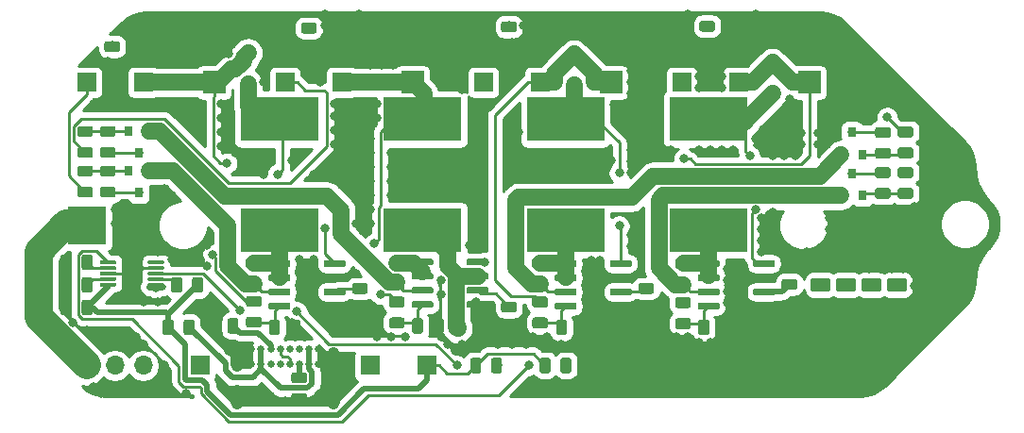
<source format=gbr>
G04 #@! TF.GenerationSoftware,KiCad,Pcbnew,(5.1.5-0-10_14)*
G04 #@! TF.CreationDate,2020-03-17T09:24:28-05:00*
G04 #@! TF.ProjectId,pulse,70756c73-652e-46b6-9963-61645f706362,rev?*
G04 #@! TF.SameCoordinates,Original*
G04 #@! TF.FileFunction,Copper,L2,Bot*
G04 #@! TF.FilePolarity,Positive*
%FSLAX46Y46*%
G04 Gerber Fmt 4.6, Leading zero omitted, Abs format (unit mm)*
G04 Created by KiCad (PCBNEW (5.1.5-0-10_14)) date 2020-03-17 09:24:28*
%MOMM*%
%LPD*%
G04 APERTURE LIST*
%ADD10R,7.000000X4.000000*%
%ADD11C,0.100000*%
%ADD12C,0.650000*%
%ADD13O,1.108000X2.216000*%
%ADD14R,1.700000X1.700000*%
%ADD15R,1.100000X1.100000*%
%ADD16C,2.000000*%
%ADD17R,2.000000X2.000000*%
%ADD18R,3.500000X3.500000*%
%ADD19C,3.500000*%
%ADD20O,1.700000X1.700000*%
%ADD21R,0.800000X0.900000*%
%ADD22C,0.800000*%
%ADD23C,0.250000*%
%ADD24C,0.500000*%
%ADD25C,1.500000*%
%ADD26C,2.500000*%
%ADD27C,0.254000*%
G04 APERTURE END LIST*
D10*
X146939000Y-51562000D03*
X146939000Y-61531500D03*
X159766000Y-51562000D03*
X159766000Y-61531500D03*
X172593000Y-51562000D03*
X172593000Y-61531500D03*
X134112000Y-51562000D03*
X134112000Y-61531500D03*
G04 #@! TA.AperFunction,SMDPad,CuDef*
D11*
G36*
X126300142Y-69532174D02*
G01*
X126323803Y-69535684D01*
X126347007Y-69541496D01*
X126369529Y-69549554D01*
X126391153Y-69559782D01*
X126411670Y-69572079D01*
X126430883Y-69586329D01*
X126448607Y-69602393D01*
X126464671Y-69620117D01*
X126478921Y-69639330D01*
X126491218Y-69659847D01*
X126501446Y-69681471D01*
X126509504Y-69703993D01*
X126515316Y-69727197D01*
X126518826Y-69750858D01*
X126520000Y-69774750D01*
X126520000Y-70687250D01*
X126518826Y-70711142D01*
X126515316Y-70734803D01*
X126509504Y-70758007D01*
X126501446Y-70780529D01*
X126491218Y-70802153D01*
X126478921Y-70822670D01*
X126464671Y-70841883D01*
X126448607Y-70859607D01*
X126430883Y-70875671D01*
X126411670Y-70889921D01*
X126391153Y-70902218D01*
X126369529Y-70912446D01*
X126347007Y-70920504D01*
X126323803Y-70926316D01*
X126300142Y-70929826D01*
X126276250Y-70931000D01*
X125788750Y-70931000D01*
X125764858Y-70929826D01*
X125741197Y-70926316D01*
X125717993Y-70920504D01*
X125695471Y-70912446D01*
X125673847Y-70902218D01*
X125653330Y-70889921D01*
X125634117Y-70875671D01*
X125616393Y-70859607D01*
X125600329Y-70841883D01*
X125586079Y-70822670D01*
X125573782Y-70802153D01*
X125563554Y-70780529D01*
X125555496Y-70758007D01*
X125549684Y-70734803D01*
X125546174Y-70711142D01*
X125545000Y-70687250D01*
X125545000Y-69774750D01*
X125546174Y-69750858D01*
X125549684Y-69727197D01*
X125555496Y-69703993D01*
X125563554Y-69681471D01*
X125573782Y-69659847D01*
X125586079Y-69639330D01*
X125600329Y-69620117D01*
X125616393Y-69602393D01*
X125634117Y-69586329D01*
X125653330Y-69572079D01*
X125673847Y-69559782D01*
X125695471Y-69549554D01*
X125717993Y-69541496D01*
X125741197Y-69535684D01*
X125764858Y-69532174D01*
X125788750Y-69531000D01*
X126276250Y-69531000D01*
X126300142Y-69532174D01*
G37*
G04 #@! TD.AperFunction*
G04 #@! TA.AperFunction,SMDPad,CuDef*
G36*
X124425142Y-69532174D02*
G01*
X124448803Y-69535684D01*
X124472007Y-69541496D01*
X124494529Y-69549554D01*
X124516153Y-69559782D01*
X124536670Y-69572079D01*
X124555883Y-69586329D01*
X124573607Y-69602393D01*
X124589671Y-69620117D01*
X124603921Y-69639330D01*
X124616218Y-69659847D01*
X124626446Y-69681471D01*
X124634504Y-69703993D01*
X124640316Y-69727197D01*
X124643826Y-69750858D01*
X124645000Y-69774750D01*
X124645000Y-70687250D01*
X124643826Y-70711142D01*
X124640316Y-70734803D01*
X124634504Y-70758007D01*
X124626446Y-70780529D01*
X124616218Y-70802153D01*
X124603921Y-70822670D01*
X124589671Y-70841883D01*
X124573607Y-70859607D01*
X124555883Y-70875671D01*
X124536670Y-70889921D01*
X124516153Y-70902218D01*
X124494529Y-70912446D01*
X124472007Y-70920504D01*
X124448803Y-70926316D01*
X124425142Y-70929826D01*
X124401250Y-70931000D01*
X123913750Y-70931000D01*
X123889858Y-70929826D01*
X123866197Y-70926316D01*
X123842993Y-70920504D01*
X123820471Y-70912446D01*
X123798847Y-70902218D01*
X123778330Y-70889921D01*
X123759117Y-70875671D01*
X123741393Y-70859607D01*
X123725329Y-70841883D01*
X123711079Y-70822670D01*
X123698782Y-70802153D01*
X123688554Y-70780529D01*
X123680496Y-70758007D01*
X123674684Y-70734803D01*
X123671174Y-70711142D01*
X123670000Y-70687250D01*
X123670000Y-69774750D01*
X123671174Y-69750858D01*
X123674684Y-69727197D01*
X123680496Y-69703993D01*
X123688554Y-69681471D01*
X123698782Y-69659847D01*
X123711079Y-69639330D01*
X123725329Y-69620117D01*
X123741393Y-69602393D01*
X123759117Y-69586329D01*
X123778330Y-69572079D01*
X123798847Y-69559782D01*
X123820471Y-69549554D01*
X123842993Y-69541496D01*
X123866197Y-69535684D01*
X123889858Y-69532174D01*
X123913750Y-69531000D01*
X124401250Y-69531000D01*
X124425142Y-69532174D01*
G37*
G04 #@! TD.AperFunction*
G04 #@! TA.AperFunction,SMDPad,CuDef*
G36*
X157960142Y-63981174D02*
G01*
X157983803Y-63984684D01*
X158007007Y-63990496D01*
X158029529Y-63998554D01*
X158051153Y-64008782D01*
X158071670Y-64021079D01*
X158090883Y-64035329D01*
X158108607Y-64051393D01*
X158124671Y-64069117D01*
X158138921Y-64088330D01*
X158151218Y-64108847D01*
X158161446Y-64130471D01*
X158169504Y-64152993D01*
X158175316Y-64176197D01*
X158178826Y-64199858D01*
X158180000Y-64223750D01*
X158180000Y-64711250D01*
X158178826Y-64735142D01*
X158175316Y-64758803D01*
X158169504Y-64782007D01*
X158161446Y-64804529D01*
X158151218Y-64826153D01*
X158138921Y-64846670D01*
X158124671Y-64865883D01*
X158108607Y-64883607D01*
X158090883Y-64899671D01*
X158071670Y-64913921D01*
X158051153Y-64926218D01*
X158029529Y-64936446D01*
X158007007Y-64944504D01*
X157983803Y-64950316D01*
X157960142Y-64953826D01*
X157936250Y-64955000D01*
X157023750Y-64955000D01*
X156999858Y-64953826D01*
X156976197Y-64950316D01*
X156952993Y-64944504D01*
X156930471Y-64936446D01*
X156908847Y-64926218D01*
X156888330Y-64913921D01*
X156869117Y-64899671D01*
X156851393Y-64883607D01*
X156835329Y-64865883D01*
X156821079Y-64846670D01*
X156808782Y-64826153D01*
X156798554Y-64804529D01*
X156790496Y-64782007D01*
X156784684Y-64758803D01*
X156781174Y-64735142D01*
X156780000Y-64711250D01*
X156780000Y-64223750D01*
X156781174Y-64199858D01*
X156784684Y-64176197D01*
X156790496Y-64152993D01*
X156798554Y-64130471D01*
X156808782Y-64108847D01*
X156821079Y-64088330D01*
X156835329Y-64069117D01*
X156851393Y-64051393D01*
X156869117Y-64035329D01*
X156888330Y-64021079D01*
X156908847Y-64008782D01*
X156930471Y-63998554D01*
X156952993Y-63990496D01*
X156976197Y-63984684D01*
X156999858Y-63981174D01*
X157023750Y-63980000D01*
X157936250Y-63980000D01*
X157960142Y-63981174D01*
G37*
G04 #@! TD.AperFunction*
G04 #@! TA.AperFunction,SMDPad,CuDef*
G36*
X157960142Y-65856174D02*
G01*
X157983803Y-65859684D01*
X158007007Y-65865496D01*
X158029529Y-65873554D01*
X158051153Y-65883782D01*
X158071670Y-65896079D01*
X158090883Y-65910329D01*
X158108607Y-65926393D01*
X158124671Y-65944117D01*
X158138921Y-65963330D01*
X158151218Y-65983847D01*
X158161446Y-66005471D01*
X158169504Y-66027993D01*
X158175316Y-66051197D01*
X158178826Y-66074858D01*
X158180000Y-66098750D01*
X158180000Y-66586250D01*
X158178826Y-66610142D01*
X158175316Y-66633803D01*
X158169504Y-66657007D01*
X158161446Y-66679529D01*
X158151218Y-66701153D01*
X158138921Y-66721670D01*
X158124671Y-66740883D01*
X158108607Y-66758607D01*
X158090883Y-66774671D01*
X158071670Y-66788921D01*
X158051153Y-66801218D01*
X158029529Y-66811446D01*
X158007007Y-66819504D01*
X157983803Y-66825316D01*
X157960142Y-66828826D01*
X157936250Y-66830000D01*
X157023750Y-66830000D01*
X156999858Y-66828826D01*
X156976197Y-66825316D01*
X156952993Y-66819504D01*
X156930471Y-66811446D01*
X156908847Y-66801218D01*
X156888330Y-66788921D01*
X156869117Y-66774671D01*
X156851393Y-66758607D01*
X156835329Y-66740883D01*
X156821079Y-66721670D01*
X156808782Y-66701153D01*
X156798554Y-66679529D01*
X156790496Y-66657007D01*
X156784684Y-66633803D01*
X156781174Y-66610142D01*
X156780000Y-66586250D01*
X156780000Y-66098750D01*
X156781174Y-66074858D01*
X156784684Y-66051197D01*
X156790496Y-66027993D01*
X156798554Y-66005471D01*
X156808782Y-65983847D01*
X156821079Y-65963330D01*
X156835329Y-65944117D01*
X156851393Y-65926393D01*
X156869117Y-65910329D01*
X156888330Y-65896079D01*
X156908847Y-65883782D01*
X156930471Y-65873554D01*
X156952993Y-65865496D01*
X156976197Y-65859684D01*
X156999858Y-65856174D01*
X157023750Y-65855000D01*
X157936250Y-65855000D01*
X157960142Y-65856174D01*
G37*
G04 #@! TD.AperFunction*
D12*
X131645000Y-72175000D03*
X132495000Y-72175000D03*
X133345000Y-72175000D03*
X134195000Y-72175000D03*
X135045000Y-72175000D03*
X135895000Y-72175000D03*
X136745000Y-72175000D03*
X137595000Y-72175000D03*
X137595000Y-73525000D03*
X136745000Y-73525000D03*
X135895000Y-73525000D03*
X135045000Y-73525000D03*
X134195000Y-73525000D03*
X133345000Y-73525000D03*
X132495000Y-73525000D03*
X131645000Y-73525000D03*
D13*
X130295000Y-73155000D03*
X138945000Y-73155000D03*
X138945000Y-76535000D03*
X130295000Y-76535000D03*
D14*
X127000000Y-73660000D03*
D15*
X160528000Y-48517000D03*
X160528000Y-45717000D03*
X178308000Y-49276000D03*
X178308000Y-46476000D03*
X131317999Y-48390000D03*
X131317999Y-45590000D03*
X152911000Y-70231000D03*
X150111000Y-70231000D03*
D16*
X163830000Y-43260000D03*
D17*
X163830000Y-48260000D03*
D16*
X181610000Y-43260000D03*
D17*
X181610000Y-48260000D03*
D16*
X128270000Y-43260000D03*
D17*
X128270000Y-48260000D03*
D16*
X146050000Y-43260000D03*
D17*
X146050000Y-48260000D03*
D18*
X116840000Y-61087000D03*
D19*
X188840000Y-61087000D03*
G04 #@! TA.AperFunction,SMDPad,CuDef*
D11*
G36*
X160605703Y-64216722D02*
G01*
X160620264Y-64218882D01*
X160634543Y-64222459D01*
X160648403Y-64227418D01*
X160661710Y-64233712D01*
X160674336Y-64241280D01*
X160686159Y-64250048D01*
X160697066Y-64259934D01*
X160706952Y-64270841D01*
X160715720Y-64282664D01*
X160723288Y-64295290D01*
X160729582Y-64308597D01*
X160734541Y-64322457D01*
X160738118Y-64336736D01*
X160740278Y-64351297D01*
X160741000Y-64366000D01*
X160741000Y-64666000D01*
X160740278Y-64680703D01*
X160738118Y-64695264D01*
X160734541Y-64709543D01*
X160729582Y-64723403D01*
X160723288Y-64736710D01*
X160715720Y-64749336D01*
X160706952Y-64761159D01*
X160697066Y-64772066D01*
X160686159Y-64781952D01*
X160674336Y-64790720D01*
X160661710Y-64798288D01*
X160648403Y-64804582D01*
X160634543Y-64809541D01*
X160620264Y-64813118D01*
X160605703Y-64815278D01*
X160591000Y-64816000D01*
X158941000Y-64816000D01*
X158926297Y-64815278D01*
X158911736Y-64813118D01*
X158897457Y-64809541D01*
X158883597Y-64804582D01*
X158870290Y-64798288D01*
X158857664Y-64790720D01*
X158845841Y-64781952D01*
X158834934Y-64772066D01*
X158825048Y-64761159D01*
X158816280Y-64749336D01*
X158808712Y-64736710D01*
X158802418Y-64723403D01*
X158797459Y-64709543D01*
X158793882Y-64695264D01*
X158791722Y-64680703D01*
X158791000Y-64666000D01*
X158791000Y-64366000D01*
X158791722Y-64351297D01*
X158793882Y-64336736D01*
X158797459Y-64322457D01*
X158802418Y-64308597D01*
X158808712Y-64295290D01*
X158816280Y-64282664D01*
X158825048Y-64270841D01*
X158834934Y-64259934D01*
X158845841Y-64250048D01*
X158857664Y-64241280D01*
X158870290Y-64233712D01*
X158883597Y-64227418D01*
X158897457Y-64222459D01*
X158911736Y-64218882D01*
X158926297Y-64216722D01*
X158941000Y-64216000D01*
X160591000Y-64216000D01*
X160605703Y-64216722D01*
G37*
G04 #@! TD.AperFunction*
G04 #@! TA.AperFunction,SMDPad,CuDef*
G36*
X160605703Y-65486722D02*
G01*
X160620264Y-65488882D01*
X160634543Y-65492459D01*
X160648403Y-65497418D01*
X160661710Y-65503712D01*
X160674336Y-65511280D01*
X160686159Y-65520048D01*
X160697066Y-65529934D01*
X160706952Y-65540841D01*
X160715720Y-65552664D01*
X160723288Y-65565290D01*
X160729582Y-65578597D01*
X160734541Y-65592457D01*
X160738118Y-65606736D01*
X160740278Y-65621297D01*
X160741000Y-65636000D01*
X160741000Y-65936000D01*
X160740278Y-65950703D01*
X160738118Y-65965264D01*
X160734541Y-65979543D01*
X160729582Y-65993403D01*
X160723288Y-66006710D01*
X160715720Y-66019336D01*
X160706952Y-66031159D01*
X160697066Y-66042066D01*
X160686159Y-66051952D01*
X160674336Y-66060720D01*
X160661710Y-66068288D01*
X160648403Y-66074582D01*
X160634543Y-66079541D01*
X160620264Y-66083118D01*
X160605703Y-66085278D01*
X160591000Y-66086000D01*
X158941000Y-66086000D01*
X158926297Y-66085278D01*
X158911736Y-66083118D01*
X158897457Y-66079541D01*
X158883597Y-66074582D01*
X158870290Y-66068288D01*
X158857664Y-66060720D01*
X158845841Y-66051952D01*
X158834934Y-66042066D01*
X158825048Y-66031159D01*
X158816280Y-66019336D01*
X158808712Y-66006710D01*
X158802418Y-65993403D01*
X158797459Y-65979543D01*
X158793882Y-65965264D01*
X158791722Y-65950703D01*
X158791000Y-65936000D01*
X158791000Y-65636000D01*
X158791722Y-65621297D01*
X158793882Y-65606736D01*
X158797459Y-65592457D01*
X158802418Y-65578597D01*
X158808712Y-65565290D01*
X158816280Y-65552664D01*
X158825048Y-65540841D01*
X158834934Y-65529934D01*
X158845841Y-65520048D01*
X158857664Y-65511280D01*
X158870290Y-65503712D01*
X158883597Y-65497418D01*
X158897457Y-65492459D01*
X158911736Y-65488882D01*
X158926297Y-65486722D01*
X158941000Y-65486000D01*
X160591000Y-65486000D01*
X160605703Y-65486722D01*
G37*
G04 #@! TD.AperFunction*
G04 #@! TA.AperFunction,SMDPad,CuDef*
G36*
X160605703Y-66756722D02*
G01*
X160620264Y-66758882D01*
X160634543Y-66762459D01*
X160648403Y-66767418D01*
X160661710Y-66773712D01*
X160674336Y-66781280D01*
X160686159Y-66790048D01*
X160697066Y-66799934D01*
X160706952Y-66810841D01*
X160715720Y-66822664D01*
X160723288Y-66835290D01*
X160729582Y-66848597D01*
X160734541Y-66862457D01*
X160738118Y-66876736D01*
X160740278Y-66891297D01*
X160741000Y-66906000D01*
X160741000Y-67206000D01*
X160740278Y-67220703D01*
X160738118Y-67235264D01*
X160734541Y-67249543D01*
X160729582Y-67263403D01*
X160723288Y-67276710D01*
X160715720Y-67289336D01*
X160706952Y-67301159D01*
X160697066Y-67312066D01*
X160686159Y-67321952D01*
X160674336Y-67330720D01*
X160661710Y-67338288D01*
X160648403Y-67344582D01*
X160634543Y-67349541D01*
X160620264Y-67353118D01*
X160605703Y-67355278D01*
X160591000Y-67356000D01*
X158941000Y-67356000D01*
X158926297Y-67355278D01*
X158911736Y-67353118D01*
X158897457Y-67349541D01*
X158883597Y-67344582D01*
X158870290Y-67338288D01*
X158857664Y-67330720D01*
X158845841Y-67321952D01*
X158834934Y-67312066D01*
X158825048Y-67301159D01*
X158816280Y-67289336D01*
X158808712Y-67276710D01*
X158802418Y-67263403D01*
X158797459Y-67249543D01*
X158793882Y-67235264D01*
X158791722Y-67220703D01*
X158791000Y-67206000D01*
X158791000Y-66906000D01*
X158791722Y-66891297D01*
X158793882Y-66876736D01*
X158797459Y-66862457D01*
X158802418Y-66848597D01*
X158808712Y-66835290D01*
X158816280Y-66822664D01*
X158825048Y-66810841D01*
X158834934Y-66799934D01*
X158845841Y-66790048D01*
X158857664Y-66781280D01*
X158870290Y-66773712D01*
X158883597Y-66767418D01*
X158897457Y-66762459D01*
X158911736Y-66758882D01*
X158926297Y-66756722D01*
X158941000Y-66756000D01*
X160591000Y-66756000D01*
X160605703Y-66756722D01*
G37*
G04 #@! TD.AperFunction*
G04 #@! TA.AperFunction,SMDPad,CuDef*
G36*
X160605703Y-68026722D02*
G01*
X160620264Y-68028882D01*
X160634543Y-68032459D01*
X160648403Y-68037418D01*
X160661710Y-68043712D01*
X160674336Y-68051280D01*
X160686159Y-68060048D01*
X160697066Y-68069934D01*
X160706952Y-68080841D01*
X160715720Y-68092664D01*
X160723288Y-68105290D01*
X160729582Y-68118597D01*
X160734541Y-68132457D01*
X160738118Y-68146736D01*
X160740278Y-68161297D01*
X160741000Y-68176000D01*
X160741000Y-68476000D01*
X160740278Y-68490703D01*
X160738118Y-68505264D01*
X160734541Y-68519543D01*
X160729582Y-68533403D01*
X160723288Y-68546710D01*
X160715720Y-68559336D01*
X160706952Y-68571159D01*
X160697066Y-68582066D01*
X160686159Y-68591952D01*
X160674336Y-68600720D01*
X160661710Y-68608288D01*
X160648403Y-68614582D01*
X160634543Y-68619541D01*
X160620264Y-68623118D01*
X160605703Y-68625278D01*
X160591000Y-68626000D01*
X158941000Y-68626000D01*
X158926297Y-68625278D01*
X158911736Y-68623118D01*
X158897457Y-68619541D01*
X158883597Y-68614582D01*
X158870290Y-68608288D01*
X158857664Y-68600720D01*
X158845841Y-68591952D01*
X158834934Y-68582066D01*
X158825048Y-68571159D01*
X158816280Y-68559336D01*
X158808712Y-68546710D01*
X158802418Y-68533403D01*
X158797459Y-68519543D01*
X158793882Y-68505264D01*
X158791722Y-68490703D01*
X158791000Y-68476000D01*
X158791000Y-68176000D01*
X158791722Y-68161297D01*
X158793882Y-68146736D01*
X158797459Y-68132457D01*
X158802418Y-68118597D01*
X158808712Y-68105290D01*
X158816280Y-68092664D01*
X158825048Y-68080841D01*
X158834934Y-68069934D01*
X158845841Y-68060048D01*
X158857664Y-68051280D01*
X158870290Y-68043712D01*
X158883597Y-68037418D01*
X158897457Y-68032459D01*
X158911736Y-68028882D01*
X158926297Y-68026722D01*
X158941000Y-68026000D01*
X160591000Y-68026000D01*
X160605703Y-68026722D01*
G37*
G04 #@! TD.AperFunction*
G04 #@! TA.AperFunction,SMDPad,CuDef*
G36*
X165555703Y-68026722D02*
G01*
X165570264Y-68028882D01*
X165584543Y-68032459D01*
X165598403Y-68037418D01*
X165611710Y-68043712D01*
X165624336Y-68051280D01*
X165636159Y-68060048D01*
X165647066Y-68069934D01*
X165656952Y-68080841D01*
X165665720Y-68092664D01*
X165673288Y-68105290D01*
X165679582Y-68118597D01*
X165684541Y-68132457D01*
X165688118Y-68146736D01*
X165690278Y-68161297D01*
X165691000Y-68176000D01*
X165691000Y-68476000D01*
X165690278Y-68490703D01*
X165688118Y-68505264D01*
X165684541Y-68519543D01*
X165679582Y-68533403D01*
X165673288Y-68546710D01*
X165665720Y-68559336D01*
X165656952Y-68571159D01*
X165647066Y-68582066D01*
X165636159Y-68591952D01*
X165624336Y-68600720D01*
X165611710Y-68608288D01*
X165598403Y-68614582D01*
X165584543Y-68619541D01*
X165570264Y-68623118D01*
X165555703Y-68625278D01*
X165541000Y-68626000D01*
X163891000Y-68626000D01*
X163876297Y-68625278D01*
X163861736Y-68623118D01*
X163847457Y-68619541D01*
X163833597Y-68614582D01*
X163820290Y-68608288D01*
X163807664Y-68600720D01*
X163795841Y-68591952D01*
X163784934Y-68582066D01*
X163775048Y-68571159D01*
X163766280Y-68559336D01*
X163758712Y-68546710D01*
X163752418Y-68533403D01*
X163747459Y-68519543D01*
X163743882Y-68505264D01*
X163741722Y-68490703D01*
X163741000Y-68476000D01*
X163741000Y-68176000D01*
X163741722Y-68161297D01*
X163743882Y-68146736D01*
X163747459Y-68132457D01*
X163752418Y-68118597D01*
X163758712Y-68105290D01*
X163766280Y-68092664D01*
X163775048Y-68080841D01*
X163784934Y-68069934D01*
X163795841Y-68060048D01*
X163807664Y-68051280D01*
X163820290Y-68043712D01*
X163833597Y-68037418D01*
X163847457Y-68032459D01*
X163861736Y-68028882D01*
X163876297Y-68026722D01*
X163891000Y-68026000D01*
X165541000Y-68026000D01*
X165555703Y-68026722D01*
G37*
G04 #@! TD.AperFunction*
G04 #@! TA.AperFunction,SMDPad,CuDef*
G36*
X165555703Y-66756722D02*
G01*
X165570264Y-66758882D01*
X165584543Y-66762459D01*
X165598403Y-66767418D01*
X165611710Y-66773712D01*
X165624336Y-66781280D01*
X165636159Y-66790048D01*
X165647066Y-66799934D01*
X165656952Y-66810841D01*
X165665720Y-66822664D01*
X165673288Y-66835290D01*
X165679582Y-66848597D01*
X165684541Y-66862457D01*
X165688118Y-66876736D01*
X165690278Y-66891297D01*
X165691000Y-66906000D01*
X165691000Y-67206000D01*
X165690278Y-67220703D01*
X165688118Y-67235264D01*
X165684541Y-67249543D01*
X165679582Y-67263403D01*
X165673288Y-67276710D01*
X165665720Y-67289336D01*
X165656952Y-67301159D01*
X165647066Y-67312066D01*
X165636159Y-67321952D01*
X165624336Y-67330720D01*
X165611710Y-67338288D01*
X165598403Y-67344582D01*
X165584543Y-67349541D01*
X165570264Y-67353118D01*
X165555703Y-67355278D01*
X165541000Y-67356000D01*
X163891000Y-67356000D01*
X163876297Y-67355278D01*
X163861736Y-67353118D01*
X163847457Y-67349541D01*
X163833597Y-67344582D01*
X163820290Y-67338288D01*
X163807664Y-67330720D01*
X163795841Y-67321952D01*
X163784934Y-67312066D01*
X163775048Y-67301159D01*
X163766280Y-67289336D01*
X163758712Y-67276710D01*
X163752418Y-67263403D01*
X163747459Y-67249543D01*
X163743882Y-67235264D01*
X163741722Y-67220703D01*
X163741000Y-67206000D01*
X163741000Y-66906000D01*
X163741722Y-66891297D01*
X163743882Y-66876736D01*
X163747459Y-66862457D01*
X163752418Y-66848597D01*
X163758712Y-66835290D01*
X163766280Y-66822664D01*
X163775048Y-66810841D01*
X163784934Y-66799934D01*
X163795841Y-66790048D01*
X163807664Y-66781280D01*
X163820290Y-66773712D01*
X163833597Y-66767418D01*
X163847457Y-66762459D01*
X163861736Y-66758882D01*
X163876297Y-66756722D01*
X163891000Y-66756000D01*
X165541000Y-66756000D01*
X165555703Y-66756722D01*
G37*
G04 #@! TD.AperFunction*
G04 #@! TA.AperFunction,SMDPad,CuDef*
G36*
X165555703Y-65486722D02*
G01*
X165570264Y-65488882D01*
X165584543Y-65492459D01*
X165598403Y-65497418D01*
X165611710Y-65503712D01*
X165624336Y-65511280D01*
X165636159Y-65520048D01*
X165647066Y-65529934D01*
X165656952Y-65540841D01*
X165665720Y-65552664D01*
X165673288Y-65565290D01*
X165679582Y-65578597D01*
X165684541Y-65592457D01*
X165688118Y-65606736D01*
X165690278Y-65621297D01*
X165691000Y-65636000D01*
X165691000Y-65936000D01*
X165690278Y-65950703D01*
X165688118Y-65965264D01*
X165684541Y-65979543D01*
X165679582Y-65993403D01*
X165673288Y-66006710D01*
X165665720Y-66019336D01*
X165656952Y-66031159D01*
X165647066Y-66042066D01*
X165636159Y-66051952D01*
X165624336Y-66060720D01*
X165611710Y-66068288D01*
X165598403Y-66074582D01*
X165584543Y-66079541D01*
X165570264Y-66083118D01*
X165555703Y-66085278D01*
X165541000Y-66086000D01*
X163891000Y-66086000D01*
X163876297Y-66085278D01*
X163861736Y-66083118D01*
X163847457Y-66079541D01*
X163833597Y-66074582D01*
X163820290Y-66068288D01*
X163807664Y-66060720D01*
X163795841Y-66051952D01*
X163784934Y-66042066D01*
X163775048Y-66031159D01*
X163766280Y-66019336D01*
X163758712Y-66006710D01*
X163752418Y-65993403D01*
X163747459Y-65979543D01*
X163743882Y-65965264D01*
X163741722Y-65950703D01*
X163741000Y-65936000D01*
X163741000Y-65636000D01*
X163741722Y-65621297D01*
X163743882Y-65606736D01*
X163747459Y-65592457D01*
X163752418Y-65578597D01*
X163758712Y-65565290D01*
X163766280Y-65552664D01*
X163775048Y-65540841D01*
X163784934Y-65529934D01*
X163795841Y-65520048D01*
X163807664Y-65511280D01*
X163820290Y-65503712D01*
X163833597Y-65497418D01*
X163847457Y-65492459D01*
X163861736Y-65488882D01*
X163876297Y-65486722D01*
X163891000Y-65486000D01*
X165541000Y-65486000D01*
X165555703Y-65486722D01*
G37*
G04 #@! TD.AperFunction*
G04 #@! TA.AperFunction,SMDPad,CuDef*
G36*
X165555703Y-64216722D02*
G01*
X165570264Y-64218882D01*
X165584543Y-64222459D01*
X165598403Y-64227418D01*
X165611710Y-64233712D01*
X165624336Y-64241280D01*
X165636159Y-64250048D01*
X165647066Y-64259934D01*
X165656952Y-64270841D01*
X165665720Y-64282664D01*
X165673288Y-64295290D01*
X165679582Y-64308597D01*
X165684541Y-64322457D01*
X165688118Y-64336736D01*
X165690278Y-64351297D01*
X165691000Y-64366000D01*
X165691000Y-64666000D01*
X165690278Y-64680703D01*
X165688118Y-64695264D01*
X165684541Y-64709543D01*
X165679582Y-64723403D01*
X165673288Y-64736710D01*
X165665720Y-64749336D01*
X165656952Y-64761159D01*
X165647066Y-64772066D01*
X165636159Y-64781952D01*
X165624336Y-64790720D01*
X165611710Y-64798288D01*
X165598403Y-64804582D01*
X165584543Y-64809541D01*
X165570264Y-64813118D01*
X165555703Y-64815278D01*
X165541000Y-64816000D01*
X163891000Y-64816000D01*
X163876297Y-64815278D01*
X163861736Y-64813118D01*
X163847457Y-64809541D01*
X163833597Y-64804582D01*
X163820290Y-64798288D01*
X163807664Y-64790720D01*
X163795841Y-64781952D01*
X163784934Y-64772066D01*
X163775048Y-64761159D01*
X163766280Y-64749336D01*
X163758712Y-64736710D01*
X163752418Y-64723403D01*
X163747459Y-64709543D01*
X163743882Y-64695264D01*
X163741722Y-64680703D01*
X163741000Y-64666000D01*
X163741000Y-64366000D01*
X163741722Y-64351297D01*
X163743882Y-64336736D01*
X163747459Y-64322457D01*
X163752418Y-64308597D01*
X163758712Y-64295290D01*
X163766280Y-64282664D01*
X163775048Y-64270841D01*
X163784934Y-64259934D01*
X163795841Y-64250048D01*
X163807664Y-64241280D01*
X163820290Y-64233712D01*
X163833597Y-64227418D01*
X163847457Y-64222459D01*
X163861736Y-64218882D01*
X163876297Y-64216722D01*
X163891000Y-64216000D01*
X165541000Y-64216000D01*
X165555703Y-64216722D01*
G37*
G04 #@! TD.AperFunction*
G04 #@! TA.AperFunction,SMDPad,CuDef*
G36*
X173432703Y-64216722D02*
G01*
X173447264Y-64218882D01*
X173461543Y-64222459D01*
X173475403Y-64227418D01*
X173488710Y-64233712D01*
X173501336Y-64241280D01*
X173513159Y-64250048D01*
X173524066Y-64259934D01*
X173533952Y-64270841D01*
X173542720Y-64282664D01*
X173550288Y-64295290D01*
X173556582Y-64308597D01*
X173561541Y-64322457D01*
X173565118Y-64336736D01*
X173567278Y-64351297D01*
X173568000Y-64366000D01*
X173568000Y-64666000D01*
X173567278Y-64680703D01*
X173565118Y-64695264D01*
X173561541Y-64709543D01*
X173556582Y-64723403D01*
X173550288Y-64736710D01*
X173542720Y-64749336D01*
X173533952Y-64761159D01*
X173524066Y-64772066D01*
X173513159Y-64781952D01*
X173501336Y-64790720D01*
X173488710Y-64798288D01*
X173475403Y-64804582D01*
X173461543Y-64809541D01*
X173447264Y-64813118D01*
X173432703Y-64815278D01*
X173418000Y-64816000D01*
X171768000Y-64816000D01*
X171753297Y-64815278D01*
X171738736Y-64813118D01*
X171724457Y-64809541D01*
X171710597Y-64804582D01*
X171697290Y-64798288D01*
X171684664Y-64790720D01*
X171672841Y-64781952D01*
X171661934Y-64772066D01*
X171652048Y-64761159D01*
X171643280Y-64749336D01*
X171635712Y-64736710D01*
X171629418Y-64723403D01*
X171624459Y-64709543D01*
X171620882Y-64695264D01*
X171618722Y-64680703D01*
X171618000Y-64666000D01*
X171618000Y-64366000D01*
X171618722Y-64351297D01*
X171620882Y-64336736D01*
X171624459Y-64322457D01*
X171629418Y-64308597D01*
X171635712Y-64295290D01*
X171643280Y-64282664D01*
X171652048Y-64270841D01*
X171661934Y-64259934D01*
X171672841Y-64250048D01*
X171684664Y-64241280D01*
X171697290Y-64233712D01*
X171710597Y-64227418D01*
X171724457Y-64222459D01*
X171738736Y-64218882D01*
X171753297Y-64216722D01*
X171768000Y-64216000D01*
X173418000Y-64216000D01*
X173432703Y-64216722D01*
G37*
G04 #@! TD.AperFunction*
G04 #@! TA.AperFunction,SMDPad,CuDef*
G36*
X173432703Y-65486722D02*
G01*
X173447264Y-65488882D01*
X173461543Y-65492459D01*
X173475403Y-65497418D01*
X173488710Y-65503712D01*
X173501336Y-65511280D01*
X173513159Y-65520048D01*
X173524066Y-65529934D01*
X173533952Y-65540841D01*
X173542720Y-65552664D01*
X173550288Y-65565290D01*
X173556582Y-65578597D01*
X173561541Y-65592457D01*
X173565118Y-65606736D01*
X173567278Y-65621297D01*
X173568000Y-65636000D01*
X173568000Y-65936000D01*
X173567278Y-65950703D01*
X173565118Y-65965264D01*
X173561541Y-65979543D01*
X173556582Y-65993403D01*
X173550288Y-66006710D01*
X173542720Y-66019336D01*
X173533952Y-66031159D01*
X173524066Y-66042066D01*
X173513159Y-66051952D01*
X173501336Y-66060720D01*
X173488710Y-66068288D01*
X173475403Y-66074582D01*
X173461543Y-66079541D01*
X173447264Y-66083118D01*
X173432703Y-66085278D01*
X173418000Y-66086000D01*
X171768000Y-66086000D01*
X171753297Y-66085278D01*
X171738736Y-66083118D01*
X171724457Y-66079541D01*
X171710597Y-66074582D01*
X171697290Y-66068288D01*
X171684664Y-66060720D01*
X171672841Y-66051952D01*
X171661934Y-66042066D01*
X171652048Y-66031159D01*
X171643280Y-66019336D01*
X171635712Y-66006710D01*
X171629418Y-65993403D01*
X171624459Y-65979543D01*
X171620882Y-65965264D01*
X171618722Y-65950703D01*
X171618000Y-65936000D01*
X171618000Y-65636000D01*
X171618722Y-65621297D01*
X171620882Y-65606736D01*
X171624459Y-65592457D01*
X171629418Y-65578597D01*
X171635712Y-65565290D01*
X171643280Y-65552664D01*
X171652048Y-65540841D01*
X171661934Y-65529934D01*
X171672841Y-65520048D01*
X171684664Y-65511280D01*
X171697290Y-65503712D01*
X171710597Y-65497418D01*
X171724457Y-65492459D01*
X171738736Y-65488882D01*
X171753297Y-65486722D01*
X171768000Y-65486000D01*
X173418000Y-65486000D01*
X173432703Y-65486722D01*
G37*
G04 #@! TD.AperFunction*
G04 #@! TA.AperFunction,SMDPad,CuDef*
G36*
X173432703Y-66756722D02*
G01*
X173447264Y-66758882D01*
X173461543Y-66762459D01*
X173475403Y-66767418D01*
X173488710Y-66773712D01*
X173501336Y-66781280D01*
X173513159Y-66790048D01*
X173524066Y-66799934D01*
X173533952Y-66810841D01*
X173542720Y-66822664D01*
X173550288Y-66835290D01*
X173556582Y-66848597D01*
X173561541Y-66862457D01*
X173565118Y-66876736D01*
X173567278Y-66891297D01*
X173568000Y-66906000D01*
X173568000Y-67206000D01*
X173567278Y-67220703D01*
X173565118Y-67235264D01*
X173561541Y-67249543D01*
X173556582Y-67263403D01*
X173550288Y-67276710D01*
X173542720Y-67289336D01*
X173533952Y-67301159D01*
X173524066Y-67312066D01*
X173513159Y-67321952D01*
X173501336Y-67330720D01*
X173488710Y-67338288D01*
X173475403Y-67344582D01*
X173461543Y-67349541D01*
X173447264Y-67353118D01*
X173432703Y-67355278D01*
X173418000Y-67356000D01*
X171768000Y-67356000D01*
X171753297Y-67355278D01*
X171738736Y-67353118D01*
X171724457Y-67349541D01*
X171710597Y-67344582D01*
X171697290Y-67338288D01*
X171684664Y-67330720D01*
X171672841Y-67321952D01*
X171661934Y-67312066D01*
X171652048Y-67301159D01*
X171643280Y-67289336D01*
X171635712Y-67276710D01*
X171629418Y-67263403D01*
X171624459Y-67249543D01*
X171620882Y-67235264D01*
X171618722Y-67220703D01*
X171618000Y-67206000D01*
X171618000Y-66906000D01*
X171618722Y-66891297D01*
X171620882Y-66876736D01*
X171624459Y-66862457D01*
X171629418Y-66848597D01*
X171635712Y-66835290D01*
X171643280Y-66822664D01*
X171652048Y-66810841D01*
X171661934Y-66799934D01*
X171672841Y-66790048D01*
X171684664Y-66781280D01*
X171697290Y-66773712D01*
X171710597Y-66767418D01*
X171724457Y-66762459D01*
X171738736Y-66758882D01*
X171753297Y-66756722D01*
X171768000Y-66756000D01*
X173418000Y-66756000D01*
X173432703Y-66756722D01*
G37*
G04 #@! TD.AperFunction*
G04 #@! TA.AperFunction,SMDPad,CuDef*
G36*
X173432703Y-68026722D02*
G01*
X173447264Y-68028882D01*
X173461543Y-68032459D01*
X173475403Y-68037418D01*
X173488710Y-68043712D01*
X173501336Y-68051280D01*
X173513159Y-68060048D01*
X173524066Y-68069934D01*
X173533952Y-68080841D01*
X173542720Y-68092664D01*
X173550288Y-68105290D01*
X173556582Y-68118597D01*
X173561541Y-68132457D01*
X173565118Y-68146736D01*
X173567278Y-68161297D01*
X173568000Y-68176000D01*
X173568000Y-68476000D01*
X173567278Y-68490703D01*
X173565118Y-68505264D01*
X173561541Y-68519543D01*
X173556582Y-68533403D01*
X173550288Y-68546710D01*
X173542720Y-68559336D01*
X173533952Y-68571159D01*
X173524066Y-68582066D01*
X173513159Y-68591952D01*
X173501336Y-68600720D01*
X173488710Y-68608288D01*
X173475403Y-68614582D01*
X173461543Y-68619541D01*
X173447264Y-68623118D01*
X173432703Y-68625278D01*
X173418000Y-68626000D01*
X171768000Y-68626000D01*
X171753297Y-68625278D01*
X171738736Y-68623118D01*
X171724457Y-68619541D01*
X171710597Y-68614582D01*
X171697290Y-68608288D01*
X171684664Y-68600720D01*
X171672841Y-68591952D01*
X171661934Y-68582066D01*
X171652048Y-68571159D01*
X171643280Y-68559336D01*
X171635712Y-68546710D01*
X171629418Y-68533403D01*
X171624459Y-68519543D01*
X171620882Y-68505264D01*
X171618722Y-68490703D01*
X171618000Y-68476000D01*
X171618000Y-68176000D01*
X171618722Y-68161297D01*
X171620882Y-68146736D01*
X171624459Y-68132457D01*
X171629418Y-68118597D01*
X171635712Y-68105290D01*
X171643280Y-68092664D01*
X171652048Y-68080841D01*
X171661934Y-68069934D01*
X171672841Y-68060048D01*
X171684664Y-68051280D01*
X171697290Y-68043712D01*
X171710597Y-68037418D01*
X171724457Y-68032459D01*
X171738736Y-68028882D01*
X171753297Y-68026722D01*
X171768000Y-68026000D01*
X173418000Y-68026000D01*
X173432703Y-68026722D01*
G37*
G04 #@! TD.AperFunction*
G04 #@! TA.AperFunction,SMDPad,CuDef*
G36*
X178382703Y-68026722D02*
G01*
X178397264Y-68028882D01*
X178411543Y-68032459D01*
X178425403Y-68037418D01*
X178438710Y-68043712D01*
X178451336Y-68051280D01*
X178463159Y-68060048D01*
X178474066Y-68069934D01*
X178483952Y-68080841D01*
X178492720Y-68092664D01*
X178500288Y-68105290D01*
X178506582Y-68118597D01*
X178511541Y-68132457D01*
X178515118Y-68146736D01*
X178517278Y-68161297D01*
X178518000Y-68176000D01*
X178518000Y-68476000D01*
X178517278Y-68490703D01*
X178515118Y-68505264D01*
X178511541Y-68519543D01*
X178506582Y-68533403D01*
X178500288Y-68546710D01*
X178492720Y-68559336D01*
X178483952Y-68571159D01*
X178474066Y-68582066D01*
X178463159Y-68591952D01*
X178451336Y-68600720D01*
X178438710Y-68608288D01*
X178425403Y-68614582D01*
X178411543Y-68619541D01*
X178397264Y-68623118D01*
X178382703Y-68625278D01*
X178368000Y-68626000D01*
X176718000Y-68626000D01*
X176703297Y-68625278D01*
X176688736Y-68623118D01*
X176674457Y-68619541D01*
X176660597Y-68614582D01*
X176647290Y-68608288D01*
X176634664Y-68600720D01*
X176622841Y-68591952D01*
X176611934Y-68582066D01*
X176602048Y-68571159D01*
X176593280Y-68559336D01*
X176585712Y-68546710D01*
X176579418Y-68533403D01*
X176574459Y-68519543D01*
X176570882Y-68505264D01*
X176568722Y-68490703D01*
X176568000Y-68476000D01*
X176568000Y-68176000D01*
X176568722Y-68161297D01*
X176570882Y-68146736D01*
X176574459Y-68132457D01*
X176579418Y-68118597D01*
X176585712Y-68105290D01*
X176593280Y-68092664D01*
X176602048Y-68080841D01*
X176611934Y-68069934D01*
X176622841Y-68060048D01*
X176634664Y-68051280D01*
X176647290Y-68043712D01*
X176660597Y-68037418D01*
X176674457Y-68032459D01*
X176688736Y-68028882D01*
X176703297Y-68026722D01*
X176718000Y-68026000D01*
X178368000Y-68026000D01*
X178382703Y-68026722D01*
G37*
G04 #@! TD.AperFunction*
G04 #@! TA.AperFunction,SMDPad,CuDef*
G36*
X178382703Y-66756722D02*
G01*
X178397264Y-66758882D01*
X178411543Y-66762459D01*
X178425403Y-66767418D01*
X178438710Y-66773712D01*
X178451336Y-66781280D01*
X178463159Y-66790048D01*
X178474066Y-66799934D01*
X178483952Y-66810841D01*
X178492720Y-66822664D01*
X178500288Y-66835290D01*
X178506582Y-66848597D01*
X178511541Y-66862457D01*
X178515118Y-66876736D01*
X178517278Y-66891297D01*
X178518000Y-66906000D01*
X178518000Y-67206000D01*
X178517278Y-67220703D01*
X178515118Y-67235264D01*
X178511541Y-67249543D01*
X178506582Y-67263403D01*
X178500288Y-67276710D01*
X178492720Y-67289336D01*
X178483952Y-67301159D01*
X178474066Y-67312066D01*
X178463159Y-67321952D01*
X178451336Y-67330720D01*
X178438710Y-67338288D01*
X178425403Y-67344582D01*
X178411543Y-67349541D01*
X178397264Y-67353118D01*
X178382703Y-67355278D01*
X178368000Y-67356000D01*
X176718000Y-67356000D01*
X176703297Y-67355278D01*
X176688736Y-67353118D01*
X176674457Y-67349541D01*
X176660597Y-67344582D01*
X176647290Y-67338288D01*
X176634664Y-67330720D01*
X176622841Y-67321952D01*
X176611934Y-67312066D01*
X176602048Y-67301159D01*
X176593280Y-67289336D01*
X176585712Y-67276710D01*
X176579418Y-67263403D01*
X176574459Y-67249543D01*
X176570882Y-67235264D01*
X176568722Y-67220703D01*
X176568000Y-67206000D01*
X176568000Y-66906000D01*
X176568722Y-66891297D01*
X176570882Y-66876736D01*
X176574459Y-66862457D01*
X176579418Y-66848597D01*
X176585712Y-66835290D01*
X176593280Y-66822664D01*
X176602048Y-66810841D01*
X176611934Y-66799934D01*
X176622841Y-66790048D01*
X176634664Y-66781280D01*
X176647290Y-66773712D01*
X176660597Y-66767418D01*
X176674457Y-66762459D01*
X176688736Y-66758882D01*
X176703297Y-66756722D01*
X176718000Y-66756000D01*
X178368000Y-66756000D01*
X178382703Y-66756722D01*
G37*
G04 #@! TD.AperFunction*
G04 #@! TA.AperFunction,SMDPad,CuDef*
G36*
X178382703Y-65486722D02*
G01*
X178397264Y-65488882D01*
X178411543Y-65492459D01*
X178425403Y-65497418D01*
X178438710Y-65503712D01*
X178451336Y-65511280D01*
X178463159Y-65520048D01*
X178474066Y-65529934D01*
X178483952Y-65540841D01*
X178492720Y-65552664D01*
X178500288Y-65565290D01*
X178506582Y-65578597D01*
X178511541Y-65592457D01*
X178515118Y-65606736D01*
X178517278Y-65621297D01*
X178518000Y-65636000D01*
X178518000Y-65936000D01*
X178517278Y-65950703D01*
X178515118Y-65965264D01*
X178511541Y-65979543D01*
X178506582Y-65993403D01*
X178500288Y-66006710D01*
X178492720Y-66019336D01*
X178483952Y-66031159D01*
X178474066Y-66042066D01*
X178463159Y-66051952D01*
X178451336Y-66060720D01*
X178438710Y-66068288D01*
X178425403Y-66074582D01*
X178411543Y-66079541D01*
X178397264Y-66083118D01*
X178382703Y-66085278D01*
X178368000Y-66086000D01*
X176718000Y-66086000D01*
X176703297Y-66085278D01*
X176688736Y-66083118D01*
X176674457Y-66079541D01*
X176660597Y-66074582D01*
X176647290Y-66068288D01*
X176634664Y-66060720D01*
X176622841Y-66051952D01*
X176611934Y-66042066D01*
X176602048Y-66031159D01*
X176593280Y-66019336D01*
X176585712Y-66006710D01*
X176579418Y-65993403D01*
X176574459Y-65979543D01*
X176570882Y-65965264D01*
X176568722Y-65950703D01*
X176568000Y-65936000D01*
X176568000Y-65636000D01*
X176568722Y-65621297D01*
X176570882Y-65606736D01*
X176574459Y-65592457D01*
X176579418Y-65578597D01*
X176585712Y-65565290D01*
X176593280Y-65552664D01*
X176602048Y-65540841D01*
X176611934Y-65529934D01*
X176622841Y-65520048D01*
X176634664Y-65511280D01*
X176647290Y-65503712D01*
X176660597Y-65497418D01*
X176674457Y-65492459D01*
X176688736Y-65488882D01*
X176703297Y-65486722D01*
X176718000Y-65486000D01*
X178368000Y-65486000D01*
X178382703Y-65486722D01*
G37*
G04 #@! TD.AperFunction*
G04 #@! TA.AperFunction,SMDPad,CuDef*
G36*
X178382703Y-64216722D02*
G01*
X178397264Y-64218882D01*
X178411543Y-64222459D01*
X178425403Y-64227418D01*
X178438710Y-64233712D01*
X178451336Y-64241280D01*
X178463159Y-64250048D01*
X178474066Y-64259934D01*
X178483952Y-64270841D01*
X178492720Y-64282664D01*
X178500288Y-64295290D01*
X178506582Y-64308597D01*
X178511541Y-64322457D01*
X178515118Y-64336736D01*
X178517278Y-64351297D01*
X178518000Y-64366000D01*
X178518000Y-64666000D01*
X178517278Y-64680703D01*
X178515118Y-64695264D01*
X178511541Y-64709543D01*
X178506582Y-64723403D01*
X178500288Y-64736710D01*
X178492720Y-64749336D01*
X178483952Y-64761159D01*
X178474066Y-64772066D01*
X178463159Y-64781952D01*
X178451336Y-64790720D01*
X178438710Y-64798288D01*
X178425403Y-64804582D01*
X178411543Y-64809541D01*
X178397264Y-64813118D01*
X178382703Y-64815278D01*
X178368000Y-64816000D01*
X176718000Y-64816000D01*
X176703297Y-64815278D01*
X176688736Y-64813118D01*
X176674457Y-64809541D01*
X176660597Y-64804582D01*
X176647290Y-64798288D01*
X176634664Y-64790720D01*
X176622841Y-64781952D01*
X176611934Y-64772066D01*
X176602048Y-64761159D01*
X176593280Y-64749336D01*
X176585712Y-64736710D01*
X176579418Y-64723403D01*
X176574459Y-64709543D01*
X176570882Y-64695264D01*
X176568722Y-64680703D01*
X176568000Y-64666000D01*
X176568000Y-64366000D01*
X176568722Y-64351297D01*
X176570882Y-64336736D01*
X176574459Y-64322457D01*
X176579418Y-64308597D01*
X176585712Y-64295290D01*
X176593280Y-64282664D01*
X176602048Y-64270841D01*
X176611934Y-64259934D01*
X176622841Y-64250048D01*
X176634664Y-64241280D01*
X176647290Y-64233712D01*
X176660597Y-64227418D01*
X176674457Y-64222459D01*
X176688736Y-64218882D01*
X176703297Y-64216722D01*
X176718000Y-64216000D01*
X178368000Y-64216000D01*
X178382703Y-64216722D01*
G37*
G04 #@! TD.AperFunction*
G04 #@! TA.AperFunction,SMDPad,CuDef*
G36*
X134951703Y-64216722D02*
G01*
X134966264Y-64218882D01*
X134980543Y-64222459D01*
X134994403Y-64227418D01*
X135007710Y-64233712D01*
X135020336Y-64241280D01*
X135032159Y-64250048D01*
X135043066Y-64259934D01*
X135052952Y-64270841D01*
X135061720Y-64282664D01*
X135069288Y-64295290D01*
X135075582Y-64308597D01*
X135080541Y-64322457D01*
X135084118Y-64336736D01*
X135086278Y-64351297D01*
X135087000Y-64366000D01*
X135087000Y-64666000D01*
X135086278Y-64680703D01*
X135084118Y-64695264D01*
X135080541Y-64709543D01*
X135075582Y-64723403D01*
X135069288Y-64736710D01*
X135061720Y-64749336D01*
X135052952Y-64761159D01*
X135043066Y-64772066D01*
X135032159Y-64781952D01*
X135020336Y-64790720D01*
X135007710Y-64798288D01*
X134994403Y-64804582D01*
X134980543Y-64809541D01*
X134966264Y-64813118D01*
X134951703Y-64815278D01*
X134937000Y-64816000D01*
X133287000Y-64816000D01*
X133272297Y-64815278D01*
X133257736Y-64813118D01*
X133243457Y-64809541D01*
X133229597Y-64804582D01*
X133216290Y-64798288D01*
X133203664Y-64790720D01*
X133191841Y-64781952D01*
X133180934Y-64772066D01*
X133171048Y-64761159D01*
X133162280Y-64749336D01*
X133154712Y-64736710D01*
X133148418Y-64723403D01*
X133143459Y-64709543D01*
X133139882Y-64695264D01*
X133137722Y-64680703D01*
X133137000Y-64666000D01*
X133137000Y-64366000D01*
X133137722Y-64351297D01*
X133139882Y-64336736D01*
X133143459Y-64322457D01*
X133148418Y-64308597D01*
X133154712Y-64295290D01*
X133162280Y-64282664D01*
X133171048Y-64270841D01*
X133180934Y-64259934D01*
X133191841Y-64250048D01*
X133203664Y-64241280D01*
X133216290Y-64233712D01*
X133229597Y-64227418D01*
X133243457Y-64222459D01*
X133257736Y-64218882D01*
X133272297Y-64216722D01*
X133287000Y-64216000D01*
X134937000Y-64216000D01*
X134951703Y-64216722D01*
G37*
G04 #@! TD.AperFunction*
G04 #@! TA.AperFunction,SMDPad,CuDef*
G36*
X134951703Y-65486722D02*
G01*
X134966264Y-65488882D01*
X134980543Y-65492459D01*
X134994403Y-65497418D01*
X135007710Y-65503712D01*
X135020336Y-65511280D01*
X135032159Y-65520048D01*
X135043066Y-65529934D01*
X135052952Y-65540841D01*
X135061720Y-65552664D01*
X135069288Y-65565290D01*
X135075582Y-65578597D01*
X135080541Y-65592457D01*
X135084118Y-65606736D01*
X135086278Y-65621297D01*
X135087000Y-65636000D01*
X135087000Y-65936000D01*
X135086278Y-65950703D01*
X135084118Y-65965264D01*
X135080541Y-65979543D01*
X135075582Y-65993403D01*
X135069288Y-66006710D01*
X135061720Y-66019336D01*
X135052952Y-66031159D01*
X135043066Y-66042066D01*
X135032159Y-66051952D01*
X135020336Y-66060720D01*
X135007710Y-66068288D01*
X134994403Y-66074582D01*
X134980543Y-66079541D01*
X134966264Y-66083118D01*
X134951703Y-66085278D01*
X134937000Y-66086000D01*
X133287000Y-66086000D01*
X133272297Y-66085278D01*
X133257736Y-66083118D01*
X133243457Y-66079541D01*
X133229597Y-66074582D01*
X133216290Y-66068288D01*
X133203664Y-66060720D01*
X133191841Y-66051952D01*
X133180934Y-66042066D01*
X133171048Y-66031159D01*
X133162280Y-66019336D01*
X133154712Y-66006710D01*
X133148418Y-65993403D01*
X133143459Y-65979543D01*
X133139882Y-65965264D01*
X133137722Y-65950703D01*
X133137000Y-65936000D01*
X133137000Y-65636000D01*
X133137722Y-65621297D01*
X133139882Y-65606736D01*
X133143459Y-65592457D01*
X133148418Y-65578597D01*
X133154712Y-65565290D01*
X133162280Y-65552664D01*
X133171048Y-65540841D01*
X133180934Y-65529934D01*
X133191841Y-65520048D01*
X133203664Y-65511280D01*
X133216290Y-65503712D01*
X133229597Y-65497418D01*
X133243457Y-65492459D01*
X133257736Y-65488882D01*
X133272297Y-65486722D01*
X133287000Y-65486000D01*
X134937000Y-65486000D01*
X134951703Y-65486722D01*
G37*
G04 #@! TD.AperFunction*
G04 #@! TA.AperFunction,SMDPad,CuDef*
G36*
X134951703Y-66756722D02*
G01*
X134966264Y-66758882D01*
X134980543Y-66762459D01*
X134994403Y-66767418D01*
X135007710Y-66773712D01*
X135020336Y-66781280D01*
X135032159Y-66790048D01*
X135043066Y-66799934D01*
X135052952Y-66810841D01*
X135061720Y-66822664D01*
X135069288Y-66835290D01*
X135075582Y-66848597D01*
X135080541Y-66862457D01*
X135084118Y-66876736D01*
X135086278Y-66891297D01*
X135087000Y-66906000D01*
X135087000Y-67206000D01*
X135086278Y-67220703D01*
X135084118Y-67235264D01*
X135080541Y-67249543D01*
X135075582Y-67263403D01*
X135069288Y-67276710D01*
X135061720Y-67289336D01*
X135052952Y-67301159D01*
X135043066Y-67312066D01*
X135032159Y-67321952D01*
X135020336Y-67330720D01*
X135007710Y-67338288D01*
X134994403Y-67344582D01*
X134980543Y-67349541D01*
X134966264Y-67353118D01*
X134951703Y-67355278D01*
X134937000Y-67356000D01*
X133287000Y-67356000D01*
X133272297Y-67355278D01*
X133257736Y-67353118D01*
X133243457Y-67349541D01*
X133229597Y-67344582D01*
X133216290Y-67338288D01*
X133203664Y-67330720D01*
X133191841Y-67321952D01*
X133180934Y-67312066D01*
X133171048Y-67301159D01*
X133162280Y-67289336D01*
X133154712Y-67276710D01*
X133148418Y-67263403D01*
X133143459Y-67249543D01*
X133139882Y-67235264D01*
X133137722Y-67220703D01*
X133137000Y-67206000D01*
X133137000Y-66906000D01*
X133137722Y-66891297D01*
X133139882Y-66876736D01*
X133143459Y-66862457D01*
X133148418Y-66848597D01*
X133154712Y-66835290D01*
X133162280Y-66822664D01*
X133171048Y-66810841D01*
X133180934Y-66799934D01*
X133191841Y-66790048D01*
X133203664Y-66781280D01*
X133216290Y-66773712D01*
X133229597Y-66767418D01*
X133243457Y-66762459D01*
X133257736Y-66758882D01*
X133272297Y-66756722D01*
X133287000Y-66756000D01*
X134937000Y-66756000D01*
X134951703Y-66756722D01*
G37*
G04 #@! TD.AperFunction*
G04 #@! TA.AperFunction,SMDPad,CuDef*
G36*
X134951703Y-68026722D02*
G01*
X134966264Y-68028882D01*
X134980543Y-68032459D01*
X134994403Y-68037418D01*
X135007710Y-68043712D01*
X135020336Y-68051280D01*
X135032159Y-68060048D01*
X135043066Y-68069934D01*
X135052952Y-68080841D01*
X135061720Y-68092664D01*
X135069288Y-68105290D01*
X135075582Y-68118597D01*
X135080541Y-68132457D01*
X135084118Y-68146736D01*
X135086278Y-68161297D01*
X135087000Y-68176000D01*
X135087000Y-68476000D01*
X135086278Y-68490703D01*
X135084118Y-68505264D01*
X135080541Y-68519543D01*
X135075582Y-68533403D01*
X135069288Y-68546710D01*
X135061720Y-68559336D01*
X135052952Y-68571159D01*
X135043066Y-68582066D01*
X135032159Y-68591952D01*
X135020336Y-68600720D01*
X135007710Y-68608288D01*
X134994403Y-68614582D01*
X134980543Y-68619541D01*
X134966264Y-68623118D01*
X134951703Y-68625278D01*
X134937000Y-68626000D01*
X133287000Y-68626000D01*
X133272297Y-68625278D01*
X133257736Y-68623118D01*
X133243457Y-68619541D01*
X133229597Y-68614582D01*
X133216290Y-68608288D01*
X133203664Y-68600720D01*
X133191841Y-68591952D01*
X133180934Y-68582066D01*
X133171048Y-68571159D01*
X133162280Y-68559336D01*
X133154712Y-68546710D01*
X133148418Y-68533403D01*
X133143459Y-68519543D01*
X133139882Y-68505264D01*
X133137722Y-68490703D01*
X133137000Y-68476000D01*
X133137000Y-68176000D01*
X133137722Y-68161297D01*
X133139882Y-68146736D01*
X133143459Y-68132457D01*
X133148418Y-68118597D01*
X133154712Y-68105290D01*
X133162280Y-68092664D01*
X133171048Y-68080841D01*
X133180934Y-68069934D01*
X133191841Y-68060048D01*
X133203664Y-68051280D01*
X133216290Y-68043712D01*
X133229597Y-68037418D01*
X133243457Y-68032459D01*
X133257736Y-68028882D01*
X133272297Y-68026722D01*
X133287000Y-68026000D01*
X134937000Y-68026000D01*
X134951703Y-68026722D01*
G37*
G04 #@! TD.AperFunction*
G04 #@! TA.AperFunction,SMDPad,CuDef*
G36*
X139901703Y-68026722D02*
G01*
X139916264Y-68028882D01*
X139930543Y-68032459D01*
X139944403Y-68037418D01*
X139957710Y-68043712D01*
X139970336Y-68051280D01*
X139982159Y-68060048D01*
X139993066Y-68069934D01*
X140002952Y-68080841D01*
X140011720Y-68092664D01*
X140019288Y-68105290D01*
X140025582Y-68118597D01*
X140030541Y-68132457D01*
X140034118Y-68146736D01*
X140036278Y-68161297D01*
X140037000Y-68176000D01*
X140037000Y-68476000D01*
X140036278Y-68490703D01*
X140034118Y-68505264D01*
X140030541Y-68519543D01*
X140025582Y-68533403D01*
X140019288Y-68546710D01*
X140011720Y-68559336D01*
X140002952Y-68571159D01*
X139993066Y-68582066D01*
X139982159Y-68591952D01*
X139970336Y-68600720D01*
X139957710Y-68608288D01*
X139944403Y-68614582D01*
X139930543Y-68619541D01*
X139916264Y-68623118D01*
X139901703Y-68625278D01*
X139887000Y-68626000D01*
X138237000Y-68626000D01*
X138222297Y-68625278D01*
X138207736Y-68623118D01*
X138193457Y-68619541D01*
X138179597Y-68614582D01*
X138166290Y-68608288D01*
X138153664Y-68600720D01*
X138141841Y-68591952D01*
X138130934Y-68582066D01*
X138121048Y-68571159D01*
X138112280Y-68559336D01*
X138104712Y-68546710D01*
X138098418Y-68533403D01*
X138093459Y-68519543D01*
X138089882Y-68505264D01*
X138087722Y-68490703D01*
X138087000Y-68476000D01*
X138087000Y-68176000D01*
X138087722Y-68161297D01*
X138089882Y-68146736D01*
X138093459Y-68132457D01*
X138098418Y-68118597D01*
X138104712Y-68105290D01*
X138112280Y-68092664D01*
X138121048Y-68080841D01*
X138130934Y-68069934D01*
X138141841Y-68060048D01*
X138153664Y-68051280D01*
X138166290Y-68043712D01*
X138179597Y-68037418D01*
X138193457Y-68032459D01*
X138207736Y-68028882D01*
X138222297Y-68026722D01*
X138237000Y-68026000D01*
X139887000Y-68026000D01*
X139901703Y-68026722D01*
G37*
G04 #@! TD.AperFunction*
G04 #@! TA.AperFunction,SMDPad,CuDef*
G36*
X139901703Y-66756722D02*
G01*
X139916264Y-66758882D01*
X139930543Y-66762459D01*
X139944403Y-66767418D01*
X139957710Y-66773712D01*
X139970336Y-66781280D01*
X139982159Y-66790048D01*
X139993066Y-66799934D01*
X140002952Y-66810841D01*
X140011720Y-66822664D01*
X140019288Y-66835290D01*
X140025582Y-66848597D01*
X140030541Y-66862457D01*
X140034118Y-66876736D01*
X140036278Y-66891297D01*
X140037000Y-66906000D01*
X140037000Y-67206000D01*
X140036278Y-67220703D01*
X140034118Y-67235264D01*
X140030541Y-67249543D01*
X140025582Y-67263403D01*
X140019288Y-67276710D01*
X140011720Y-67289336D01*
X140002952Y-67301159D01*
X139993066Y-67312066D01*
X139982159Y-67321952D01*
X139970336Y-67330720D01*
X139957710Y-67338288D01*
X139944403Y-67344582D01*
X139930543Y-67349541D01*
X139916264Y-67353118D01*
X139901703Y-67355278D01*
X139887000Y-67356000D01*
X138237000Y-67356000D01*
X138222297Y-67355278D01*
X138207736Y-67353118D01*
X138193457Y-67349541D01*
X138179597Y-67344582D01*
X138166290Y-67338288D01*
X138153664Y-67330720D01*
X138141841Y-67321952D01*
X138130934Y-67312066D01*
X138121048Y-67301159D01*
X138112280Y-67289336D01*
X138104712Y-67276710D01*
X138098418Y-67263403D01*
X138093459Y-67249543D01*
X138089882Y-67235264D01*
X138087722Y-67220703D01*
X138087000Y-67206000D01*
X138087000Y-66906000D01*
X138087722Y-66891297D01*
X138089882Y-66876736D01*
X138093459Y-66862457D01*
X138098418Y-66848597D01*
X138104712Y-66835290D01*
X138112280Y-66822664D01*
X138121048Y-66810841D01*
X138130934Y-66799934D01*
X138141841Y-66790048D01*
X138153664Y-66781280D01*
X138166290Y-66773712D01*
X138179597Y-66767418D01*
X138193457Y-66762459D01*
X138207736Y-66758882D01*
X138222297Y-66756722D01*
X138237000Y-66756000D01*
X139887000Y-66756000D01*
X139901703Y-66756722D01*
G37*
G04 #@! TD.AperFunction*
G04 #@! TA.AperFunction,SMDPad,CuDef*
G36*
X139901703Y-65486722D02*
G01*
X139916264Y-65488882D01*
X139930543Y-65492459D01*
X139944403Y-65497418D01*
X139957710Y-65503712D01*
X139970336Y-65511280D01*
X139982159Y-65520048D01*
X139993066Y-65529934D01*
X140002952Y-65540841D01*
X140011720Y-65552664D01*
X140019288Y-65565290D01*
X140025582Y-65578597D01*
X140030541Y-65592457D01*
X140034118Y-65606736D01*
X140036278Y-65621297D01*
X140037000Y-65636000D01*
X140037000Y-65936000D01*
X140036278Y-65950703D01*
X140034118Y-65965264D01*
X140030541Y-65979543D01*
X140025582Y-65993403D01*
X140019288Y-66006710D01*
X140011720Y-66019336D01*
X140002952Y-66031159D01*
X139993066Y-66042066D01*
X139982159Y-66051952D01*
X139970336Y-66060720D01*
X139957710Y-66068288D01*
X139944403Y-66074582D01*
X139930543Y-66079541D01*
X139916264Y-66083118D01*
X139901703Y-66085278D01*
X139887000Y-66086000D01*
X138237000Y-66086000D01*
X138222297Y-66085278D01*
X138207736Y-66083118D01*
X138193457Y-66079541D01*
X138179597Y-66074582D01*
X138166290Y-66068288D01*
X138153664Y-66060720D01*
X138141841Y-66051952D01*
X138130934Y-66042066D01*
X138121048Y-66031159D01*
X138112280Y-66019336D01*
X138104712Y-66006710D01*
X138098418Y-65993403D01*
X138093459Y-65979543D01*
X138089882Y-65965264D01*
X138087722Y-65950703D01*
X138087000Y-65936000D01*
X138087000Y-65636000D01*
X138087722Y-65621297D01*
X138089882Y-65606736D01*
X138093459Y-65592457D01*
X138098418Y-65578597D01*
X138104712Y-65565290D01*
X138112280Y-65552664D01*
X138121048Y-65540841D01*
X138130934Y-65529934D01*
X138141841Y-65520048D01*
X138153664Y-65511280D01*
X138166290Y-65503712D01*
X138179597Y-65497418D01*
X138193457Y-65492459D01*
X138207736Y-65488882D01*
X138222297Y-65486722D01*
X138237000Y-65486000D01*
X139887000Y-65486000D01*
X139901703Y-65486722D01*
G37*
G04 #@! TD.AperFunction*
G04 #@! TA.AperFunction,SMDPad,CuDef*
G36*
X139901703Y-64216722D02*
G01*
X139916264Y-64218882D01*
X139930543Y-64222459D01*
X139944403Y-64227418D01*
X139957710Y-64233712D01*
X139970336Y-64241280D01*
X139982159Y-64250048D01*
X139993066Y-64259934D01*
X140002952Y-64270841D01*
X140011720Y-64282664D01*
X140019288Y-64295290D01*
X140025582Y-64308597D01*
X140030541Y-64322457D01*
X140034118Y-64336736D01*
X140036278Y-64351297D01*
X140037000Y-64366000D01*
X140037000Y-64666000D01*
X140036278Y-64680703D01*
X140034118Y-64695264D01*
X140030541Y-64709543D01*
X140025582Y-64723403D01*
X140019288Y-64736710D01*
X140011720Y-64749336D01*
X140002952Y-64761159D01*
X139993066Y-64772066D01*
X139982159Y-64781952D01*
X139970336Y-64790720D01*
X139957710Y-64798288D01*
X139944403Y-64804582D01*
X139930543Y-64809541D01*
X139916264Y-64813118D01*
X139901703Y-64815278D01*
X139887000Y-64816000D01*
X138237000Y-64816000D01*
X138222297Y-64815278D01*
X138207736Y-64813118D01*
X138193457Y-64809541D01*
X138179597Y-64804582D01*
X138166290Y-64798288D01*
X138153664Y-64790720D01*
X138141841Y-64781952D01*
X138130934Y-64772066D01*
X138121048Y-64761159D01*
X138112280Y-64749336D01*
X138104712Y-64736710D01*
X138098418Y-64723403D01*
X138093459Y-64709543D01*
X138089882Y-64695264D01*
X138087722Y-64680703D01*
X138087000Y-64666000D01*
X138087000Y-64366000D01*
X138087722Y-64351297D01*
X138089882Y-64336736D01*
X138093459Y-64322457D01*
X138098418Y-64308597D01*
X138104712Y-64295290D01*
X138112280Y-64282664D01*
X138121048Y-64270841D01*
X138130934Y-64259934D01*
X138141841Y-64250048D01*
X138153664Y-64241280D01*
X138166290Y-64233712D01*
X138179597Y-64227418D01*
X138193457Y-64222459D01*
X138207736Y-64218882D01*
X138222297Y-64216722D01*
X138237000Y-64216000D01*
X139887000Y-64216000D01*
X139901703Y-64216722D01*
G37*
G04 #@! TD.AperFunction*
G04 #@! TA.AperFunction,SMDPad,CuDef*
G36*
X147778703Y-64089722D02*
G01*
X147793264Y-64091882D01*
X147807543Y-64095459D01*
X147821403Y-64100418D01*
X147834710Y-64106712D01*
X147847336Y-64114280D01*
X147859159Y-64123048D01*
X147870066Y-64132934D01*
X147879952Y-64143841D01*
X147888720Y-64155664D01*
X147896288Y-64168290D01*
X147902582Y-64181597D01*
X147907541Y-64195457D01*
X147911118Y-64209736D01*
X147913278Y-64224297D01*
X147914000Y-64239000D01*
X147914000Y-64539000D01*
X147913278Y-64553703D01*
X147911118Y-64568264D01*
X147907541Y-64582543D01*
X147902582Y-64596403D01*
X147896288Y-64609710D01*
X147888720Y-64622336D01*
X147879952Y-64634159D01*
X147870066Y-64645066D01*
X147859159Y-64654952D01*
X147847336Y-64663720D01*
X147834710Y-64671288D01*
X147821403Y-64677582D01*
X147807543Y-64682541D01*
X147793264Y-64686118D01*
X147778703Y-64688278D01*
X147764000Y-64689000D01*
X146114000Y-64689000D01*
X146099297Y-64688278D01*
X146084736Y-64686118D01*
X146070457Y-64682541D01*
X146056597Y-64677582D01*
X146043290Y-64671288D01*
X146030664Y-64663720D01*
X146018841Y-64654952D01*
X146007934Y-64645066D01*
X145998048Y-64634159D01*
X145989280Y-64622336D01*
X145981712Y-64609710D01*
X145975418Y-64596403D01*
X145970459Y-64582543D01*
X145966882Y-64568264D01*
X145964722Y-64553703D01*
X145964000Y-64539000D01*
X145964000Y-64239000D01*
X145964722Y-64224297D01*
X145966882Y-64209736D01*
X145970459Y-64195457D01*
X145975418Y-64181597D01*
X145981712Y-64168290D01*
X145989280Y-64155664D01*
X145998048Y-64143841D01*
X146007934Y-64132934D01*
X146018841Y-64123048D01*
X146030664Y-64114280D01*
X146043290Y-64106712D01*
X146056597Y-64100418D01*
X146070457Y-64095459D01*
X146084736Y-64091882D01*
X146099297Y-64089722D01*
X146114000Y-64089000D01*
X147764000Y-64089000D01*
X147778703Y-64089722D01*
G37*
G04 #@! TD.AperFunction*
G04 #@! TA.AperFunction,SMDPad,CuDef*
G36*
X147778703Y-65359722D02*
G01*
X147793264Y-65361882D01*
X147807543Y-65365459D01*
X147821403Y-65370418D01*
X147834710Y-65376712D01*
X147847336Y-65384280D01*
X147859159Y-65393048D01*
X147870066Y-65402934D01*
X147879952Y-65413841D01*
X147888720Y-65425664D01*
X147896288Y-65438290D01*
X147902582Y-65451597D01*
X147907541Y-65465457D01*
X147911118Y-65479736D01*
X147913278Y-65494297D01*
X147914000Y-65509000D01*
X147914000Y-65809000D01*
X147913278Y-65823703D01*
X147911118Y-65838264D01*
X147907541Y-65852543D01*
X147902582Y-65866403D01*
X147896288Y-65879710D01*
X147888720Y-65892336D01*
X147879952Y-65904159D01*
X147870066Y-65915066D01*
X147859159Y-65924952D01*
X147847336Y-65933720D01*
X147834710Y-65941288D01*
X147821403Y-65947582D01*
X147807543Y-65952541D01*
X147793264Y-65956118D01*
X147778703Y-65958278D01*
X147764000Y-65959000D01*
X146114000Y-65959000D01*
X146099297Y-65958278D01*
X146084736Y-65956118D01*
X146070457Y-65952541D01*
X146056597Y-65947582D01*
X146043290Y-65941288D01*
X146030664Y-65933720D01*
X146018841Y-65924952D01*
X146007934Y-65915066D01*
X145998048Y-65904159D01*
X145989280Y-65892336D01*
X145981712Y-65879710D01*
X145975418Y-65866403D01*
X145970459Y-65852543D01*
X145966882Y-65838264D01*
X145964722Y-65823703D01*
X145964000Y-65809000D01*
X145964000Y-65509000D01*
X145964722Y-65494297D01*
X145966882Y-65479736D01*
X145970459Y-65465457D01*
X145975418Y-65451597D01*
X145981712Y-65438290D01*
X145989280Y-65425664D01*
X145998048Y-65413841D01*
X146007934Y-65402934D01*
X146018841Y-65393048D01*
X146030664Y-65384280D01*
X146043290Y-65376712D01*
X146056597Y-65370418D01*
X146070457Y-65365459D01*
X146084736Y-65361882D01*
X146099297Y-65359722D01*
X146114000Y-65359000D01*
X147764000Y-65359000D01*
X147778703Y-65359722D01*
G37*
G04 #@! TD.AperFunction*
G04 #@! TA.AperFunction,SMDPad,CuDef*
G36*
X147778703Y-66629722D02*
G01*
X147793264Y-66631882D01*
X147807543Y-66635459D01*
X147821403Y-66640418D01*
X147834710Y-66646712D01*
X147847336Y-66654280D01*
X147859159Y-66663048D01*
X147870066Y-66672934D01*
X147879952Y-66683841D01*
X147888720Y-66695664D01*
X147896288Y-66708290D01*
X147902582Y-66721597D01*
X147907541Y-66735457D01*
X147911118Y-66749736D01*
X147913278Y-66764297D01*
X147914000Y-66779000D01*
X147914000Y-67079000D01*
X147913278Y-67093703D01*
X147911118Y-67108264D01*
X147907541Y-67122543D01*
X147902582Y-67136403D01*
X147896288Y-67149710D01*
X147888720Y-67162336D01*
X147879952Y-67174159D01*
X147870066Y-67185066D01*
X147859159Y-67194952D01*
X147847336Y-67203720D01*
X147834710Y-67211288D01*
X147821403Y-67217582D01*
X147807543Y-67222541D01*
X147793264Y-67226118D01*
X147778703Y-67228278D01*
X147764000Y-67229000D01*
X146114000Y-67229000D01*
X146099297Y-67228278D01*
X146084736Y-67226118D01*
X146070457Y-67222541D01*
X146056597Y-67217582D01*
X146043290Y-67211288D01*
X146030664Y-67203720D01*
X146018841Y-67194952D01*
X146007934Y-67185066D01*
X145998048Y-67174159D01*
X145989280Y-67162336D01*
X145981712Y-67149710D01*
X145975418Y-67136403D01*
X145970459Y-67122543D01*
X145966882Y-67108264D01*
X145964722Y-67093703D01*
X145964000Y-67079000D01*
X145964000Y-66779000D01*
X145964722Y-66764297D01*
X145966882Y-66749736D01*
X145970459Y-66735457D01*
X145975418Y-66721597D01*
X145981712Y-66708290D01*
X145989280Y-66695664D01*
X145998048Y-66683841D01*
X146007934Y-66672934D01*
X146018841Y-66663048D01*
X146030664Y-66654280D01*
X146043290Y-66646712D01*
X146056597Y-66640418D01*
X146070457Y-66635459D01*
X146084736Y-66631882D01*
X146099297Y-66629722D01*
X146114000Y-66629000D01*
X147764000Y-66629000D01*
X147778703Y-66629722D01*
G37*
G04 #@! TD.AperFunction*
G04 #@! TA.AperFunction,SMDPad,CuDef*
G36*
X147778703Y-67899722D02*
G01*
X147793264Y-67901882D01*
X147807543Y-67905459D01*
X147821403Y-67910418D01*
X147834710Y-67916712D01*
X147847336Y-67924280D01*
X147859159Y-67933048D01*
X147870066Y-67942934D01*
X147879952Y-67953841D01*
X147888720Y-67965664D01*
X147896288Y-67978290D01*
X147902582Y-67991597D01*
X147907541Y-68005457D01*
X147911118Y-68019736D01*
X147913278Y-68034297D01*
X147914000Y-68049000D01*
X147914000Y-68349000D01*
X147913278Y-68363703D01*
X147911118Y-68378264D01*
X147907541Y-68392543D01*
X147902582Y-68406403D01*
X147896288Y-68419710D01*
X147888720Y-68432336D01*
X147879952Y-68444159D01*
X147870066Y-68455066D01*
X147859159Y-68464952D01*
X147847336Y-68473720D01*
X147834710Y-68481288D01*
X147821403Y-68487582D01*
X147807543Y-68492541D01*
X147793264Y-68496118D01*
X147778703Y-68498278D01*
X147764000Y-68499000D01*
X146114000Y-68499000D01*
X146099297Y-68498278D01*
X146084736Y-68496118D01*
X146070457Y-68492541D01*
X146056597Y-68487582D01*
X146043290Y-68481288D01*
X146030664Y-68473720D01*
X146018841Y-68464952D01*
X146007934Y-68455066D01*
X145998048Y-68444159D01*
X145989280Y-68432336D01*
X145981712Y-68419710D01*
X145975418Y-68406403D01*
X145970459Y-68392543D01*
X145966882Y-68378264D01*
X145964722Y-68363703D01*
X145964000Y-68349000D01*
X145964000Y-68049000D01*
X145964722Y-68034297D01*
X145966882Y-68019736D01*
X145970459Y-68005457D01*
X145975418Y-67991597D01*
X145981712Y-67978290D01*
X145989280Y-67965664D01*
X145998048Y-67953841D01*
X146007934Y-67942934D01*
X146018841Y-67933048D01*
X146030664Y-67924280D01*
X146043290Y-67916712D01*
X146056597Y-67910418D01*
X146070457Y-67905459D01*
X146084736Y-67901882D01*
X146099297Y-67899722D01*
X146114000Y-67899000D01*
X147764000Y-67899000D01*
X147778703Y-67899722D01*
G37*
G04 #@! TD.AperFunction*
G04 #@! TA.AperFunction,SMDPad,CuDef*
G36*
X152728703Y-67899722D02*
G01*
X152743264Y-67901882D01*
X152757543Y-67905459D01*
X152771403Y-67910418D01*
X152784710Y-67916712D01*
X152797336Y-67924280D01*
X152809159Y-67933048D01*
X152820066Y-67942934D01*
X152829952Y-67953841D01*
X152838720Y-67965664D01*
X152846288Y-67978290D01*
X152852582Y-67991597D01*
X152857541Y-68005457D01*
X152861118Y-68019736D01*
X152863278Y-68034297D01*
X152864000Y-68049000D01*
X152864000Y-68349000D01*
X152863278Y-68363703D01*
X152861118Y-68378264D01*
X152857541Y-68392543D01*
X152852582Y-68406403D01*
X152846288Y-68419710D01*
X152838720Y-68432336D01*
X152829952Y-68444159D01*
X152820066Y-68455066D01*
X152809159Y-68464952D01*
X152797336Y-68473720D01*
X152784710Y-68481288D01*
X152771403Y-68487582D01*
X152757543Y-68492541D01*
X152743264Y-68496118D01*
X152728703Y-68498278D01*
X152714000Y-68499000D01*
X151064000Y-68499000D01*
X151049297Y-68498278D01*
X151034736Y-68496118D01*
X151020457Y-68492541D01*
X151006597Y-68487582D01*
X150993290Y-68481288D01*
X150980664Y-68473720D01*
X150968841Y-68464952D01*
X150957934Y-68455066D01*
X150948048Y-68444159D01*
X150939280Y-68432336D01*
X150931712Y-68419710D01*
X150925418Y-68406403D01*
X150920459Y-68392543D01*
X150916882Y-68378264D01*
X150914722Y-68363703D01*
X150914000Y-68349000D01*
X150914000Y-68049000D01*
X150914722Y-68034297D01*
X150916882Y-68019736D01*
X150920459Y-68005457D01*
X150925418Y-67991597D01*
X150931712Y-67978290D01*
X150939280Y-67965664D01*
X150948048Y-67953841D01*
X150957934Y-67942934D01*
X150968841Y-67933048D01*
X150980664Y-67924280D01*
X150993290Y-67916712D01*
X151006597Y-67910418D01*
X151020457Y-67905459D01*
X151034736Y-67901882D01*
X151049297Y-67899722D01*
X151064000Y-67899000D01*
X152714000Y-67899000D01*
X152728703Y-67899722D01*
G37*
G04 #@! TD.AperFunction*
G04 #@! TA.AperFunction,SMDPad,CuDef*
G36*
X152728703Y-66629722D02*
G01*
X152743264Y-66631882D01*
X152757543Y-66635459D01*
X152771403Y-66640418D01*
X152784710Y-66646712D01*
X152797336Y-66654280D01*
X152809159Y-66663048D01*
X152820066Y-66672934D01*
X152829952Y-66683841D01*
X152838720Y-66695664D01*
X152846288Y-66708290D01*
X152852582Y-66721597D01*
X152857541Y-66735457D01*
X152861118Y-66749736D01*
X152863278Y-66764297D01*
X152864000Y-66779000D01*
X152864000Y-67079000D01*
X152863278Y-67093703D01*
X152861118Y-67108264D01*
X152857541Y-67122543D01*
X152852582Y-67136403D01*
X152846288Y-67149710D01*
X152838720Y-67162336D01*
X152829952Y-67174159D01*
X152820066Y-67185066D01*
X152809159Y-67194952D01*
X152797336Y-67203720D01*
X152784710Y-67211288D01*
X152771403Y-67217582D01*
X152757543Y-67222541D01*
X152743264Y-67226118D01*
X152728703Y-67228278D01*
X152714000Y-67229000D01*
X151064000Y-67229000D01*
X151049297Y-67228278D01*
X151034736Y-67226118D01*
X151020457Y-67222541D01*
X151006597Y-67217582D01*
X150993290Y-67211288D01*
X150980664Y-67203720D01*
X150968841Y-67194952D01*
X150957934Y-67185066D01*
X150948048Y-67174159D01*
X150939280Y-67162336D01*
X150931712Y-67149710D01*
X150925418Y-67136403D01*
X150920459Y-67122543D01*
X150916882Y-67108264D01*
X150914722Y-67093703D01*
X150914000Y-67079000D01*
X150914000Y-66779000D01*
X150914722Y-66764297D01*
X150916882Y-66749736D01*
X150920459Y-66735457D01*
X150925418Y-66721597D01*
X150931712Y-66708290D01*
X150939280Y-66695664D01*
X150948048Y-66683841D01*
X150957934Y-66672934D01*
X150968841Y-66663048D01*
X150980664Y-66654280D01*
X150993290Y-66646712D01*
X151006597Y-66640418D01*
X151020457Y-66635459D01*
X151034736Y-66631882D01*
X151049297Y-66629722D01*
X151064000Y-66629000D01*
X152714000Y-66629000D01*
X152728703Y-66629722D01*
G37*
G04 #@! TD.AperFunction*
G04 #@! TA.AperFunction,SMDPad,CuDef*
G36*
X152728703Y-65359722D02*
G01*
X152743264Y-65361882D01*
X152757543Y-65365459D01*
X152771403Y-65370418D01*
X152784710Y-65376712D01*
X152797336Y-65384280D01*
X152809159Y-65393048D01*
X152820066Y-65402934D01*
X152829952Y-65413841D01*
X152838720Y-65425664D01*
X152846288Y-65438290D01*
X152852582Y-65451597D01*
X152857541Y-65465457D01*
X152861118Y-65479736D01*
X152863278Y-65494297D01*
X152864000Y-65509000D01*
X152864000Y-65809000D01*
X152863278Y-65823703D01*
X152861118Y-65838264D01*
X152857541Y-65852543D01*
X152852582Y-65866403D01*
X152846288Y-65879710D01*
X152838720Y-65892336D01*
X152829952Y-65904159D01*
X152820066Y-65915066D01*
X152809159Y-65924952D01*
X152797336Y-65933720D01*
X152784710Y-65941288D01*
X152771403Y-65947582D01*
X152757543Y-65952541D01*
X152743264Y-65956118D01*
X152728703Y-65958278D01*
X152714000Y-65959000D01*
X151064000Y-65959000D01*
X151049297Y-65958278D01*
X151034736Y-65956118D01*
X151020457Y-65952541D01*
X151006597Y-65947582D01*
X150993290Y-65941288D01*
X150980664Y-65933720D01*
X150968841Y-65924952D01*
X150957934Y-65915066D01*
X150948048Y-65904159D01*
X150939280Y-65892336D01*
X150931712Y-65879710D01*
X150925418Y-65866403D01*
X150920459Y-65852543D01*
X150916882Y-65838264D01*
X150914722Y-65823703D01*
X150914000Y-65809000D01*
X150914000Y-65509000D01*
X150914722Y-65494297D01*
X150916882Y-65479736D01*
X150920459Y-65465457D01*
X150925418Y-65451597D01*
X150931712Y-65438290D01*
X150939280Y-65425664D01*
X150948048Y-65413841D01*
X150957934Y-65402934D01*
X150968841Y-65393048D01*
X150980664Y-65384280D01*
X150993290Y-65376712D01*
X151006597Y-65370418D01*
X151020457Y-65365459D01*
X151034736Y-65361882D01*
X151049297Y-65359722D01*
X151064000Y-65359000D01*
X152714000Y-65359000D01*
X152728703Y-65359722D01*
G37*
G04 #@! TD.AperFunction*
G04 #@! TA.AperFunction,SMDPad,CuDef*
G36*
X152728703Y-64089722D02*
G01*
X152743264Y-64091882D01*
X152757543Y-64095459D01*
X152771403Y-64100418D01*
X152784710Y-64106712D01*
X152797336Y-64114280D01*
X152809159Y-64123048D01*
X152820066Y-64132934D01*
X152829952Y-64143841D01*
X152838720Y-64155664D01*
X152846288Y-64168290D01*
X152852582Y-64181597D01*
X152857541Y-64195457D01*
X152861118Y-64209736D01*
X152863278Y-64224297D01*
X152864000Y-64239000D01*
X152864000Y-64539000D01*
X152863278Y-64553703D01*
X152861118Y-64568264D01*
X152857541Y-64582543D01*
X152852582Y-64596403D01*
X152846288Y-64609710D01*
X152838720Y-64622336D01*
X152829952Y-64634159D01*
X152820066Y-64645066D01*
X152809159Y-64654952D01*
X152797336Y-64663720D01*
X152784710Y-64671288D01*
X152771403Y-64677582D01*
X152757543Y-64682541D01*
X152743264Y-64686118D01*
X152728703Y-64688278D01*
X152714000Y-64689000D01*
X151064000Y-64689000D01*
X151049297Y-64688278D01*
X151034736Y-64686118D01*
X151020457Y-64682541D01*
X151006597Y-64677582D01*
X150993290Y-64671288D01*
X150980664Y-64663720D01*
X150968841Y-64654952D01*
X150957934Y-64645066D01*
X150948048Y-64634159D01*
X150939280Y-64622336D01*
X150931712Y-64609710D01*
X150925418Y-64596403D01*
X150920459Y-64582543D01*
X150916882Y-64568264D01*
X150914722Y-64553703D01*
X150914000Y-64539000D01*
X150914000Y-64239000D01*
X150914722Y-64224297D01*
X150916882Y-64209736D01*
X150920459Y-64195457D01*
X150925418Y-64181597D01*
X150931712Y-64168290D01*
X150939280Y-64155664D01*
X150948048Y-64143841D01*
X150957934Y-64132934D01*
X150968841Y-64123048D01*
X150980664Y-64114280D01*
X150993290Y-64106712D01*
X151006597Y-64100418D01*
X151020457Y-64095459D01*
X151034736Y-64091882D01*
X151049297Y-64089722D01*
X151064000Y-64089000D01*
X152714000Y-64089000D01*
X152728703Y-64089722D01*
G37*
G04 #@! TD.AperFunction*
G04 #@! TA.AperFunction,SMDPad,CuDef*
G36*
X123711351Y-66255361D02*
G01*
X123718632Y-66256441D01*
X123725771Y-66258229D01*
X123732701Y-66260709D01*
X123739355Y-66263856D01*
X123745668Y-66267640D01*
X123751579Y-66272024D01*
X123757033Y-66276967D01*
X123761976Y-66282421D01*
X123766360Y-66288332D01*
X123770144Y-66294645D01*
X123773291Y-66301299D01*
X123775771Y-66308229D01*
X123777559Y-66315368D01*
X123778639Y-66322649D01*
X123779000Y-66330000D01*
X123779000Y-66480000D01*
X123778639Y-66487351D01*
X123777559Y-66494632D01*
X123775771Y-66501771D01*
X123773291Y-66508701D01*
X123770144Y-66515355D01*
X123766360Y-66521668D01*
X123761976Y-66527579D01*
X123757033Y-66533033D01*
X123751579Y-66537976D01*
X123745668Y-66542360D01*
X123739355Y-66546144D01*
X123732701Y-66549291D01*
X123725771Y-66551771D01*
X123718632Y-66553559D01*
X123711351Y-66554639D01*
X123704000Y-66555000D01*
X122404000Y-66555000D01*
X122396649Y-66554639D01*
X122389368Y-66553559D01*
X122382229Y-66551771D01*
X122375299Y-66549291D01*
X122368645Y-66546144D01*
X122362332Y-66542360D01*
X122356421Y-66537976D01*
X122350967Y-66533033D01*
X122346024Y-66527579D01*
X122341640Y-66521668D01*
X122337856Y-66515355D01*
X122334709Y-66508701D01*
X122332229Y-66501771D01*
X122330441Y-66494632D01*
X122329361Y-66487351D01*
X122329000Y-66480000D01*
X122329000Y-66330000D01*
X122329361Y-66322649D01*
X122330441Y-66315368D01*
X122332229Y-66308229D01*
X122334709Y-66301299D01*
X122337856Y-66294645D01*
X122341640Y-66288332D01*
X122346024Y-66282421D01*
X122350967Y-66276967D01*
X122356421Y-66272024D01*
X122362332Y-66267640D01*
X122368645Y-66263856D01*
X122375299Y-66260709D01*
X122382229Y-66258229D01*
X122389368Y-66256441D01*
X122396649Y-66255361D01*
X122404000Y-66255000D01*
X123704000Y-66255000D01*
X123711351Y-66255361D01*
G37*
G04 #@! TD.AperFunction*
G04 #@! TA.AperFunction,SMDPad,CuDef*
G36*
X123711351Y-65755361D02*
G01*
X123718632Y-65756441D01*
X123725771Y-65758229D01*
X123732701Y-65760709D01*
X123739355Y-65763856D01*
X123745668Y-65767640D01*
X123751579Y-65772024D01*
X123757033Y-65776967D01*
X123761976Y-65782421D01*
X123766360Y-65788332D01*
X123770144Y-65794645D01*
X123773291Y-65801299D01*
X123775771Y-65808229D01*
X123777559Y-65815368D01*
X123778639Y-65822649D01*
X123779000Y-65830000D01*
X123779000Y-65980000D01*
X123778639Y-65987351D01*
X123777559Y-65994632D01*
X123775771Y-66001771D01*
X123773291Y-66008701D01*
X123770144Y-66015355D01*
X123766360Y-66021668D01*
X123761976Y-66027579D01*
X123757033Y-66033033D01*
X123751579Y-66037976D01*
X123745668Y-66042360D01*
X123739355Y-66046144D01*
X123732701Y-66049291D01*
X123725771Y-66051771D01*
X123718632Y-66053559D01*
X123711351Y-66054639D01*
X123704000Y-66055000D01*
X122404000Y-66055000D01*
X122396649Y-66054639D01*
X122389368Y-66053559D01*
X122382229Y-66051771D01*
X122375299Y-66049291D01*
X122368645Y-66046144D01*
X122362332Y-66042360D01*
X122356421Y-66037976D01*
X122350967Y-66033033D01*
X122346024Y-66027579D01*
X122341640Y-66021668D01*
X122337856Y-66015355D01*
X122334709Y-66008701D01*
X122332229Y-66001771D01*
X122330441Y-65994632D01*
X122329361Y-65987351D01*
X122329000Y-65980000D01*
X122329000Y-65830000D01*
X122329361Y-65822649D01*
X122330441Y-65815368D01*
X122332229Y-65808229D01*
X122334709Y-65801299D01*
X122337856Y-65794645D01*
X122341640Y-65788332D01*
X122346024Y-65782421D01*
X122350967Y-65776967D01*
X122356421Y-65772024D01*
X122362332Y-65767640D01*
X122368645Y-65763856D01*
X122375299Y-65760709D01*
X122382229Y-65758229D01*
X122389368Y-65756441D01*
X122396649Y-65755361D01*
X122404000Y-65755000D01*
X123704000Y-65755000D01*
X123711351Y-65755361D01*
G37*
G04 #@! TD.AperFunction*
G04 #@! TA.AperFunction,SMDPad,CuDef*
G36*
X123711351Y-65255361D02*
G01*
X123718632Y-65256441D01*
X123725771Y-65258229D01*
X123732701Y-65260709D01*
X123739355Y-65263856D01*
X123745668Y-65267640D01*
X123751579Y-65272024D01*
X123757033Y-65276967D01*
X123761976Y-65282421D01*
X123766360Y-65288332D01*
X123770144Y-65294645D01*
X123773291Y-65301299D01*
X123775771Y-65308229D01*
X123777559Y-65315368D01*
X123778639Y-65322649D01*
X123779000Y-65330000D01*
X123779000Y-65480000D01*
X123778639Y-65487351D01*
X123777559Y-65494632D01*
X123775771Y-65501771D01*
X123773291Y-65508701D01*
X123770144Y-65515355D01*
X123766360Y-65521668D01*
X123761976Y-65527579D01*
X123757033Y-65533033D01*
X123751579Y-65537976D01*
X123745668Y-65542360D01*
X123739355Y-65546144D01*
X123732701Y-65549291D01*
X123725771Y-65551771D01*
X123718632Y-65553559D01*
X123711351Y-65554639D01*
X123704000Y-65555000D01*
X122404000Y-65555000D01*
X122396649Y-65554639D01*
X122389368Y-65553559D01*
X122382229Y-65551771D01*
X122375299Y-65549291D01*
X122368645Y-65546144D01*
X122362332Y-65542360D01*
X122356421Y-65537976D01*
X122350967Y-65533033D01*
X122346024Y-65527579D01*
X122341640Y-65521668D01*
X122337856Y-65515355D01*
X122334709Y-65508701D01*
X122332229Y-65501771D01*
X122330441Y-65494632D01*
X122329361Y-65487351D01*
X122329000Y-65480000D01*
X122329000Y-65330000D01*
X122329361Y-65322649D01*
X122330441Y-65315368D01*
X122332229Y-65308229D01*
X122334709Y-65301299D01*
X122337856Y-65294645D01*
X122341640Y-65288332D01*
X122346024Y-65282421D01*
X122350967Y-65276967D01*
X122356421Y-65272024D01*
X122362332Y-65267640D01*
X122368645Y-65263856D01*
X122375299Y-65260709D01*
X122382229Y-65258229D01*
X122389368Y-65256441D01*
X122396649Y-65255361D01*
X122404000Y-65255000D01*
X123704000Y-65255000D01*
X123711351Y-65255361D01*
G37*
G04 #@! TD.AperFunction*
G04 #@! TA.AperFunction,SMDPad,CuDef*
G36*
X123711351Y-64755361D02*
G01*
X123718632Y-64756441D01*
X123725771Y-64758229D01*
X123732701Y-64760709D01*
X123739355Y-64763856D01*
X123745668Y-64767640D01*
X123751579Y-64772024D01*
X123757033Y-64776967D01*
X123761976Y-64782421D01*
X123766360Y-64788332D01*
X123770144Y-64794645D01*
X123773291Y-64801299D01*
X123775771Y-64808229D01*
X123777559Y-64815368D01*
X123778639Y-64822649D01*
X123779000Y-64830000D01*
X123779000Y-64980000D01*
X123778639Y-64987351D01*
X123777559Y-64994632D01*
X123775771Y-65001771D01*
X123773291Y-65008701D01*
X123770144Y-65015355D01*
X123766360Y-65021668D01*
X123761976Y-65027579D01*
X123757033Y-65033033D01*
X123751579Y-65037976D01*
X123745668Y-65042360D01*
X123739355Y-65046144D01*
X123732701Y-65049291D01*
X123725771Y-65051771D01*
X123718632Y-65053559D01*
X123711351Y-65054639D01*
X123704000Y-65055000D01*
X122404000Y-65055000D01*
X122396649Y-65054639D01*
X122389368Y-65053559D01*
X122382229Y-65051771D01*
X122375299Y-65049291D01*
X122368645Y-65046144D01*
X122362332Y-65042360D01*
X122356421Y-65037976D01*
X122350967Y-65033033D01*
X122346024Y-65027579D01*
X122341640Y-65021668D01*
X122337856Y-65015355D01*
X122334709Y-65008701D01*
X122332229Y-65001771D01*
X122330441Y-64994632D01*
X122329361Y-64987351D01*
X122329000Y-64980000D01*
X122329000Y-64830000D01*
X122329361Y-64822649D01*
X122330441Y-64815368D01*
X122332229Y-64808229D01*
X122334709Y-64801299D01*
X122337856Y-64794645D01*
X122341640Y-64788332D01*
X122346024Y-64782421D01*
X122350967Y-64776967D01*
X122356421Y-64772024D01*
X122362332Y-64767640D01*
X122368645Y-64763856D01*
X122375299Y-64760709D01*
X122382229Y-64758229D01*
X122389368Y-64756441D01*
X122396649Y-64755361D01*
X122404000Y-64755000D01*
X123704000Y-64755000D01*
X123711351Y-64755361D01*
G37*
G04 #@! TD.AperFunction*
G04 #@! TA.AperFunction,SMDPad,CuDef*
G36*
X123711351Y-64255361D02*
G01*
X123718632Y-64256441D01*
X123725771Y-64258229D01*
X123732701Y-64260709D01*
X123739355Y-64263856D01*
X123745668Y-64267640D01*
X123751579Y-64272024D01*
X123757033Y-64276967D01*
X123761976Y-64282421D01*
X123766360Y-64288332D01*
X123770144Y-64294645D01*
X123773291Y-64301299D01*
X123775771Y-64308229D01*
X123777559Y-64315368D01*
X123778639Y-64322649D01*
X123779000Y-64330000D01*
X123779000Y-64480000D01*
X123778639Y-64487351D01*
X123777559Y-64494632D01*
X123775771Y-64501771D01*
X123773291Y-64508701D01*
X123770144Y-64515355D01*
X123766360Y-64521668D01*
X123761976Y-64527579D01*
X123757033Y-64533033D01*
X123751579Y-64537976D01*
X123745668Y-64542360D01*
X123739355Y-64546144D01*
X123732701Y-64549291D01*
X123725771Y-64551771D01*
X123718632Y-64553559D01*
X123711351Y-64554639D01*
X123704000Y-64555000D01*
X122404000Y-64555000D01*
X122396649Y-64554639D01*
X122389368Y-64553559D01*
X122382229Y-64551771D01*
X122375299Y-64549291D01*
X122368645Y-64546144D01*
X122362332Y-64542360D01*
X122356421Y-64537976D01*
X122350967Y-64533033D01*
X122346024Y-64527579D01*
X122341640Y-64521668D01*
X122337856Y-64515355D01*
X122334709Y-64508701D01*
X122332229Y-64501771D01*
X122330441Y-64494632D01*
X122329361Y-64487351D01*
X122329000Y-64480000D01*
X122329000Y-64330000D01*
X122329361Y-64322649D01*
X122330441Y-64315368D01*
X122332229Y-64308229D01*
X122334709Y-64301299D01*
X122337856Y-64294645D01*
X122341640Y-64288332D01*
X122346024Y-64282421D01*
X122350967Y-64276967D01*
X122356421Y-64272024D01*
X122362332Y-64267640D01*
X122368645Y-64263856D01*
X122375299Y-64260709D01*
X122382229Y-64258229D01*
X122389368Y-64256441D01*
X122396649Y-64255361D01*
X122404000Y-64255000D01*
X123704000Y-64255000D01*
X123711351Y-64255361D01*
G37*
G04 #@! TD.AperFunction*
G04 #@! TA.AperFunction,SMDPad,CuDef*
G36*
X119411351Y-64255361D02*
G01*
X119418632Y-64256441D01*
X119425771Y-64258229D01*
X119432701Y-64260709D01*
X119439355Y-64263856D01*
X119445668Y-64267640D01*
X119451579Y-64272024D01*
X119457033Y-64276967D01*
X119461976Y-64282421D01*
X119466360Y-64288332D01*
X119470144Y-64294645D01*
X119473291Y-64301299D01*
X119475771Y-64308229D01*
X119477559Y-64315368D01*
X119478639Y-64322649D01*
X119479000Y-64330000D01*
X119479000Y-64480000D01*
X119478639Y-64487351D01*
X119477559Y-64494632D01*
X119475771Y-64501771D01*
X119473291Y-64508701D01*
X119470144Y-64515355D01*
X119466360Y-64521668D01*
X119461976Y-64527579D01*
X119457033Y-64533033D01*
X119451579Y-64537976D01*
X119445668Y-64542360D01*
X119439355Y-64546144D01*
X119432701Y-64549291D01*
X119425771Y-64551771D01*
X119418632Y-64553559D01*
X119411351Y-64554639D01*
X119404000Y-64555000D01*
X118104000Y-64555000D01*
X118096649Y-64554639D01*
X118089368Y-64553559D01*
X118082229Y-64551771D01*
X118075299Y-64549291D01*
X118068645Y-64546144D01*
X118062332Y-64542360D01*
X118056421Y-64537976D01*
X118050967Y-64533033D01*
X118046024Y-64527579D01*
X118041640Y-64521668D01*
X118037856Y-64515355D01*
X118034709Y-64508701D01*
X118032229Y-64501771D01*
X118030441Y-64494632D01*
X118029361Y-64487351D01*
X118029000Y-64480000D01*
X118029000Y-64330000D01*
X118029361Y-64322649D01*
X118030441Y-64315368D01*
X118032229Y-64308229D01*
X118034709Y-64301299D01*
X118037856Y-64294645D01*
X118041640Y-64288332D01*
X118046024Y-64282421D01*
X118050967Y-64276967D01*
X118056421Y-64272024D01*
X118062332Y-64267640D01*
X118068645Y-64263856D01*
X118075299Y-64260709D01*
X118082229Y-64258229D01*
X118089368Y-64256441D01*
X118096649Y-64255361D01*
X118104000Y-64255000D01*
X119404000Y-64255000D01*
X119411351Y-64255361D01*
G37*
G04 #@! TD.AperFunction*
G04 #@! TA.AperFunction,SMDPad,CuDef*
G36*
X119411351Y-64755361D02*
G01*
X119418632Y-64756441D01*
X119425771Y-64758229D01*
X119432701Y-64760709D01*
X119439355Y-64763856D01*
X119445668Y-64767640D01*
X119451579Y-64772024D01*
X119457033Y-64776967D01*
X119461976Y-64782421D01*
X119466360Y-64788332D01*
X119470144Y-64794645D01*
X119473291Y-64801299D01*
X119475771Y-64808229D01*
X119477559Y-64815368D01*
X119478639Y-64822649D01*
X119479000Y-64830000D01*
X119479000Y-64980000D01*
X119478639Y-64987351D01*
X119477559Y-64994632D01*
X119475771Y-65001771D01*
X119473291Y-65008701D01*
X119470144Y-65015355D01*
X119466360Y-65021668D01*
X119461976Y-65027579D01*
X119457033Y-65033033D01*
X119451579Y-65037976D01*
X119445668Y-65042360D01*
X119439355Y-65046144D01*
X119432701Y-65049291D01*
X119425771Y-65051771D01*
X119418632Y-65053559D01*
X119411351Y-65054639D01*
X119404000Y-65055000D01*
X118104000Y-65055000D01*
X118096649Y-65054639D01*
X118089368Y-65053559D01*
X118082229Y-65051771D01*
X118075299Y-65049291D01*
X118068645Y-65046144D01*
X118062332Y-65042360D01*
X118056421Y-65037976D01*
X118050967Y-65033033D01*
X118046024Y-65027579D01*
X118041640Y-65021668D01*
X118037856Y-65015355D01*
X118034709Y-65008701D01*
X118032229Y-65001771D01*
X118030441Y-64994632D01*
X118029361Y-64987351D01*
X118029000Y-64980000D01*
X118029000Y-64830000D01*
X118029361Y-64822649D01*
X118030441Y-64815368D01*
X118032229Y-64808229D01*
X118034709Y-64801299D01*
X118037856Y-64794645D01*
X118041640Y-64788332D01*
X118046024Y-64782421D01*
X118050967Y-64776967D01*
X118056421Y-64772024D01*
X118062332Y-64767640D01*
X118068645Y-64763856D01*
X118075299Y-64760709D01*
X118082229Y-64758229D01*
X118089368Y-64756441D01*
X118096649Y-64755361D01*
X118104000Y-64755000D01*
X119404000Y-64755000D01*
X119411351Y-64755361D01*
G37*
G04 #@! TD.AperFunction*
G04 #@! TA.AperFunction,SMDPad,CuDef*
G36*
X119411351Y-65255361D02*
G01*
X119418632Y-65256441D01*
X119425771Y-65258229D01*
X119432701Y-65260709D01*
X119439355Y-65263856D01*
X119445668Y-65267640D01*
X119451579Y-65272024D01*
X119457033Y-65276967D01*
X119461976Y-65282421D01*
X119466360Y-65288332D01*
X119470144Y-65294645D01*
X119473291Y-65301299D01*
X119475771Y-65308229D01*
X119477559Y-65315368D01*
X119478639Y-65322649D01*
X119479000Y-65330000D01*
X119479000Y-65480000D01*
X119478639Y-65487351D01*
X119477559Y-65494632D01*
X119475771Y-65501771D01*
X119473291Y-65508701D01*
X119470144Y-65515355D01*
X119466360Y-65521668D01*
X119461976Y-65527579D01*
X119457033Y-65533033D01*
X119451579Y-65537976D01*
X119445668Y-65542360D01*
X119439355Y-65546144D01*
X119432701Y-65549291D01*
X119425771Y-65551771D01*
X119418632Y-65553559D01*
X119411351Y-65554639D01*
X119404000Y-65555000D01*
X118104000Y-65555000D01*
X118096649Y-65554639D01*
X118089368Y-65553559D01*
X118082229Y-65551771D01*
X118075299Y-65549291D01*
X118068645Y-65546144D01*
X118062332Y-65542360D01*
X118056421Y-65537976D01*
X118050967Y-65533033D01*
X118046024Y-65527579D01*
X118041640Y-65521668D01*
X118037856Y-65515355D01*
X118034709Y-65508701D01*
X118032229Y-65501771D01*
X118030441Y-65494632D01*
X118029361Y-65487351D01*
X118029000Y-65480000D01*
X118029000Y-65330000D01*
X118029361Y-65322649D01*
X118030441Y-65315368D01*
X118032229Y-65308229D01*
X118034709Y-65301299D01*
X118037856Y-65294645D01*
X118041640Y-65288332D01*
X118046024Y-65282421D01*
X118050967Y-65276967D01*
X118056421Y-65272024D01*
X118062332Y-65267640D01*
X118068645Y-65263856D01*
X118075299Y-65260709D01*
X118082229Y-65258229D01*
X118089368Y-65256441D01*
X118096649Y-65255361D01*
X118104000Y-65255000D01*
X119404000Y-65255000D01*
X119411351Y-65255361D01*
G37*
G04 #@! TD.AperFunction*
G04 #@! TA.AperFunction,SMDPad,CuDef*
G36*
X119411351Y-65755361D02*
G01*
X119418632Y-65756441D01*
X119425771Y-65758229D01*
X119432701Y-65760709D01*
X119439355Y-65763856D01*
X119445668Y-65767640D01*
X119451579Y-65772024D01*
X119457033Y-65776967D01*
X119461976Y-65782421D01*
X119466360Y-65788332D01*
X119470144Y-65794645D01*
X119473291Y-65801299D01*
X119475771Y-65808229D01*
X119477559Y-65815368D01*
X119478639Y-65822649D01*
X119479000Y-65830000D01*
X119479000Y-65980000D01*
X119478639Y-65987351D01*
X119477559Y-65994632D01*
X119475771Y-66001771D01*
X119473291Y-66008701D01*
X119470144Y-66015355D01*
X119466360Y-66021668D01*
X119461976Y-66027579D01*
X119457033Y-66033033D01*
X119451579Y-66037976D01*
X119445668Y-66042360D01*
X119439355Y-66046144D01*
X119432701Y-66049291D01*
X119425771Y-66051771D01*
X119418632Y-66053559D01*
X119411351Y-66054639D01*
X119404000Y-66055000D01*
X118104000Y-66055000D01*
X118096649Y-66054639D01*
X118089368Y-66053559D01*
X118082229Y-66051771D01*
X118075299Y-66049291D01*
X118068645Y-66046144D01*
X118062332Y-66042360D01*
X118056421Y-66037976D01*
X118050967Y-66033033D01*
X118046024Y-66027579D01*
X118041640Y-66021668D01*
X118037856Y-66015355D01*
X118034709Y-66008701D01*
X118032229Y-66001771D01*
X118030441Y-65994632D01*
X118029361Y-65987351D01*
X118029000Y-65980000D01*
X118029000Y-65830000D01*
X118029361Y-65822649D01*
X118030441Y-65815368D01*
X118032229Y-65808229D01*
X118034709Y-65801299D01*
X118037856Y-65794645D01*
X118041640Y-65788332D01*
X118046024Y-65782421D01*
X118050967Y-65776967D01*
X118056421Y-65772024D01*
X118062332Y-65767640D01*
X118068645Y-65763856D01*
X118075299Y-65760709D01*
X118082229Y-65758229D01*
X118089368Y-65756441D01*
X118096649Y-65755361D01*
X118104000Y-65755000D01*
X119404000Y-65755000D01*
X119411351Y-65755361D01*
G37*
G04 #@! TD.AperFunction*
G04 #@! TA.AperFunction,SMDPad,CuDef*
G36*
X119411351Y-66255361D02*
G01*
X119418632Y-66256441D01*
X119425771Y-66258229D01*
X119432701Y-66260709D01*
X119439355Y-66263856D01*
X119445668Y-66267640D01*
X119451579Y-66272024D01*
X119457033Y-66276967D01*
X119461976Y-66282421D01*
X119466360Y-66288332D01*
X119470144Y-66294645D01*
X119473291Y-66301299D01*
X119475771Y-66308229D01*
X119477559Y-66315368D01*
X119478639Y-66322649D01*
X119479000Y-66330000D01*
X119479000Y-66480000D01*
X119478639Y-66487351D01*
X119477559Y-66494632D01*
X119475771Y-66501771D01*
X119473291Y-66508701D01*
X119470144Y-66515355D01*
X119466360Y-66521668D01*
X119461976Y-66527579D01*
X119457033Y-66533033D01*
X119451579Y-66537976D01*
X119445668Y-66542360D01*
X119439355Y-66546144D01*
X119432701Y-66549291D01*
X119425771Y-66551771D01*
X119418632Y-66553559D01*
X119411351Y-66554639D01*
X119404000Y-66555000D01*
X118104000Y-66555000D01*
X118096649Y-66554639D01*
X118089368Y-66553559D01*
X118082229Y-66551771D01*
X118075299Y-66549291D01*
X118068645Y-66546144D01*
X118062332Y-66542360D01*
X118056421Y-66537976D01*
X118050967Y-66533033D01*
X118046024Y-66527579D01*
X118041640Y-66521668D01*
X118037856Y-66515355D01*
X118034709Y-66508701D01*
X118032229Y-66501771D01*
X118030441Y-66494632D01*
X118029361Y-66487351D01*
X118029000Y-66480000D01*
X118029000Y-66330000D01*
X118029361Y-66322649D01*
X118030441Y-66315368D01*
X118032229Y-66308229D01*
X118034709Y-66301299D01*
X118037856Y-66294645D01*
X118041640Y-66288332D01*
X118046024Y-66282421D01*
X118050967Y-66276967D01*
X118056421Y-66272024D01*
X118062332Y-66267640D01*
X118068645Y-66263856D01*
X118075299Y-66260709D01*
X118082229Y-66258229D01*
X118089368Y-66256441D01*
X118096649Y-66255361D01*
X118104000Y-66255000D01*
X119404000Y-66255000D01*
X119411351Y-66255361D01*
G37*
G04 #@! TD.AperFunction*
G04 #@! TA.AperFunction,SMDPad,CuDef*
G36*
X121518504Y-64466204D02*
G01*
X121542773Y-64469804D01*
X121566571Y-64475765D01*
X121589671Y-64484030D01*
X121611849Y-64494520D01*
X121632893Y-64507133D01*
X121652598Y-64521747D01*
X121670777Y-64538223D01*
X121687253Y-64556402D01*
X121701867Y-64576107D01*
X121714480Y-64597151D01*
X121724970Y-64619329D01*
X121733235Y-64642429D01*
X121739196Y-64666227D01*
X121742796Y-64690496D01*
X121744000Y-64715000D01*
X121744000Y-66095000D01*
X121742796Y-66119504D01*
X121739196Y-66143773D01*
X121733235Y-66167571D01*
X121724970Y-66190671D01*
X121714480Y-66212849D01*
X121701867Y-66233893D01*
X121687253Y-66253598D01*
X121670777Y-66271777D01*
X121652598Y-66288253D01*
X121632893Y-66302867D01*
X121611849Y-66315480D01*
X121589671Y-66325970D01*
X121566571Y-66334235D01*
X121542773Y-66340196D01*
X121518504Y-66343796D01*
X121494000Y-66345000D01*
X120314000Y-66345000D01*
X120289496Y-66343796D01*
X120265227Y-66340196D01*
X120241429Y-66334235D01*
X120218329Y-66325970D01*
X120196151Y-66315480D01*
X120175107Y-66302867D01*
X120155402Y-66288253D01*
X120137223Y-66271777D01*
X120120747Y-66253598D01*
X120106133Y-66233893D01*
X120093520Y-66212849D01*
X120083030Y-66190671D01*
X120074765Y-66167571D01*
X120068804Y-66143773D01*
X120065204Y-66119504D01*
X120064000Y-66095000D01*
X120064000Y-64715000D01*
X120065204Y-64690496D01*
X120068804Y-64666227D01*
X120074765Y-64642429D01*
X120083030Y-64619329D01*
X120093520Y-64597151D01*
X120106133Y-64576107D01*
X120120747Y-64556402D01*
X120137223Y-64538223D01*
X120155402Y-64521747D01*
X120175107Y-64507133D01*
X120196151Y-64494520D01*
X120218329Y-64484030D01*
X120241429Y-64475765D01*
X120265227Y-64469804D01*
X120289496Y-64466204D01*
X120314000Y-64465000D01*
X121494000Y-64465000D01*
X121518504Y-64466204D01*
G37*
G04 #@! TD.AperFunction*
D20*
X121920000Y-73660000D03*
X119380000Y-73660000D03*
D14*
X116840000Y-73660000D03*
G04 #@! TA.AperFunction,SMDPad,CuDef*
D11*
G36*
X137259142Y-44774174D02*
G01*
X137282803Y-44777684D01*
X137306007Y-44783496D01*
X137328529Y-44791554D01*
X137350153Y-44801782D01*
X137370670Y-44814079D01*
X137389883Y-44828329D01*
X137407607Y-44844393D01*
X137423671Y-44862117D01*
X137437921Y-44881330D01*
X137450218Y-44901847D01*
X137460446Y-44923471D01*
X137468504Y-44945993D01*
X137474316Y-44969197D01*
X137477826Y-44992858D01*
X137479000Y-45016750D01*
X137479000Y-45504250D01*
X137477826Y-45528142D01*
X137474316Y-45551803D01*
X137468504Y-45575007D01*
X137460446Y-45597529D01*
X137450218Y-45619153D01*
X137437921Y-45639670D01*
X137423671Y-45658883D01*
X137407607Y-45676607D01*
X137389883Y-45692671D01*
X137370670Y-45706921D01*
X137350153Y-45719218D01*
X137328529Y-45729446D01*
X137306007Y-45737504D01*
X137282803Y-45743316D01*
X137259142Y-45746826D01*
X137235250Y-45748000D01*
X136322750Y-45748000D01*
X136298858Y-45746826D01*
X136275197Y-45743316D01*
X136251993Y-45737504D01*
X136229471Y-45729446D01*
X136207847Y-45719218D01*
X136187330Y-45706921D01*
X136168117Y-45692671D01*
X136150393Y-45676607D01*
X136134329Y-45658883D01*
X136120079Y-45639670D01*
X136107782Y-45619153D01*
X136097554Y-45597529D01*
X136089496Y-45575007D01*
X136083684Y-45551803D01*
X136080174Y-45528142D01*
X136079000Y-45504250D01*
X136079000Y-45016750D01*
X136080174Y-44992858D01*
X136083684Y-44969197D01*
X136089496Y-44945993D01*
X136097554Y-44923471D01*
X136107782Y-44901847D01*
X136120079Y-44881330D01*
X136134329Y-44862117D01*
X136150393Y-44844393D01*
X136168117Y-44828329D01*
X136187330Y-44814079D01*
X136207847Y-44801782D01*
X136229471Y-44791554D01*
X136251993Y-44783496D01*
X136275197Y-44777684D01*
X136298858Y-44774174D01*
X136322750Y-44773000D01*
X137235250Y-44773000D01*
X137259142Y-44774174D01*
G37*
G04 #@! TD.AperFunction*
G04 #@! TA.AperFunction,SMDPad,CuDef*
G36*
X137259142Y-42899174D02*
G01*
X137282803Y-42902684D01*
X137306007Y-42908496D01*
X137328529Y-42916554D01*
X137350153Y-42926782D01*
X137370670Y-42939079D01*
X137389883Y-42953329D01*
X137407607Y-42969393D01*
X137423671Y-42987117D01*
X137437921Y-43006330D01*
X137450218Y-43026847D01*
X137460446Y-43048471D01*
X137468504Y-43070993D01*
X137474316Y-43094197D01*
X137477826Y-43117858D01*
X137479000Y-43141750D01*
X137479000Y-43629250D01*
X137477826Y-43653142D01*
X137474316Y-43676803D01*
X137468504Y-43700007D01*
X137460446Y-43722529D01*
X137450218Y-43744153D01*
X137437921Y-43764670D01*
X137423671Y-43783883D01*
X137407607Y-43801607D01*
X137389883Y-43817671D01*
X137370670Y-43831921D01*
X137350153Y-43844218D01*
X137328529Y-43854446D01*
X137306007Y-43862504D01*
X137282803Y-43868316D01*
X137259142Y-43871826D01*
X137235250Y-43873000D01*
X136322750Y-43873000D01*
X136298858Y-43871826D01*
X136275197Y-43868316D01*
X136251993Y-43862504D01*
X136229471Y-43854446D01*
X136207847Y-43844218D01*
X136187330Y-43831921D01*
X136168117Y-43817671D01*
X136150393Y-43801607D01*
X136134329Y-43783883D01*
X136120079Y-43764670D01*
X136107782Y-43744153D01*
X136097554Y-43722529D01*
X136089496Y-43700007D01*
X136083684Y-43676803D01*
X136080174Y-43653142D01*
X136079000Y-43629250D01*
X136079000Y-43141750D01*
X136080174Y-43117858D01*
X136083684Y-43094197D01*
X136089496Y-43070993D01*
X136097554Y-43048471D01*
X136107782Y-43026847D01*
X136120079Y-43006330D01*
X136134329Y-42987117D01*
X136150393Y-42969393D01*
X136168117Y-42953329D01*
X136187330Y-42939079D01*
X136207847Y-42926782D01*
X136229471Y-42916554D01*
X136251993Y-42908496D01*
X136275197Y-42902684D01*
X136298858Y-42899174D01*
X136322750Y-42898000D01*
X137235250Y-42898000D01*
X137259142Y-42899174D01*
G37*
G04 #@! TD.AperFunction*
G04 #@! TA.AperFunction,SMDPad,CuDef*
G36*
X119606142Y-46425174D02*
G01*
X119629803Y-46428684D01*
X119653007Y-46434496D01*
X119675529Y-46442554D01*
X119697153Y-46452782D01*
X119717670Y-46465079D01*
X119736883Y-46479329D01*
X119754607Y-46495393D01*
X119770671Y-46513117D01*
X119784921Y-46532330D01*
X119797218Y-46552847D01*
X119807446Y-46574471D01*
X119815504Y-46596993D01*
X119821316Y-46620197D01*
X119824826Y-46643858D01*
X119826000Y-46667750D01*
X119826000Y-47155250D01*
X119824826Y-47179142D01*
X119821316Y-47202803D01*
X119815504Y-47226007D01*
X119807446Y-47248529D01*
X119797218Y-47270153D01*
X119784921Y-47290670D01*
X119770671Y-47309883D01*
X119754607Y-47327607D01*
X119736883Y-47343671D01*
X119717670Y-47357921D01*
X119697153Y-47370218D01*
X119675529Y-47380446D01*
X119653007Y-47388504D01*
X119629803Y-47394316D01*
X119606142Y-47397826D01*
X119582250Y-47399000D01*
X118669750Y-47399000D01*
X118645858Y-47397826D01*
X118622197Y-47394316D01*
X118598993Y-47388504D01*
X118576471Y-47380446D01*
X118554847Y-47370218D01*
X118534330Y-47357921D01*
X118515117Y-47343671D01*
X118497393Y-47327607D01*
X118481329Y-47309883D01*
X118467079Y-47290670D01*
X118454782Y-47270153D01*
X118444554Y-47248529D01*
X118436496Y-47226007D01*
X118430684Y-47202803D01*
X118427174Y-47179142D01*
X118426000Y-47155250D01*
X118426000Y-46667750D01*
X118427174Y-46643858D01*
X118430684Y-46620197D01*
X118436496Y-46596993D01*
X118444554Y-46574471D01*
X118454782Y-46552847D01*
X118467079Y-46532330D01*
X118481329Y-46513117D01*
X118497393Y-46495393D01*
X118515117Y-46479329D01*
X118534330Y-46465079D01*
X118554847Y-46452782D01*
X118576471Y-46442554D01*
X118598993Y-46434496D01*
X118622197Y-46428684D01*
X118645858Y-46425174D01*
X118669750Y-46424000D01*
X119582250Y-46424000D01*
X119606142Y-46425174D01*
G37*
G04 #@! TD.AperFunction*
G04 #@! TA.AperFunction,SMDPad,CuDef*
G36*
X119606142Y-44550174D02*
G01*
X119629803Y-44553684D01*
X119653007Y-44559496D01*
X119675529Y-44567554D01*
X119697153Y-44577782D01*
X119717670Y-44590079D01*
X119736883Y-44604329D01*
X119754607Y-44620393D01*
X119770671Y-44638117D01*
X119784921Y-44657330D01*
X119797218Y-44677847D01*
X119807446Y-44699471D01*
X119815504Y-44721993D01*
X119821316Y-44745197D01*
X119824826Y-44768858D01*
X119826000Y-44792750D01*
X119826000Y-45280250D01*
X119824826Y-45304142D01*
X119821316Y-45327803D01*
X119815504Y-45351007D01*
X119807446Y-45373529D01*
X119797218Y-45395153D01*
X119784921Y-45415670D01*
X119770671Y-45434883D01*
X119754607Y-45452607D01*
X119736883Y-45468671D01*
X119717670Y-45482921D01*
X119697153Y-45495218D01*
X119675529Y-45505446D01*
X119653007Y-45513504D01*
X119629803Y-45519316D01*
X119606142Y-45522826D01*
X119582250Y-45524000D01*
X118669750Y-45524000D01*
X118645858Y-45522826D01*
X118622197Y-45519316D01*
X118598993Y-45513504D01*
X118576471Y-45505446D01*
X118554847Y-45495218D01*
X118534330Y-45482921D01*
X118515117Y-45468671D01*
X118497393Y-45452607D01*
X118481329Y-45434883D01*
X118467079Y-45415670D01*
X118454782Y-45395153D01*
X118444554Y-45373529D01*
X118436496Y-45351007D01*
X118430684Y-45327803D01*
X118427174Y-45304142D01*
X118426000Y-45280250D01*
X118426000Y-44792750D01*
X118427174Y-44768858D01*
X118430684Y-44745197D01*
X118436496Y-44721993D01*
X118444554Y-44699471D01*
X118454782Y-44677847D01*
X118467079Y-44657330D01*
X118481329Y-44638117D01*
X118497393Y-44620393D01*
X118515117Y-44604329D01*
X118534330Y-44590079D01*
X118554847Y-44577782D01*
X118576471Y-44567554D01*
X118598993Y-44559496D01*
X118622197Y-44553684D01*
X118645858Y-44550174D01*
X118669750Y-44549000D01*
X119582250Y-44549000D01*
X119606142Y-44550174D01*
G37*
G04 #@! TD.AperFunction*
G04 #@! TA.AperFunction,SMDPad,CuDef*
G36*
X155166142Y-44647174D02*
G01*
X155189803Y-44650684D01*
X155213007Y-44656496D01*
X155235529Y-44664554D01*
X155257153Y-44674782D01*
X155277670Y-44687079D01*
X155296883Y-44701329D01*
X155314607Y-44717393D01*
X155330671Y-44735117D01*
X155344921Y-44754330D01*
X155357218Y-44774847D01*
X155367446Y-44796471D01*
X155375504Y-44818993D01*
X155381316Y-44842197D01*
X155384826Y-44865858D01*
X155386000Y-44889750D01*
X155386000Y-45377250D01*
X155384826Y-45401142D01*
X155381316Y-45424803D01*
X155375504Y-45448007D01*
X155367446Y-45470529D01*
X155357218Y-45492153D01*
X155344921Y-45512670D01*
X155330671Y-45531883D01*
X155314607Y-45549607D01*
X155296883Y-45565671D01*
X155277670Y-45579921D01*
X155257153Y-45592218D01*
X155235529Y-45602446D01*
X155213007Y-45610504D01*
X155189803Y-45616316D01*
X155166142Y-45619826D01*
X155142250Y-45621000D01*
X154229750Y-45621000D01*
X154205858Y-45619826D01*
X154182197Y-45616316D01*
X154158993Y-45610504D01*
X154136471Y-45602446D01*
X154114847Y-45592218D01*
X154094330Y-45579921D01*
X154075117Y-45565671D01*
X154057393Y-45549607D01*
X154041329Y-45531883D01*
X154027079Y-45512670D01*
X154014782Y-45492153D01*
X154004554Y-45470529D01*
X153996496Y-45448007D01*
X153990684Y-45424803D01*
X153987174Y-45401142D01*
X153986000Y-45377250D01*
X153986000Y-44889750D01*
X153987174Y-44865858D01*
X153990684Y-44842197D01*
X153996496Y-44818993D01*
X154004554Y-44796471D01*
X154014782Y-44774847D01*
X154027079Y-44754330D01*
X154041329Y-44735117D01*
X154057393Y-44717393D01*
X154075117Y-44701329D01*
X154094330Y-44687079D01*
X154114847Y-44674782D01*
X154136471Y-44664554D01*
X154158993Y-44656496D01*
X154182197Y-44650684D01*
X154205858Y-44647174D01*
X154229750Y-44646000D01*
X155142250Y-44646000D01*
X155166142Y-44647174D01*
G37*
G04 #@! TD.AperFunction*
G04 #@! TA.AperFunction,SMDPad,CuDef*
G36*
X155166142Y-42772174D02*
G01*
X155189803Y-42775684D01*
X155213007Y-42781496D01*
X155235529Y-42789554D01*
X155257153Y-42799782D01*
X155277670Y-42812079D01*
X155296883Y-42826329D01*
X155314607Y-42842393D01*
X155330671Y-42860117D01*
X155344921Y-42879330D01*
X155357218Y-42899847D01*
X155367446Y-42921471D01*
X155375504Y-42943993D01*
X155381316Y-42967197D01*
X155384826Y-42990858D01*
X155386000Y-43014750D01*
X155386000Y-43502250D01*
X155384826Y-43526142D01*
X155381316Y-43549803D01*
X155375504Y-43573007D01*
X155367446Y-43595529D01*
X155357218Y-43617153D01*
X155344921Y-43637670D01*
X155330671Y-43656883D01*
X155314607Y-43674607D01*
X155296883Y-43690671D01*
X155277670Y-43704921D01*
X155257153Y-43717218D01*
X155235529Y-43727446D01*
X155213007Y-43735504D01*
X155189803Y-43741316D01*
X155166142Y-43744826D01*
X155142250Y-43746000D01*
X154229750Y-43746000D01*
X154205858Y-43744826D01*
X154182197Y-43741316D01*
X154158993Y-43735504D01*
X154136471Y-43727446D01*
X154114847Y-43717218D01*
X154094330Y-43704921D01*
X154075117Y-43690671D01*
X154057393Y-43674607D01*
X154041329Y-43656883D01*
X154027079Y-43637670D01*
X154014782Y-43617153D01*
X154004554Y-43595529D01*
X153996496Y-43573007D01*
X153990684Y-43549803D01*
X153987174Y-43526142D01*
X153986000Y-43502250D01*
X153986000Y-43014750D01*
X153987174Y-42990858D01*
X153990684Y-42967197D01*
X153996496Y-42943993D01*
X154004554Y-42921471D01*
X154014782Y-42899847D01*
X154027079Y-42879330D01*
X154041329Y-42860117D01*
X154057393Y-42842393D01*
X154075117Y-42826329D01*
X154094330Y-42812079D01*
X154114847Y-42799782D01*
X154136471Y-42789554D01*
X154158993Y-42781496D01*
X154182197Y-42775684D01*
X154205858Y-42772174D01*
X154229750Y-42771000D01*
X155142250Y-42771000D01*
X155166142Y-42772174D01*
G37*
G04 #@! TD.AperFunction*
G04 #@! TA.AperFunction,SMDPad,CuDef*
G36*
X172946142Y-44598673D02*
G01*
X172969803Y-44602183D01*
X172993007Y-44607995D01*
X173015529Y-44616053D01*
X173037153Y-44626281D01*
X173057670Y-44638578D01*
X173076883Y-44652828D01*
X173094607Y-44668892D01*
X173110671Y-44686616D01*
X173124921Y-44705829D01*
X173137218Y-44726346D01*
X173147446Y-44747970D01*
X173155504Y-44770492D01*
X173161316Y-44793696D01*
X173164826Y-44817357D01*
X173166000Y-44841249D01*
X173166000Y-45328749D01*
X173164826Y-45352641D01*
X173161316Y-45376302D01*
X173155504Y-45399506D01*
X173147446Y-45422028D01*
X173137218Y-45443652D01*
X173124921Y-45464169D01*
X173110671Y-45483382D01*
X173094607Y-45501106D01*
X173076883Y-45517170D01*
X173057670Y-45531420D01*
X173037153Y-45543717D01*
X173015529Y-45553945D01*
X172993007Y-45562003D01*
X172969803Y-45567815D01*
X172946142Y-45571325D01*
X172922250Y-45572499D01*
X172009750Y-45572499D01*
X171985858Y-45571325D01*
X171962197Y-45567815D01*
X171938993Y-45562003D01*
X171916471Y-45553945D01*
X171894847Y-45543717D01*
X171874330Y-45531420D01*
X171855117Y-45517170D01*
X171837393Y-45501106D01*
X171821329Y-45483382D01*
X171807079Y-45464169D01*
X171794782Y-45443652D01*
X171784554Y-45422028D01*
X171776496Y-45399506D01*
X171770684Y-45376302D01*
X171767174Y-45352641D01*
X171766000Y-45328749D01*
X171766000Y-44841249D01*
X171767174Y-44817357D01*
X171770684Y-44793696D01*
X171776496Y-44770492D01*
X171784554Y-44747970D01*
X171794782Y-44726346D01*
X171807079Y-44705829D01*
X171821329Y-44686616D01*
X171837393Y-44668892D01*
X171855117Y-44652828D01*
X171874330Y-44638578D01*
X171894847Y-44626281D01*
X171916471Y-44616053D01*
X171938993Y-44607995D01*
X171962197Y-44602183D01*
X171985858Y-44598673D01*
X172009750Y-44597499D01*
X172922250Y-44597499D01*
X172946142Y-44598673D01*
G37*
G04 #@! TD.AperFunction*
G04 #@! TA.AperFunction,SMDPad,CuDef*
G36*
X172946142Y-42723673D02*
G01*
X172969803Y-42727183D01*
X172993007Y-42732995D01*
X173015529Y-42741053D01*
X173037153Y-42751281D01*
X173057670Y-42763578D01*
X173076883Y-42777828D01*
X173094607Y-42793892D01*
X173110671Y-42811616D01*
X173124921Y-42830829D01*
X173137218Y-42851346D01*
X173147446Y-42872970D01*
X173155504Y-42895492D01*
X173161316Y-42918696D01*
X173164826Y-42942357D01*
X173166000Y-42966249D01*
X173166000Y-43453749D01*
X173164826Y-43477641D01*
X173161316Y-43501302D01*
X173155504Y-43524506D01*
X173147446Y-43547028D01*
X173137218Y-43568652D01*
X173124921Y-43589169D01*
X173110671Y-43608382D01*
X173094607Y-43626106D01*
X173076883Y-43642170D01*
X173057670Y-43656420D01*
X173037153Y-43668717D01*
X173015529Y-43678945D01*
X172993007Y-43687003D01*
X172969803Y-43692815D01*
X172946142Y-43696325D01*
X172922250Y-43697499D01*
X172009750Y-43697499D01*
X171985858Y-43696325D01*
X171962197Y-43692815D01*
X171938993Y-43687003D01*
X171916471Y-43678945D01*
X171894847Y-43668717D01*
X171874330Y-43656420D01*
X171855117Y-43642170D01*
X171837393Y-43626106D01*
X171821329Y-43608382D01*
X171807079Y-43589169D01*
X171794782Y-43568652D01*
X171784554Y-43547028D01*
X171776496Y-43524506D01*
X171770684Y-43501302D01*
X171767174Y-43477641D01*
X171766000Y-43453749D01*
X171766000Y-42966249D01*
X171767174Y-42942357D01*
X171770684Y-42918696D01*
X171776496Y-42895492D01*
X171784554Y-42872970D01*
X171794782Y-42851346D01*
X171807079Y-42830829D01*
X171821329Y-42811616D01*
X171837393Y-42793892D01*
X171855117Y-42777828D01*
X171874330Y-42763578D01*
X171894847Y-42751281D01*
X171916471Y-42741053D01*
X171938993Y-42732995D01*
X171962197Y-42727183D01*
X171985858Y-42723673D01*
X172009750Y-42722499D01*
X172922250Y-42722499D01*
X172946142Y-42723673D01*
G37*
G04 #@! TD.AperFunction*
G04 #@! TA.AperFunction,SMDPad,CuDef*
G36*
X148652142Y-69405174D02*
G01*
X148675803Y-69408684D01*
X148699007Y-69414496D01*
X148721529Y-69422554D01*
X148743153Y-69432782D01*
X148763670Y-69445079D01*
X148782883Y-69459329D01*
X148800607Y-69475393D01*
X148816671Y-69493117D01*
X148830921Y-69512330D01*
X148843218Y-69532847D01*
X148853446Y-69554471D01*
X148861504Y-69576993D01*
X148867316Y-69600197D01*
X148870826Y-69623858D01*
X148872000Y-69647750D01*
X148872000Y-70560250D01*
X148870826Y-70584142D01*
X148867316Y-70607803D01*
X148861504Y-70631007D01*
X148853446Y-70653529D01*
X148843218Y-70675153D01*
X148830921Y-70695670D01*
X148816671Y-70714883D01*
X148800607Y-70732607D01*
X148782883Y-70748671D01*
X148763670Y-70762921D01*
X148743153Y-70775218D01*
X148721529Y-70785446D01*
X148699007Y-70793504D01*
X148675803Y-70799316D01*
X148652142Y-70802826D01*
X148628250Y-70804000D01*
X148140750Y-70804000D01*
X148116858Y-70802826D01*
X148093197Y-70799316D01*
X148069993Y-70793504D01*
X148047471Y-70785446D01*
X148025847Y-70775218D01*
X148005330Y-70762921D01*
X147986117Y-70748671D01*
X147968393Y-70732607D01*
X147952329Y-70714883D01*
X147938079Y-70695670D01*
X147925782Y-70675153D01*
X147915554Y-70653529D01*
X147907496Y-70631007D01*
X147901684Y-70607803D01*
X147898174Y-70584142D01*
X147897000Y-70560250D01*
X147897000Y-69647750D01*
X147898174Y-69623858D01*
X147901684Y-69600197D01*
X147907496Y-69576993D01*
X147915554Y-69554471D01*
X147925782Y-69532847D01*
X147938079Y-69512330D01*
X147952329Y-69493117D01*
X147968393Y-69475393D01*
X147986117Y-69459329D01*
X148005330Y-69445079D01*
X148025847Y-69432782D01*
X148047471Y-69422554D01*
X148069993Y-69414496D01*
X148093197Y-69408684D01*
X148116858Y-69405174D01*
X148140750Y-69404000D01*
X148628250Y-69404000D01*
X148652142Y-69405174D01*
G37*
G04 #@! TD.AperFunction*
G04 #@! TA.AperFunction,SMDPad,CuDef*
G36*
X146777142Y-69405174D02*
G01*
X146800803Y-69408684D01*
X146824007Y-69414496D01*
X146846529Y-69422554D01*
X146868153Y-69432782D01*
X146888670Y-69445079D01*
X146907883Y-69459329D01*
X146925607Y-69475393D01*
X146941671Y-69493117D01*
X146955921Y-69512330D01*
X146968218Y-69532847D01*
X146978446Y-69554471D01*
X146986504Y-69576993D01*
X146992316Y-69600197D01*
X146995826Y-69623858D01*
X146997000Y-69647750D01*
X146997000Y-70560250D01*
X146995826Y-70584142D01*
X146992316Y-70607803D01*
X146986504Y-70631007D01*
X146978446Y-70653529D01*
X146968218Y-70675153D01*
X146955921Y-70695670D01*
X146941671Y-70714883D01*
X146925607Y-70732607D01*
X146907883Y-70748671D01*
X146888670Y-70762921D01*
X146868153Y-70775218D01*
X146846529Y-70785446D01*
X146824007Y-70793504D01*
X146800803Y-70799316D01*
X146777142Y-70802826D01*
X146753250Y-70804000D01*
X146265750Y-70804000D01*
X146241858Y-70802826D01*
X146218197Y-70799316D01*
X146194993Y-70793504D01*
X146172471Y-70785446D01*
X146150847Y-70775218D01*
X146130330Y-70762921D01*
X146111117Y-70748671D01*
X146093393Y-70732607D01*
X146077329Y-70714883D01*
X146063079Y-70695670D01*
X146050782Y-70675153D01*
X146040554Y-70653529D01*
X146032496Y-70631007D01*
X146026684Y-70607803D01*
X146023174Y-70584142D01*
X146022000Y-70560250D01*
X146022000Y-69647750D01*
X146023174Y-69623858D01*
X146026684Y-69600197D01*
X146032496Y-69576993D01*
X146040554Y-69554471D01*
X146050782Y-69532847D01*
X146063079Y-69512330D01*
X146077329Y-69493117D01*
X146093393Y-69475393D01*
X146111117Y-69459329D01*
X146130330Y-69445079D01*
X146150847Y-69432782D01*
X146172471Y-69422554D01*
X146194993Y-69414496D01*
X146218197Y-69408684D01*
X146241858Y-69405174D01*
X146265750Y-69404000D01*
X146753250Y-69404000D01*
X146777142Y-69405174D01*
G37*
G04 #@! TD.AperFunction*
G04 #@! TA.AperFunction,SMDPad,CuDef*
G36*
X145133142Y-69348674D02*
G01*
X145156803Y-69352184D01*
X145180007Y-69357996D01*
X145202529Y-69366054D01*
X145224153Y-69376282D01*
X145244670Y-69388579D01*
X145263883Y-69402829D01*
X145281607Y-69418893D01*
X145297671Y-69436617D01*
X145311921Y-69455830D01*
X145324218Y-69476347D01*
X145334446Y-69497971D01*
X145342504Y-69520493D01*
X145348316Y-69543697D01*
X145351826Y-69567358D01*
X145353000Y-69591250D01*
X145353000Y-70078750D01*
X145351826Y-70102642D01*
X145348316Y-70126303D01*
X145342504Y-70149507D01*
X145334446Y-70172029D01*
X145324218Y-70193653D01*
X145311921Y-70214170D01*
X145297671Y-70233383D01*
X145281607Y-70251107D01*
X145263883Y-70267171D01*
X145244670Y-70281421D01*
X145224153Y-70293718D01*
X145202529Y-70303946D01*
X145180007Y-70312004D01*
X145156803Y-70317816D01*
X145133142Y-70321326D01*
X145109250Y-70322500D01*
X144196750Y-70322500D01*
X144172858Y-70321326D01*
X144149197Y-70317816D01*
X144125993Y-70312004D01*
X144103471Y-70303946D01*
X144081847Y-70293718D01*
X144061330Y-70281421D01*
X144042117Y-70267171D01*
X144024393Y-70251107D01*
X144008329Y-70233383D01*
X143994079Y-70214170D01*
X143981782Y-70193653D01*
X143971554Y-70172029D01*
X143963496Y-70149507D01*
X143957684Y-70126303D01*
X143954174Y-70102642D01*
X143953000Y-70078750D01*
X143953000Y-69591250D01*
X143954174Y-69567358D01*
X143957684Y-69543697D01*
X143963496Y-69520493D01*
X143971554Y-69497971D01*
X143981782Y-69476347D01*
X143994079Y-69455830D01*
X144008329Y-69436617D01*
X144024393Y-69418893D01*
X144042117Y-69402829D01*
X144061330Y-69388579D01*
X144081847Y-69376282D01*
X144103471Y-69366054D01*
X144125993Y-69357996D01*
X144149197Y-69352184D01*
X144172858Y-69348674D01*
X144196750Y-69347500D01*
X145109250Y-69347500D01*
X145133142Y-69348674D01*
G37*
G04 #@! TD.AperFunction*
G04 #@! TA.AperFunction,SMDPad,CuDef*
G36*
X145133142Y-67473674D02*
G01*
X145156803Y-67477184D01*
X145180007Y-67482996D01*
X145202529Y-67491054D01*
X145224153Y-67501282D01*
X145244670Y-67513579D01*
X145263883Y-67527829D01*
X145281607Y-67543893D01*
X145297671Y-67561617D01*
X145311921Y-67580830D01*
X145324218Y-67601347D01*
X145334446Y-67622971D01*
X145342504Y-67645493D01*
X145348316Y-67668697D01*
X145351826Y-67692358D01*
X145353000Y-67716250D01*
X145353000Y-68203750D01*
X145351826Y-68227642D01*
X145348316Y-68251303D01*
X145342504Y-68274507D01*
X145334446Y-68297029D01*
X145324218Y-68318653D01*
X145311921Y-68339170D01*
X145297671Y-68358383D01*
X145281607Y-68376107D01*
X145263883Y-68392171D01*
X145244670Y-68406421D01*
X145224153Y-68418718D01*
X145202529Y-68428946D01*
X145180007Y-68437004D01*
X145156803Y-68442816D01*
X145133142Y-68446326D01*
X145109250Y-68447500D01*
X144196750Y-68447500D01*
X144172858Y-68446326D01*
X144149197Y-68442816D01*
X144125993Y-68437004D01*
X144103471Y-68428946D01*
X144081847Y-68418718D01*
X144061330Y-68406421D01*
X144042117Y-68392171D01*
X144024393Y-68376107D01*
X144008329Y-68358383D01*
X143994079Y-68339170D01*
X143981782Y-68318653D01*
X143971554Y-68297029D01*
X143963496Y-68274507D01*
X143957684Y-68251303D01*
X143954174Y-68227642D01*
X143953000Y-68203750D01*
X143953000Y-67716250D01*
X143954174Y-67692358D01*
X143957684Y-67668697D01*
X143963496Y-67645493D01*
X143971554Y-67622971D01*
X143981782Y-67601347D01*
X143994079Y-67580830D01*
X144008329Y-67561617D01*
X144024393Y-67543893D01*
X144042117Y-67527829D01*
X144061330Y-67513579D01*
X144081847Y-67501282D01*
X144103471Y-67491054D01*
X144125993Y-67482996D01*
X144149197Y-67477184D01*
X144172858Y-67473674D01*
X144196750Y-67472500D01*
X145109250Y-67472500D01*
X145133142Y-67473674D01*
G37*
G04 #@! TD.AperFunction*
G04 #@! TA.AperFunction,SMDPad,CuDef*
G36*
X161557642Y-69532174D02*
G01*
X161581303Y-69535684D01*
X161604507Y-69541496D01*
X161627029Y-69549554D01*
X161648653Y-69559782D01*
X161669170Y-69572079D01*
X161688383Y-69586329D01*
X161706107Y-69602393D01*
X161722171Y-69620117D01*
X161736421Y-69639330D01*
X161748718Y-69659847D01*
X161758946Y-69681471D01*
X161767004Y-69703993D01*
X161772816Y-69727197D01*
X161776326Y-69750858D01*
X161777500Y-69774750D01*
X161777500Y-70687250D01*
X161776326Y-70711142D01*
X161772816Y-70734803D01*
X161767004Y-70758007D01*
X161758946Y-70780529D01*
X161748718Y-70802153D01*
X161736421Y-70822670D01*
X161722171Y-70841883D01*
X161706107Y-70859607D01*
X161688383Y-70875671D01*
X161669170Y-70889921D01*
X161648653Y-70902218D01*
X161627029Y-70912446D01*
X161604507Y-70920504D01*
X161581303Y-70926316D01*
X161557642Y-70929826D01*
X161533750Y-70931000D01*
X161046250Y-70931000D01*
X161022358Y-70929826D01*
X160998697Y-70926316D01*
X160975493Y-70920504D01*
X160952971Y-70912446D01*
X160931347Y-70902218D01*
X160910830Y-70889921D01*
X160891617Y-70875671D01*
X160873893Y-70859607D01*
X160857829Y-70841883D01*
X160843579Y-70822670D01*
X160831282Y-70802153D01*
X160821054Y-70780529D01*
X160812996Y-70758007D01*
X160807184Y-70734803D01*
X160803674Y-70711142D01*
X160802500Y-70687250D01*
X160802500Y-69774750D01*
X160803674Y-69750858D01*
X160807184Y-69727197D01*
X160812996Y-69703993D01*
X160821054Y-69681471D01*
X160831282Y-69659847D01*
X160843579Y-69639330D01*
X160857829Y-69620117D01*
X160873893Y-69602393D01*
X160891617Y-69586329D01*
X160910830Y-69572079D01*
X160931347Y-69559782D01*
X160952971Y-69549554D01*
X160975493Y-69541496D01*
X160998697Y-69535684D01*
X161022358Y-69532174D01*
X161046250Y-69531000D01*
X161533750Y-69531000D01*
X161557642Y-69532174D01*
G37*
G04 #@! TD.AperFunction*
G04 #@! TA.AperFunction,SMDPad,CuDef*
G36*
X159682642Y-69532174D02*
G01*
X159706303Y-69535684D01*
X159729507Y-69541496D01*
X159752029Y-69549554D01*
X159773653Y-69559782D01*
X159794170Y-69572079D01*
X159813383Y-69586329D01*
X159831107Y-69602393D01*
X159847171Y-69620117D01*
X159861421Y-69639330D01*
X159873718Y-69659847D01*
X159883946Y-69681471D01*
X159892004Y-69703993D01*
X159897816Y-69727197D01*
X159901326Y-69750858D01*
X159902500Y-69774750D01*
X159902500Y-70687250D01*
X159901326Y-70711142D01*
X159897816Y-70734803D01*
X159892004Y-70758007D01*
X159883946Y-70780529D01*
X159873718Y-70802153D01*
X159861421Y-70822670D01*
X159847171Y-70841883D01*
X159831107Y-70859607D01*
X159813383Y-70875671D01*
X159794170Y-70889921D01*
X159773653Y-70902218D01*
X159752029Y-70912446D01*
X159729507Y-70920504D01*
X159706303Y-70926316D01*
X159682642Y-70929826D01*
X159658750Y-70931000D01*
X159171250Y-70931000D01*
X159147358Y-70929826D01*
X159123697Y-70926316D01*
X159100493Y-70920504D01*
X159077971Y-70912446D01*
X159056347Y-70902218D01*
X159035830Y-70889921D01*
X159016617Y-70875671D01*
X158998893Y-70859607D01*
X158982829Y-70841883D01*
X158968579Y-70822670D01*
X158956282Y-70802153D01*
X158946054Y-70780529D01*
X158937996Y-70758007D01*
X158932184Y-70734803D01*
X158928674Y-70711142D01*
X158927500Y-70687250D01*
X158927500Y-69774750D01*
X158928674Y-69750858D01*
X158932184Y-69727197D01*
X158937996Y-69703993D01*
X158946054Y-69681471D01*
X158956282Y-69659847D01*
X158968579Y-69639330D01*
X158982829Y-69620117D01*
X158998893Y-69602393D01*
X159016617Y-69586329D01*
X159035830Y-69572079D01*
X159056347Y-69559782D01*
X159077971Y-69549554D01*
X159100493Y-69541496D01*
X159123697Y-69535684D01*
X159147358Y-69532174D01*
X159171250Y-69531000D01*
X159658750Y-69531000D01*
X159682642Y-69532174D01*
G37*
G04 #@! TD.AperFunction*
G04 #@! TA.AperFunction,SMDPad,CuDef*
G36*
X157960142Y-69348674D02*
G01*
X157983803Y-69352184D01*
X158007007Y-69357996D01*
X158029529Y-69366054D01*
X158051153Y-69376282D01*
X158071670Y-69388579D01*
X158090883Y-69402829D01*
X158108607Y-69418893D01*
X158124671Y-69436617D01*
X158138921Y-69455830D01*
X158151218Y-69476347D01*
X158161446Y-69497971D01*
X158169504Y-69520493D01*
X158175316Y-69543697D01*
X158178826Y-69567358D01*
X158180000Y-69591250D01*
X158180000Y-70078750D01*
X158178826Y-70102642D01*
X158175316Y-70126303D01*
X158169504Y-70149507D01*
X158161446Y-70172029D01*
X158151218Y-70193653D01*
X158138921Y-70214170D01*
X158124671Y-70233383D01*
X158108607Y-70251107D01*
X158090883Y-70267171D01*
X158071670Y-70281421D01*
X158051153Y-70293718D01*
X158029529Y-70303946D01*
X158007007Y-70312004D01*
X157983803Y-70317816D01*
X157960142Y-70321326D01*
X157936250Y-70322500D01*
X157023750Y-70322500D01*
X156999858Y-70321326D01*
X156976197Y-70317816D01*
X156952993Y-70312004D01*
X156930471Y-70303946D01*
X156908847Y-70293718D01*
X156888330Y-70281421D01*
X156869117Y-70267171D01*
X156851393Y-70251107D01*
X156835329Y-70233383D01*
X156821079Y-70214170D01*
X156808782Y-70193653D01*
X156798554Y-70172029D01*
X156790496Y-70149507D01*
X156784684Y-70126303D01*
X156781174Y-70102642D01*
X156780000Y-70078750D01*
X156780000Y-69591250D01*
X156781174Y-69567358D01*
X156784684Y-69543697D01*
X156790496Y-69520493D01*
X156798554Y-69497971D01*
X156808782Y-69476347D01*
X156821079Y-69455830D01*
X156835329Y-69436617D01*
X156851393Y-69418893D01*
X156869117Y-69402829D01*
X156888330Y-69388579D01*
X156908847Y-69376282D01*
X156930471Y-69366054D01*
X156952993Y-69357996D01*
X156976197Y-69352184D01*
X156999858Y-69348674D01*
X157023750Y-69347500D01*
X157936250Y-69347500D01*
X157960142Y-69348674D01*
G37*
G04 #@! TD.AperFunction*
G04 #@! TA.AperFunction,SMDPad,CuDef*
G36*
X157960142Y-67473674D02*
G01*
X157983803Y-67477184D01*
X158007007Y-67482996D01*
X158029529Y-67491054D01*
X158051153Y-67501282D01*
X158071670Y-67513579D01*
X158090883Y-67527829D01*
X158108607Y-67543893D01*
X158124671Y-67561617D01*
X158138921Y-67580830D01*
X158151218Y-67601347D01*
X158161446Y-67622971D01*
X158169504Y-67645493D01*
X158175316Y-67668697D01*
X158178826Y-67692358D01*
X158180000Y-67716250D01*
X158180000Y-68203750D01*
X158178826Y-68227642D01*
X158175316Y-68251303D01*
X158169504Y-68274507D01*
X158161446Y-68297029D01*
X158151218Y-68318653D01*
X158138921Y-68339170D01*
X158124671Y-68358383D01*
X158108607Y-68376107D01*
X158090883Y-68392171D01*
X158071670Y-68406421D01*
X158051153Y-68418718D01*
X158029529Y-68428946D01*
X158007007Y-68437004D01*
X157983803Y-68442816D01*
X157960142Y-68446326D01*
X157936250Y-68447500D01*
X157023750Y-68447500D01*
X156999858Y-68446326D01*
X156976197Y-68442816D01*
X156952993Y-68437004D01*
X156930471Y-68428946D01*
X156908847Y-68418718D01*
X156888330Y-68406421D01*
X156869117Y-68392171D01*
X156851393Y-68376107D01*
X156835329Y-68358383D01*
X156821079Y-68339170D01*
X156808782Y-68318653D01*
X156798554Y-68297029D01*
X156790496Y-68274507D01*
X156784684Y-68251303D01*
X156781174Y-68227642D01*
X156780000Y-68203750D01*
X156780000Y-67716250D01*
X156781174Y-67692358D01*
X156784684Y-67668697D01*
X156790496Y-67645493D01*
X156798554Y-67622971D01*
X156808782Y-67601347D01*
X156821079Y-67580830D01*
X156835329Y-67561617D01*
X156851393Y-67543893D01*
X156869117Y-67527829D01*
X156888330Y-67513579D01*
X156908847Y-67501282D01*
X156930471Y-67491054D01*
X156952993Y-67482996D01*
X156976197Y-67477184D01*
X156999858Y-67473674D01*
X157023750Y-67472500D01*
X157936250Y-67472500D01*
X157960142Y-67473674D01*
G37*
G04 #@! TD.AperFunction*
G04 #@! TA.AperFunction,SMDPad,CuDef*
G36*
X174306142Y-69532174D02*
G01*
X174329803Y-69535684D01*
X174353007Y-69541496D01*
X174375529Y-69549554D01*
X174397153Y-69559782D01*
X174417670Y-69572079D01*
X174436883Y-69586329D01*
X174454607Y-69602393D01*
X174470671Y-69620117D01*
X174484921Y-69639330D01*
X174497218Y-69659847D01*
X174507446Y-69681471D01*
X174515504Y-69703993D01*
X174521316Y-69727197D01*
X174524826Y-69750858D01*
X174526000Y-69774750D01*
X174526000Y-70687250D01*
X174524826Y-70711142D01*
X174521316Y-70734803D01*
X174515504Y-70758007D01*
X174507446Y-70780529D01*
X174497218Y-70802153D01*
X174484921Y-70822670D01*
X174470671Y-70841883D01*
X174454607Y-70859607D01*
X174436883Y-70875671D01*
X174417670Y-70889921D01*
X174397153Y-70902218D01*
X174375529Y-70912446D01*
X174353007Y-70920504D01*
X174329803Y-70926316D01*
X174306142Y-70929826D01*
X174282250Y-70931000D01*
X173794750Y-70931000D01*
X173770858Y-70929826D01*
X173747197Y-70926316D01*
X173723993Y-70920504D01*
X173701471Y-70912446D01*
X173679847Y-70902218D01*
X173659330Y-70889921D01*
X173640117Y-70875671D01*
X173622393Y-70859607D01*
X173606329Y-70841883D01*
X173592079Y-70822670D01*
X173579782Y-70802153D01*
X173569554Y-70780529D01*
X173561496Y-70758007D01*
X173555684Y-70734803D01*
X173552174Y-70711142D01*
X173551000Y-70687250D01*
X173551000Y-69774750D01*
X173552174Y-69750858D01*
X173555684Y-69727197D01*
X173561496Y-69703993D01*
X173569554Y-69681471D01*
X173579782Y-69659847D01*
X173592079Y-69639330D01*
X173606329Y-69620117D01*
X173622393Y-69602393D01*
X173640117Y-69586329D01*
X173659330Y-69572079D01*
X173679847Y-69559782D01*
X173701471Y-69549554D01*
X173723993Y-69541496D01*
X173747197Y-69535684D01*
X173770858Y-69532174D01*
X173794750Y-69531000D01*
X174282250Y-69531000D01*
X174306142Y-69532174D01*
G37*
G04 #@! TD.AperFunction*
G04 #@! TA.AperFunction,SMDPad,CuDef*
G36*
X172431142Y-69532174D02*
G01*
X172454803Y-69535684D01*
X172478007Y-69541496D01*
X172500529Y-69549554D01*
X172522153Y-69559782D01*
X172542670Y-69572079D01*
X172561883Y-69586329D01*
X172579607Y-69602393D01*
X172595671Y-69620117D01*
X172609921Y-69639330D01*
X172622218Y-69659847D01*
X172632446Y-69681471D01*
X172640504Y-69703993D01*
X172646316Y-69727197D01*
X172649826Y-69750858D01*
X172651000Y-69774750D01*
X172651000Y-70687250D01*
X172649826Y-70711142D01*
X172646316Y-70734803D01*
X172640504Y-70758007D01*
X172632446Y-70780529D01*
X172622218Y-70802153D01*
X172609921Y-70822670D01*
X172595671Y-70841883D01*
X172579607Y-70859607D01*
X172561883Y-70875671D01*
X172542670Y-70889921D01*
X172522153Y-70902218D01*
X172500529Y-70912446D01*
X172478007Y-70920504D01*
X172454803Y-70926316D01*
X172431142Y-70929826D01*
X172407250Y-70931000D01*
X171919750Y-70931000D01*
X171895858Y-70929826D01*
X171872197Y-70926316D01*
X171848993Y-70920504D01*
X171826471Y-70912446D01*
X171804847Y-70902218D01*
X171784330Y-70889921D01*
X171765117Y-70875671D01*
X171747393Y-70859607D01*
X171731329Y-70841883D01*
X171717079Y-70822670D01*
X171704782Y-70802153D01*
X171694554Y-70780529D01*
X171686496Y-70758007D01*
X171680684Y-70734803D01*
X171677174Y-70711142D01*
X171676000Y-70687250D01*
X171676000Y-69774750D01*
X171677174Y-69750858D01*
X171680684Y-69727197D01*
X171686496Y-69703993D01*
X171694554Y-69681471D01*
X171704782Y-69659847D01*
X171717079Y-69639330D01*
X171731329Y-69620117D01*
X171747393Y-69602393D01*
X171765117Y-69586329D01*
X171784330Y-69572079D01*
X171804847Y-69559782D01*
X171826471Y-69549554D01*
X171848993Y-69541496D01*
X171872197Y-69535684D01*
X171895858Y-69532174D01*
X171919750Y-69531000D01*
X172407250Y-69531000D01*
X172431142Y-69532174D01*
G37*
G04 #@! TD.AperFunction*
G04 #@! TA.AperFunction,SMDPad,CuDef*
G36*
X170787142Y-69412174D02*
G01*
X170810803Y-69415684D01*
X170834007Y-69421496D01*
X170856529Y-69429554D01*
X170878153Y-69439782D01*
X170898670Y-69452079D01*
X170917883Y-69466329D01*
X170935607Y-69482393D01*
X170951671Y-69500117D01*
X170965921Y-69519330D01*
X170978218Y-69539847D01*
X170988446Y-69561471D01*
X170996504Y-69583993D01*
X171002316Y-69607197D01*
X171005826Y-69630858D01*
X171007000Y-69654750D01*
X171007000Y-70142250D01*
X171005826Y-70166142D01*
X171002316Y-70189803D01*
X170996504Y-70213007D01*
X170988446Y-70235529D01*
X170978218Y-70257153D01*
X170965921Y-70277670D01*
X170951671Y-70296883D01*
X170935607Y-70314607D01*
X170917883Y-70330671D01*
X170898670Y-70344921D01*
X170878153Y-70357218D01*
X170856529Y-70367446D01*
X170834007Y-70375504D01*
X170810803Y-70381316D01*
X170787142Y-70384826D01*
X170763250Y-70386000D01*
X169850750Y-70386000D01*
X169826858Y-70384826D01*
X169803197Y-70381316D01*
X169779993Y-70375504D01*
X169757471Y-70367446D01*
X169735847Y-70357218D01*
X169715330Y-70344921D01*
X169696117Y-70330671D01*
X169678393Y-70314607D01*
X169662329Y-70296883D01*
X169648079Y-70277670D01*
X169635782Y-70257153D01*
X169625554Y-70235529D01*
X169617496Y-70213007D01*
X169611684Y-70189803D01*
X169608174Y-70166142D01*
X169607000Y-70142250D01*
X169607000Y-69654750D01*
X169608174Y-69630858D01*
X169611684Y-69607197D01*
X169617496Y-69583993D01*
X169625554Y-69561471D01*
X169635782Y-69539847D01*
X169648079Y-69519330D01*
X169662329Y-69500117D01*
X169678393Y-69482393D01*
X169696117Y-69466329D01*
X169715330Y-69452079D01*
X169735847Y-69439782D01*
X169757471Y-69429554D01*
X169779993Y-69421496D01*
X169803197Y-69415684D01*
X169826858Y-69412174D01*
X169850750Y-69411000D01*
X170763250Y-69411000D01*
X170787142Y-69412174D01*
G37*
G04 #@! TD.AperFunction*
G04 #@! TA.AperFunction,SMDPad,CuDef*
G36*
X170787142Y-67537174D02*
G01*
X170810803Y-67540684D01*
X170834007Y-67546496D01*
X170856529Y-67554554D01*
X170878153Y-67564782D01*
X170898670Y-67577079D01*
X170917883Y-67591329D01*
X170935607Y-67607393D01*
X170951671Y-67625117D01*
X170965921Y-67644330D01*
X170978218Y-67664847D01*
X170988446Y-67686471D01*
X170996504Y-67708993D01*
X171002316Y-67732197D01*
X171005826Y-67755858D01*
X171007000Y-67779750D01*
X171007000Y-68267250D01*
X171005826Y-68291142D01*
X171002316Y-68314803D01*
X170996504Y-68338007D01*
X170988446Y-68360529D01*
X170978218Y-68382153D01*
X170965921Y-68402670D01*
X170951671Y-68421883D01*
X170935607Y-68439607D01*
X170917883Y-68455671D01*
X170898670Y-68469921D01*
X170878153Y-68482218D01*
X170856529Y-68492446D01*
X170834007Y-68500504D01*
X170810803Y-68506316D01*
X170787142Y-68509826D01*
X170763250Y-68511000D01*
X169850750Y-68511000D01*
X169826858Y-68509826D01*
X169803197Y-68506316D01*
X169779993Y-68500504D01*
X169757471Y-68492446D01*
X169735847Y-68482218D01*
X169715330Y-68469921D01*
X169696117Y-68455671D01*
X169678393Y-68439607D01*
X169662329Y-68421883D01*
X169648079Y-68402670D01*
X169635782Y-68382153D01*
X169625554Y-68360529D01*
X169617496Y-68338007D01*
X169611684Y-68314803D01*
X169608174Y-68291142D01*
X169607000Y-68267250D01*
X169607000Y-67779750D01*
X169608174Y-67755858D01*
X169611684Y-67732197D01*
X169617496Y-67708993D01*
X169625554Y-67686471D01*
X169635782Y-67664847D01*
X169648079Y-67644330D01*
X169662329Y-67625117D01*
X169678393Y-67607393D01*
X169696117Y-67591329D01*
X169715330Y-67577079D01*
X169735847Y-67564782D01*
X169757471Y-67554554D01*
X169779993Y-67546496D01*
X169803197Y-67540684D01*
X169826858Y-67537174D01*
X169850750Y-67536000D01*
X170763250Y-67536000D01*
X170787142Y-67537174D01*
G37*
G04 #@! TD.AperFunction*
G04 #@! TA.AperFunction,SMDPad,CuDef*
G36*
X135825142Y-69532174D02*
G01*
X135848803Y-69535684D01*
X135872007Y-69541496D01*
X135894529Y-69549554D01*
X135916153Y-69559782D01*
X135936670Y-69572079D01*
X135955883Y-69586329D01*
X135973607Y-69602393D01*
X135989671Y-69620117D01*
X136003921Y-69639330D01*
X136016218Y-69659847D01*
X136026446Y-69681471D01*
X136034504Y-69703993D01*
X136040316Y-69727197D01*
X136043826Y-69750858D01*
X136045000Y-69774750D01*
X136045000Y-70687250D01*
X136043826Y-70711142D01*
X136040316Y-70734803D01*
X136034504Y-70758007D01*
X136026446Y-70780529D01*
X136016218Y-70802153D01*
X136003921Y-70822670D01*
X135989671Y-70841883D01*
X135973607Y-70859607D01*
X135955883Y-70875671D01*
X135936670Y-70889921D01*
X135916153Y-70902218D01*
X135894529Y-70912446D01*
X135872007Y-70920504D01*
X135848803Y-70926316D01*
X135825142Y-70929826D01*
X135801250Y-70931000D01*
X135313750Y-70931000D01*
X135289858Y-70929826D01*
X135266197Y-70926316D01*
X135242993Y-70920504D01*
X135220471Y-70912446D01*
X135198847Y-70902218D01*
X135178330Y-70889921D01*
X135159117Y-70875671D01*
X135141393Y-70859607D01*
X135125329Y-70841883D01*
X135111079Y-70822670D01*
X135098782Y-70802153D01*
X135088554Y-70780529D01*
X135080496Y-70758007D01*
X135074684Y-70734803D01*
X135071174Y-70711142D01*
X135070000Y-70687250D01*
X135070000Y-69774750D01*
X135071174Y-69750858D01*
X135074684Y-69727197D01*
X135080496Y-69703993D01*
X135088554Y-69681471D01*
X135098782Y-69659847D01*
X135111079Y-69639330D01*
X135125329Y-69620117D01*
X135141393Y-69602393D01*
X135159117Y-69586329D01*
X135178330Y-69572079D01*
X135198847Y-69559782D01*
X135220471Y-69549554D01*
X135242993Y-69541496D01*
X135266197Y-69535684D01*
X135289858Y-69532174D01*
X135313750Y-69531000D01*
X135801250Y-69531000D01*
X135825142Y-69532174D01*
G37*
G04 #@! TD.AperFunction*
G04 #@! TA.AperFunction,SMDPad,CuDef*
G36*
X133950142Y-69532174D02*
G01*
X133973803Y-69535684D01*
X133997007Y-69541496D01*
X134019529Y-69549554D01*
X134041153Y-69559782D01*
X134061670Y-69572079D01*
X134080883Y-69586329D01*
X134098607Y-69602393D01*
X134114671Y-69620117D01*
X134128921Y-69639330D01*
X134141218Y-69659847D01*
X134151446Y-69681471D01*
X134159504Y-69703993D01*
X134165316Y-69727197D01*
X134168826Y-69750858D01*
X134170000Y-69774750D01*
X134170000Y-70687250D01*
X134168826Y-70711142D01*
X134165316Y-70734803D01*
X134159504Y-70758007D01*
X134151446Y-70780529D01*
X134141218Y-70802153D01*
X134128921Y-70822670D01*
X134114671Y-70841883D01*
X134098607Y-70859607D01*
X134080883Y-70875671D01*
X134061670Y-70889921D01*
X134041153Y-70902218D01*
X134019529Y-70912446D01*
X133997007Y-70920504D01*
X133973803Y-70926316D01*
X133950142Y-70929826D01*
X133926250Y-70931000D01*
X133438750Y-70931000D01*
X133414858Y-70929826D01*
X133391197Y-70926316D01*
X133367993Y-70920504D01*
X133345471Y-70912446D01*
X133323847Y-70902218D01*
X133303330Y-70889921D01*
X133284117Y-70875671D01*
X133266393Y-70859607D01*
X133250329Y-70841883D01*
X133236079Y-70822670D01*
X133223782Y-70802153D01*
X133213554Y-70780529D01*
X133205496Y-70758007D01*
X133199684Y-70734803D01*
X133196174Y-70711142D01*
X133195000Y-70687250D01*
X133195000Y-69774750D01*
X133196174Y-69750858D01*
X133199684Y-69727197D01*
X133205496Y-69703993D01*
X133213554Y-69681471D01*
X133223782Y-69659847D01*
X133236079Y-69639330D01*
X133250329Y-69620117D01*
X133266393Y-69602393D01*
X133284117Y-69586329D01*
X133303330Y-69572079D01*
X133323847Y-69559782D01*
X133345471Y-69549554D01*
X133367993Y-69541496D01*
X133391197Y-69535684D01*
X133414858Y-69532174D01*
X133438750Y-69531000D01*
X133926250Y-69531000D01*
X133950142Y-69532174D01*
G37*
G04 #@! TD.AperFunction*
G04 #@! TA.AperFunction,SMDPad,CuDef*
G36*
X132306142Y-69285174D02*
G01*
X132329803Y-69288684D01*
X132353007Y-69294496D01*
X132375529Y-69302554D01*
X132397153Y-69312782D01*
X132417670Y-69325079D01*
X132436883Y-69339329D01*
X132454607Y-69355393D01*
X132470671Y-69373117D01*
X132484921Y-69392330D01*
X132497218Y-69412847D01*
X132507446Y-69434471D01*
X132515504Y-69456993D01*
X132521316Y-69480197D01*
X132524826Y-69503858D01*
X132526000Y-69527750D01*
X132526000Y-70015250D01*
X132524826Y-70039142D01*
X132521316Y-70062803D01*
X132515504Y-70086007D01*
X132507446Y-70108529D01*
X132497218Y-70130153D01*
X132484921Y-70150670D01*
X132470671Y-70169883D01*
X132454607Y-70187607D01*
X132436883Y-70203671D01*
X132417670Y-70217921D01*
X132397153Y-70230218D01*
X132375529Y-70240446D01*
X132353007Y-70248504D01*
X132329803Y-70254316D01*
X132306142Y-70257826D01*
X132282250Y-70259000D01*
X131369750Y-70259000D01*
X131345858Y-70257826D01*
X131322197Y-70254316D01*
X131298993Y-70248504D01*
X131276471Y-70240446D01*
X131254847Y-70230218D01*
X131234330Y-70217921D01*
X131215117Y-70203671D01*
X131197393Y-70187607D01*
X131181329Y-70169883D01*
X131167079Y-70150670D01*
X131154782Y-70130153D01*
X131144554Y-70108529D01*
X131136496Y-70086007D01*
X131130684Y-70062803D01*
X131127174Y-70039142D01*
X131126000Y-70015250D01*
X131126000Y-69527750D01*
X131127174Y-69503858D01*
X131130684Y-69480197D01*
X131136496Y-69456993D01*
X131144554Y-69434471D01*
X131154782Y-69412847D01*
X131167079Y-69392330D01*
X131181329Y-69373117D01*
X131197393Y-69355393D01*
X131215117Y-69339329D01*
X131234330Y-69325079D01*
X131254847Y-69312782D01*
X131276471Y-69302554D01*
X131298993Y-69294496D01*
X131322197Y-69288684D01*
X131345858Y-69285174D01*
X131369750Y-69284000D01*
X132282250Y-69284000D01*
X132306142Y-69285174D01*
G37*
G04 #@! TD.AperFunction*
G04 #@! TA.AperFunction,SMDPad,CuDef*
G36*
X132306142Y-67410174D02*
G01*
X132329803Y-67413684D01*
X132353007Y-67419496D01*
X132375529Y-67427554D01*
X132397153Y-67437782D01*
X132417670Y-67450079D01*
X132436883Y-67464329D01*
X132454607Y-67480393D01*
X132470671Y-67498117D01*
X132484921Y-67517330D01*
X132497218Y-67537847D01*
X132507446Y-67559471D01*
X132515504Y-67581993D01*
X132521316Y-67605197D01*
X132524826Y-67628858D01*
X132526000Y-67652750D01*
X132526000Y-68140250D01*
X132524826Y-68164142D01*
X132521316Y-68187803D01*
X132515504Y-68211007D01*
X132507446Y-68233529D01*
X132497218Y-68255153D01*
X132484921Y-68275670D01*
X132470671Y-68294883D01*
X132454607Y-68312607D01*
X132436883Y-68328671D01*
X132417670Y-68342921D01*
X132397153Y-68355218D01*
X132375529Y-68365446D01*
X132353007Y-68373504D01*
X132329803Y-68379316D01*
X132306142Y-68382826D01*
X132282250Y-68384000D01*
X131369750Y-68384000D01*
X131345858Y-68382826D01*
X131322197Y-68379316D01*
X131298993Y-68373504D01*
X131276471Y-68365446D01*
X131254847Y-68355218D01*
X131234330Y-68342921D01*
X131215117Y-68328671D01*
X131197393Y-68312607D01*
X131181329Y-68294883D01*
X131167079Y-68275670D01*
X131154782Y-68255153D01*
X131144554Y-68233529D01*
X131136496Y-68211007D01*
X131130684Y-68187803D01*
X131127174Y-68164142D01*
X131126000Y-68140250D01*
X131126000Y-67652750D01*
X131127174Y-67628858D01*
X131130684Y-67605197D01*
X131136496Y-67581993D01*
X131144554Y-67559471D01*
X131154782Y-67537847D01*
X131167079Y-67517330D01*
X131181329Y-67498117D01*
X131197393Y-67480393D01*
X131215117Y-67464329D01*
X131234330Y-67450079D01*
X131254847Y-67437782D01*
X131276471Y-67427554D01*
X131298993Y-67419496D01*
X131322197Y-67413684D01*
X131345858Y-67410174D01*
X131369750Y-67409000D01*
X132282250Y-67409000D01*
X132306142Y-67410174D01*
G37*
G04 #@! TD.AperFunction*
G04 #@! TA.AperFunction,SMDPad,CuDef*
G36*
X170787142Y-64029674D02*
G01*
X170810803Y-64033184D01*
X170834007Y-64038996D01*
X170856529Y-64047054D01*
X170878153Y-64057282D01*
X170898670Y-64069579D01*
X170917883Y-64083829D01*
X170935607Y-64099893D01*
X170951671Y-64117617D01*
X170965921Y-64136830D01*
X170978218Y-64157347D01*
X170988446Y-64178971D01*
X170996504Y-64201493D01*
X171002316Y-64224697D01*
X171005826Y-64248358D01*
X171007000Y-64272250D01*
X171007000Y-64759750D01*
X171005826Y-64783642D01*
X171002316Y-64807303D01*
X170996504Y-64830507D01*
X170988446Y-64853029D01*
X170978218Y-64874653D01*
X170965921Y-64895170D01*
X170951671Y-64914383D01*
X170935607Y-64932107D01*
X170917883Y-64948171D01*
X170898670Y-64962421D01*
X170878153Y-64974718D01*
X170856529Y-64984946D01*
X170834007Y-64993004D01*
X170810803Y-64998816D01*
X170787142Y-65002326D01*
X170763250Y-65003500D01*
X169850750Y-65003500D01*
X169826858Y-65002326D01*
X169803197Y-64998816D01*
X169779993Y-64993004D01*
X169757471Y-64984946D01*
X169735847Y-64974718D01*
X169715330Y-64962421D01*
X169696117Y-64948171D01*
X169678393Y-64932107D01*
X169662329Y-64914383D01*
X169648079Y-64895170D01*
X169635782Y-64874653D01*
X169625554Y-64853029D01*
X169617496Y-64830507D01*
X169611684Y-64807303D01*
X169608174Y-64783642D01*
X169607000Y-64759750D01*
X169607000Y-64272250D01*
X169608174Y-64248358D01*
X169611684Y-64224697D01*
X169617496Y-64201493D01*
X169625554Y-64178971D01*
X169635782Y-64157347D01*
X169648079Y-64136830D01*
X169662329Y-64117617D01*
X169678393Y-64099893D01*
X169696117Y-64083829D01*
X169715330Y-64069579D01*
X169735847Y-64057282D01*
X169757471Y-64047054D01*
X169779993Y-64038996D01*
X169803197Y-64033184D01*
X169826858Y-64029674D01*
X169850750Y-64028500D01*
X170763250Y-64028500D01*
X170787142Y-64029674D01*
G37*
G04 #@! TD.AperFunction*
G04 #@! TA.AperFunction,SMDPad,CuDef*
G36*
X170787142Y-65904674D02*
G01*
X170810803Y-65908184D01*
X170834007Y-65913996D01*
X170856529Y-65922054D01*
X170878153Y-65932282D01*
X170898670Y-65944579D01*
X170917883Y-65958829D01*
X170935607Y-65974893D01*
X170951671Y-65992617D01*
X170965921Y-66011830D01*
X170978218Y-66032347D01*
X170988446Y-66053971D01*
X170996504Y-66076493D01*
X171002316Y-66099697D01*
X171005826Y-66123358D01*
X171007000Y-66147250D01*
X171007000Y-66634750D01*
X171005826Y-66658642D01*
X171002316Y-66682303D01*
X170996504Y-66705507D01*
X170988446Y-66728029D01*
X170978218Y-66749653D01*
X170965921Y-66770170D01*
X170951671Y-66789383D01*
X170935607Y-66807107D01*
X170917883Y-66823171D01*
X170898670Y-66837421D01*
X170878153Y-66849718D01*
X170856529Y-66859946D01*
X170834007Y-66868004D01*
X170810803Y-66873816D01*
X170787142Y-66877326D01*
X170763250Y-66878500D01*
X169850750Y-66878500D01*
X169826858Y-66877326D01*
X169803197Y-66873816D01*
X169779993Y-66868004D01*
X169757471Y-66859946D01*
X169735847Y-66849718D01*
X169715330Y-66837421D01*
X169696117Y-66823171D01*
X169678393Y-66807107D01*
X169662329Y-66789383D01*
X169648079Y-66770170D01*
X169635782Y-66749653D01*
X169625554Y-66728029D01*
X169617496Y-66705507D01*
X169611684Y-66682303D01*
X169608174Y-66658642D01*
X169607000Y-66634750D01*
X169607000Y-66147250D01*
X169608174Y-66123358D01*
X169611684Y-66099697D01*
X169617496Y-66076493D01*
X169625554Y-66053971D01*
X169635782Y-66032347D01*
X169648079Y-66011830D01*
X169662329Y-65992617D01*
X169678393Y-65974893D01*
X169696117Y-65958829D01*
X169715330Y-65944579D01*
X169735847Y-65932282D01*
X169757471Y-65922054D01*
X169779993Y-65913996D01*
X169803197Y-65908184D01*
X169826858Y-65904674D01*
X169850750Y-65903500D01*
X170763250Y-65903500D01*
X170787142Y-65904674D01*
G37*
G04 #@! TD.AperFunction*
G04 #@! TA.AperFunction,SMDPad,CuDef*
G36*
X132306142Y-63981174D02*
G01*
X132329803Y-63984684D01*
X132353007Y-63990496D01*
X132375529Y-63998554D01*
X132397153Y-64008782D01*
X132417670Y-64021079D01*
X132436883Y-64035329D01*
X132454607Y-64051393D01*
X132470671Y-64069117D01*
X132484921Y-64088330D01*
X132497218Y-64108847D01*
X132507446Y-64130471D01*
X132515504Y-64152993D01*
X132521316Y-64176197D01*
X132524826Y-64199858D01*
X132526000Y-64223750D01*
X132526000Y-64711250D01*
X132524826Y-64735142D01*
X132521316Y-64758803D01*
X132515504Y-64782007D01*
X132507446Y-64804529D01*
X132497218Y-64826153D01*
X132484921Y-64846670D01*
X132470671Y-64865883D01*
X132454607Y-64883607D01*
X132436883Y-64899671D01*
X132417670Y-64913921D01*
X132397153Y-64926218D01*
X132375529Y-64936446D01*
X132353007Y-64944504D01*
X132329803Y-64950316D01*
X132306142Y-64953826D01*
X132282250Y-64955000D01*
X131369750Y-64955000D01*
X131345858Y-64953826D01*
X131322197Y-64950316D01*
X131298993Y-64944504D01*
X131276471Y-64936446D01*
X131254847Y-64926218D01*
X131234330Y-64913921D01*
X131215117Y-64899671D01*
X131197393Y-64883607D01*
X131181329Y-64865883D01*
X131167079Y-64846670D01*
X131154782Y-64826153D01*
X131144554Y-64804529D01*
X131136496Y-64782007D01*
X131130684Y-64758803D01*
X131127174Y-64735142D01*
X131126000Y-64711250D01*
X131126000Y-64223750D01*
X131127174Y-64199858D01*
X131130684Y-64176197D01*
X131136496Y-64152993D01*
X131144554Y-64130471D01*
X131154782Y-64108847D01*
X131167079Y-64088330D01*
X131181329Y-64069117D01*
X131197393Y-64051393D01*
X131215117Y-64035329D01*
X131234330Y-64021079D01*
X131254847Y-64008782D01*
X131276471Y-63998554D01*
X131298993Y-63990496D01*
X131322197Y-63984684D01*
X131345858Y-63981174D01*
X131369750Y-63980000D01*
X132282250Y-63980000D01*
X132306142Y-63981174D01*
G37*
G04 #@! TD.AperFunction*
G04 #@! TA.AperFunction,SMDPad,CuDef*
G36*
X132306142Y-65856174D02*
G01*
X132329803Y-65859684D01*
X132353007Y-65865496D01*
X132375529Y-65873554D01*
X132397153Y-65883782D01*
X132417670Y-65896079D01*
X132436883Y-65910329D01*
X132454607Y-65926393D01*
X132470671Y-65944117D01*
X132484921Y-65963330D01*
X132497218Y-65983847D01*
X132507446Y-66005471D01*
X132515504Y-66027993D01*
X132521316Y-66051197D01*
X132524826Y-66074858D01*
X132526000Y-66098750D01*
X132526000Y-66586250D01*
X132524826Y-66610142D01*
X132521316Y-66633803D01*
X132515504Y-66657007D01*
X132507446Y-66679529D01*
X132497218Y-66701153D01*
X132484921Y-66721670D01*
X132470671Y-66740883D01*
X132454607Y-66758607D01*
X132436883Y-66774671D01*
X132417670Y-66788921D01*
X132397153Y-66801218D01*
X132375529Y-66811446D01*
X132353007Y-66819504D01*
X132329803Y-66825316D01*
X132306142Y-66828826D01*
X132282250Y-66830000D01*
X131369750Y-66830000D01*
X131345858Y-66828826D01*
X131322197Y-66825316D01*
X131298993Y-66819504D01*
X131276471Y-66811446D01*
X131254847Y-66801218D01*
X131234330Y-66788921D01*
X131215117Y-66774671D01*
X131197393Y-66758607D01*
X131181329Y-66740883D01*
X131167079Y-66721670D01*
X131154782Y-66701153D01*
X131144554Y-66679529D01*
X131136496Y-66657007D01*
X131130684Y-66633803D01*
X131127174Y-66610142D01*
X131126000Y-66586250D01*
X131126000Y-66098750D01*
X131127174Y-66074858D01*
X131130684Y-66051197D01*
X131136496Y-66027993D01*
X131144554Y-66005471D01*
X131154782Y-65983847D01*
X131167079Y-65963330D01*
X131181329Y-65944117D01*
X131197393Y-65926393D01*
X131215117Y-65910329D01*
X131234330Y-65896079D01*
X131254847Y-65883782D01*
X131276471Y-65873554D01*
X131298993Y-65865496D01*
X131322197Y-65859684D01*
X131345858Y-65856174D01*
X131369750Y-65855000D01*
X132282250Y-65855000D01*
X132306142Y-65856174D01*
G37*
G04 #@! TD.AperFunction*
G04 #@! TA.AperFunction,SMDPad,CuDef*
G36*
X145133142Y-63981174D02*
G01*
X145156803Y-63984684D01*
X145180007Y-63990496D01*
X145202529Y-63998554D01*
X145224153Y-64008782D01*
X145244670Y-64021079D01*
X145263883Y-64035329D01*
X145281607Y-64051393D01*
X145297671Y-64069117D01*
X145311921Y-64088330D01*
X145324218Y-64108847D01*
X145334446Y-64130471D01*
X145342504Y-64152993D01*
X145348316Y-64176197D01*
X145351826Y-64199858D01*
X145353000Y-64223750D01*
X145353000Y-64711250D01*
X145351826Y-64735142D01*
X145348316Y-64758803D01*
X145342504Y-64782007D01*
X145334446Y-64804529D01*
X145324218Y-64826153D01*
X145311921Y-64846670D01*
X145297671Y-64865883D01*
X145281607Y-64883607D01*
X145263883Y-64899671D01*
X145244670Y-64913921D01*
X145224153Y-64926218D01*
X145202529Y-64936446D01*
X145180007Y-64944504D01*
X145156803Y-64950316D01*
X145133142Y-64953826D01*
X145109250Y-64955000D01*
X144196750Y-64955000D01*
X144172858Y-64953826D01*
X144149197Y-64950316D01*
X144125993Y-64944504D01*
X144103471Y-64936446D01*
X144081847Y-64926218D01*
X144061330Y-64913921D01*
X144042117Y-64899671D01*
X144024393Y-64883607D01*
X144008329Y-64865883D01*
X143994079Y-64846670D01*
X143981782Y-64826153D01*
X143971554Y-64804529D01*
X143963496Y-64782007D01*
X143957684Y-64758803D01*
X143954174Y-64735142D01*
X143953000Y-64711250D01*
X143953000Y-64223750D01*
X143954174Y-64199858D01*
X143957684Y-64176197D01*
X143963496Y-64152993D01*
X143971554Y-64130471D01*
X143981782Y-64108847D01*
X143994079Y-64088330D01*
X144008329Y-64069117D01*
X144024393Y-64051393D01*
X144042117Y-64035329D01*
X144061330Y-64021079D01*
X144081847Y-64008782D01*
X144103471Y-63998554D01*
X144125993Y-63990496D01*
X144149197Y-63984684D01*
X144172858Y-63981174D01*
X144196750Y-63980000D01*
X145109250Y-63980000D01*
X145133142Y-63981174D01*
G37*
G04 #@! TD.AperFunction*
G04 #@! TA.AperFunction,SMDPad,CuDef*
G36*
X145133142Y-65856174D02*
G01*
X145156803Y-65859684D01*
X145180007Y-65865496D01*
X145202529Y-65873554D01*
X145224153Y-65883782D01*
X145244670Y-65896079D01*
X145263883Y-65910329D01*
X145281607Y-65926393D01*
X145297671Y-65944117D01*
X145311921Y-65963330D01*
X145324218Y-65983847D01*
X145334446Y-66005471D01*
X145342504Y-66027993D01*
X145348316Y-66051197D01*
X145351826Y-66074858D01*
X145353000Y-66098750D01*
X145353000Y-66586250D01*
X145351826Y-66610142D01*
X145348316Y-66633803D01*
X145342504Y-66657007D01*
X145334446Y-66679529D01*
X145324218Y-66701153D01*
X145311921Y-66721670D01*
X145297671Y-66740883D01*
X145281607Y-66758607D01*
X145263883Y-66774671D01*
X145244670Y-66788921D01*
X145224153Y-66801218D01*
X145202529Y-66811446D01*
X145180007Y-66819504D01*
X145156803Y-66825316D01*
X145133142Y-66828826D01*
X145109250Y-66830000D01*
X144196750Y-66830000D01*
X144172858Y-66828826D01*
X144149197Y-66825316D01*
X144125993Y-66819504D01*
X144103471Y-66811446D01*
X144081847Y-66801218D01*
X144061330Y-66788921D01*
X144042117Y-66774671D01*
X144024393Y-66758607D01*
X144008329Y-66740883D01*
X143994079Y-66721670D01*
X143981782Y-66701153D01*
X143971554Y-66679529D01*
X143963496Y-66657007D01*
X143957684Y-66633803D01*
X143954174Y-66610142D01*
X143953000Y-66586250D01*
X143953000Y-66098750D01*
X143954174Y-66074858D01*
X143957684Y-66051197D01*
X143963496Y-66027993D01*
X143971554Y-66005471D01*
X143981782Y-65983847D01*
X143994079Y-65963330D01*
X144008329Y-65944117D01*
X144024393Y-65926393D01*
X144042117Y-65910329D01*
X144061330Y-65896079D01*
X144081847Y-65883782D01*
X144103471Y-65873554D01*
X144125993Y-65865496D01*
X144149197Y-65859684D01*
X144172858Y-65856174D01*
X144196750Y-65855000D01*
X145109250Y-65855000D01*
X145133142Y-65856174D01*
G37*
G04 #@! TD.AperFunction*
G04 #@! TA.AperFunction,SMDPad,CuDef*
G36*
X190726142Y-52218674D02*
G01*
X190749803Y-52222184D01*
X190773007Y-52227996D01*
X190795529Y-52236054D01*
X190817153Y-52246282D01*
X190837670Y-52258579D01*
X190856883Y-52272829D01*
X190874607Y-52288893D01*
X190890671Y-52306617D01*
X190904921Y-52325830D01*
X190917218Y-52346347D01*
X190927446Y-52367971D01*
X190935504Y-52390493D01*
X190941316Y-52413697D01*
X190944826Y-52437358D01*
X190946000Y-52461250D01*
X190946000Y-52948750D01*
X190944826Y-52972642D01*
X190941316Y-52996303D01*
X190935504Y-53019507D01*
X190927446Y-53042029D01*
X190917218Y-53063653D01*
X190904921Y-53084170D01*
X190890671Y-53103383D01*
X190874607Y-53121107D01*
X190856883Y-53137171D01*
X190837670Y-53151421D01*
X190817153Y-53163718D01*
X190795529Y-53173946D01*
X190773007Y-53182004D01*
X190749803Y-53187816D01*
X190726142Y-53191326D01*
X190702250Y-53192500D01*
X189789750Y-53192500D01*
X189765858Y-53191326D01*
X189742197Y-53187816D01*
X189718993Y-53182004D01*
X189696471Y-53173946D01*
X189674847Y-53163718D01*
X189654330Y-53151421D01*
X189635117Y-53137171D01*
X189617393Y-53121107D01*
X189601329Y-53103383D01*
X189587079Y-53084170D01*
X189574782Y-53063653D01*
X189564554Y-53042029D01*
X189556496Y-53019507D01*
X189550684Y-52996303D01*
X189547174Y-52972642D01*
X189546000Y-52948750D01*
X189546000Y-52461250D01*
X189547174Y-52437358D01*
X189550684Y-52413697D01*
X189556496Y-52390493D01*
X189564554Y-52367971D01*
X189574782Y-52346347D01*
X189587079Y-52325830D01*
X189601329Y-52306617D01*
X189617393Y-52288893D01*
X189635117Y-52272829D01*
X189654330Y-52258579D01*
X189674847Y-52246282D01*
X189696471Y-52236054D01*
X189718993Y-52227996D01*
X189742197Y-52222184D01*
X189765858Y-52218674D01*
X189789750Y-52217500D01*
X190702250Y-52217500D01*
X190726142Y-52218674D01*
G37*
G04 #@! TD.AperFunction*
G04 #@! TA.AperFunction,SMDPad,CuDef*
G36*
X190726142Y-54093674D02*
G01*
X190749803Y-54097184D01*
X190773007Y-54102996D01*
X190795529Y-54111054D01*
X190817153Y-54121282D01*
X190837670Y-54133579D01*
X190856883Y-54147829D01*
X190874607Y-54163893D01*
X190890671Y-54181617D01*
X190904921Y-54200830D01*
X190917218Y-54221347D01*
X190927446Y-54242971D01*
X190935504Y-54265493D01*
X190941316Y-54288697D01*
X190944826Y-54312358D01*
X190946000Y-54336250D01*
X190946000Y-54823750D01*
X190944826Y-54847642D01*
X190941316Y-54871303D01*
X190935504Y-54894507D01*
X190927446Y-54917029D01*
X190917218Y-54938653D01*
X190904921Y-54959170D01*
X190890671Y-54978383D01*
X190874607Y-54996107D01*
X190856883Y-55012171D01*
X190837670Y-55026421D01*
X190817153Y-55038718D01*
X190795529Y-55048946D01*
X190773007Y-55057004D01*
X190749803Y-55062816D01*
X190726142Y-55066326D01*
X190702250Y-55067500D01*
X189789750Y-55067500D01*
X189765858Y-55066326D01*
X189742197Y-55062816D01*
X189718993Y-55057004D01*
X189696471Y-55048946D01*
X189674847Y-55038718D01*
X189654330Y-55026421D01*
X189635117Y-55012171D01*
X189617393Y-54996107D01*
X189601329Y-54978383D01*
X189587079Y-54959170D01*
X189574782Y-54938653D01*
X189564554Y-54917029D01*
X189556496Y-54894507D01*
X189550684Y-54871303D01*
X189547174Y-54847642D01*
X189546000Y-54823750D01*
X189546000Y-54336250D01*
X189547174Y-54312358D01*
X189550684Y-54288697D01*
X189556496Y-54265493D01*
X189564554Y-54242971D01*
X189574782Y-54221347D01*
X189587079Y-54200830D01*
X189601329Y-54181617D01*
X189617393Y-54163893D01*
X189635117Y-54147829D01*
X189654330Y-54133579D01*
X189674847Y-54121282D01*
X189696471Y-54111054D01*
X189718993Y-54102996D01*
X189742197Y-54097184D01*
X189765858Y-54093674D01*
X189789750Y-54092500D01*
X190702250Y-54092500D01*
X190726142Y-54093674D01*
G37*
G04 #@! TD.AperFunction*
G04 #@! TA.AperFunction,SMDPad,CuDef*
G36*
X188694143Y-54123674D02*
G01*
X188717804Y-54127184D01*
X188741008Y-54132996D01*
X188763530Y-54141054D01*
X188785154Y-54151282D01*
X188805671Y-54163579D01*
X188824884Y-54177829D01*
X188842608Y-54193893D01*
X188858672Y-54211617D01*
X188872922Y-54230830D01*
X188885219Y-54251347D01*
X188895447Y-54272971D01*
X188903505Y-54295493D01*
X188909317Y-54318697D01*
X188912827Y-54342358D01*
X188914001Y-54366250D01*
X188914001Y-54853750D01*
X188912827Y-54877642D01*
X188909317Y-54901303D01*
X188903505Y-54924507D01*
X188895447Y-54947029D01*
X188885219Y-54968653D01*
X188872922Y-54989170D01*
X188858672Y-55008383D01*
X188842608Y-55026107D01*
X188824884Y-55042171D01*
X188805671Y-55056421D01*
X188785154Y-55068718D01*
X188763530Y-55078946D01*
X188741008Y-55087004D01*
X188717804Y-55092816D01*
X188694143Y-55096326D01*
X188670251Y-55097500D01*
X187757751Y-55097500D01*
X187733859Y-55096326D01*
X187710198Y-55092816D01*
X187686994Y-55087004D01*
X187664472Y-55078946D01*
X187642848Y-55068718D01*
X187622331Y-55056421D01*
X187603118Y-55042171D01*
X187585394Y-55026107D01*
X187569330Y-55008383D01*
X187555080Y-54989170D01*
X187542783Y-54968653D01*
X187532555Y-54947029D01*
X187524497Y-54924507D01*
X187518685Y-54901303D01*
X187515175Y-54877642D01*
X187514001Y-54853750D01*
X187514001Y-54366250D01*
X187515175Y-54342358D01*
X187518685Y-54318697D01*
X187524497Y-54295493D01*
X187532555Y-54272971D01*
X187542783Y-54251347D01*
X187555080Y-54230830D01*
X187569330Y-54211617D01*
X187585394Y-54193893D01*
X187603118Y-54177829D01*
X187622331Y-54163579D01*
X187642848Y-54151282D01*
X187664472Y-54141054D01*
X187686994Y-54132996D01*
X187710198Y-54127184D01*
X187733859Y-54123674D01*
X187757751Y-54122500D01*
X188670251Y-54122500D01*
X188694143Y-54123674D01*
G37*
G04 #@! TD.AperFunction*
G04 #@! TA.AperFunction,SMDPad,CuDef*
G36*
X188694143Y-52248674D02*
G01*
X188717804Y-52252184D01*
X188741008Y-52257996D01*
X188763530Y-52266054D01*
X188785154Y-52276282D01*
X188805671Y-52288579D01*
X188824884Y-52302829D01*
X188842608Y-52318893D01*
X188858672Y-52336617D01*
X188872922Y-52355830D01*
X188885219Y-52376347D01*
X188895447Y-52397971D01*
X188903505Y-52420493D01*
X188909317Y-52443697D01*
X188912827Y-52467358D01*
X188914001Y-52491250D01*
X188914001Y-52978750D01*
X188912827Y-53002642D01*
X188909317Y-53026303D01*
X188903505Y-53049507D01*
X188895447Y-53072029D01*
X188885219Y-53093653D01*
X188872922Y-53114170D01*
X188858672Y-53133383D01*
X188842608Y-53151107D01*
X188824884Y-53167171D01*
X188805671Y-53181421D01*
X188785154Y-53193718D01*
X188763530Y-53203946D01*
X188741008Y-53212004D01*
X188717804Y-53217816D01*
X188694143Y-53221326D01*
X188670251Y-53222500D01*
X187757751Y-53222500D01*
X187733859Y-53221326D01*
X187710198Y-53217816D01*
X187686994Y-53212004D01*
X187664472Y-53203946D01*
X187642848Y-53193718D01*
X187622331Y-53181421D01*
X187603118Y-53167171D01*
X187585394Y-53151107D01*
X187569330Y-53133383D01*
X187555080Y-53114170D01*
X187542783Y-53093653D01*
X187532555Y-53072029D01*
X187524497Y-53049507D01*
X187518685Y-53026303D01*
X187515175Y-53002642D01*
X187514001Y-52978750D01*
X187514001Y-52491250D01*
X187515175Y-52467358D01*
X187518685Y-52443697D01*
X187524497Y-52420493D01*
X187532555Y-52397971D01*
X187542783Y-52376347D01*
X187555080Y-52355830D01*
X187569330Y-52336617D01*
X187585394Y-52318893D01*
X187603118Y-52302829D01*
X187622331Y-52288579D01*
X187642848Y-52276282D01*
X187664472Y-52266054D01*
X187686994Y-52257996D01*
X187710198Y-52252184D01*
X187733859Y-52248674D01*
X187757751Y-52247500D01*
X188670251Y-52247500D01*
X188694143Y-52248674D01*
G37*
G04 #@! TD.AperFunction*
G04 #@! TA.AperFunction,SMDPad,CuDef*
G36*
X190726142Y-55853174D02*
G01*
X190749803Y-55856684D01*
X190773007Y-55862496D01*
X190795529Y-55870554D01*
X190817153Y-55880782D01*
X190837670Y-55893079D01*
X190856883Y-55907329D01*
X190874607Y-55923393D01*
X190890671Y-55941117D01*
X190904921Y-55960330D01*
X190917218Y-55980847D01*
X190927446Y-56002471D01*
X190935504Y-56024993D01*
X190941316Y-56048197D01*
X190944826Y-56071858D01*
X190946000Y-56095750D01*
X190946000Y-56583250D01*
X190944826Y-56607142D01*
X190941316Y-56630803D01*
X190935504Y-56654007D01*
X190927446Y-56676529D01*
X190917218Y-56698153D01*
X190904921Y-56718670D01*
X190890671Y-56737883D01*
X190874607Y-56755607D01*
X190856883Y-56771671D01*
X190837670Y-56785921D01*
X190817153Y-56798218D01*
X190795529Y-56808446D01*
X190773007Y-56816504D01*
X190749803Y-56822316D01*
X190726142Y-56825826D01*
X190702250Y-56827000D01*
X189789750Y-56827000D01*
X189765858Y-56825826D01*
X189742197Y-56822316D01*
X189718993Y-56816504D01*
X189696471Y-56808446D01*
X189674847Y-56798218D01*
X189654330Y-56785921D01*
X189635117Y-56771671D01*
X189617393Y-56755607D01*
X189601329Y-56737883D01*
X189587079Y-56718670D01*
X189574782Y-56698153D01*
X189564554Y-56676529D01*
X189556496Y-56654007D01*
X189550684Y-56630803D01*
X189547174Y-56607142D01*
X189546000Y-56583250D01*
X189546000Y-56095750D01*
X189547174Y-56071858D01*
X189550684Y-56048197D01*
X189556496Y-56024993D01*
X189564554Y-56002471D01*
X189574782Y-55980847D01*
X189587079Y-55960330D01*
X189601329Y-55941117D01*
X189617393Y-55923393D01*
X189635117Y-55907329D01*
X189654330Y-55893079D01*
X189674847Y-55880782D01*
X189696471Y-55870554D01*
X189718993Y-55862496D01*
X189742197Y-55856684D01*
X189765858Y-55853174D01*
X189789750Y-55852000D01*
X190702250Y-55852000D01*
X190726142Y-55853174D01*
G37*
G04 #@! TD.AperFunction*
G04 #@! TA.AperFunction,SMDPad,CuDef*
G36*
X190726142Y-57728174D02*
G01*
X190749803Y-57731684D01*
X190773007Y-57737496D01*
X190795529Y-57745554D01*
X190817153Y-57755782D01*
X190837670Y-57768079D01*
X190856883Y-57782329D01*
X190874607Y-57798393D01*
X190890671Y-57816117D01*
X190904921Y-57835330D01*
X190917218Y-57855847D01*
X190927446Y-57877471D01*
X190935504Y-57899993D01*
X190941316Y-57923197D01*
X190944826Y-57946858D01*
X190946000Y-57970750D01*
X190946000Y-58458250D01*
X190944826Y-58482142D01*
X190941316Y-58505803D01*
X190935504Y-58529007D01*
X190927446Y-58551529D01*
X190917218Y-58573153D01*
X190904921Y-58593670D01*
X190890671Y-58612883D01*
X190874607Y-58630607D01*
X190856883Y-58646671D01*
X190837670Y-58660921D01*
X190817153Y-58673218D01*
X190795529Y-58683446D01*
X190773007Y-58691504D01*
X190749803Y-58697316D01*
X190726142Y-58700826D01*
X190702250Y-58702000D01*
X189789750Y-58702000D01*
X189765858Y-58700826D01*
X189742197Y-58697316D01*
X189718993Y-58691504D01*
X189696471Y-58683446D01*
X189674847Y-58673218D01*
X189654330Y-58660921D01*
X189635117Y-58646671D01*
X189617393Y-58630607D01*
X189601329Y-58612883D01*
X189587079Y-58593670D01*
X189574782Y-58573153D01*
X189564554Y-58551529D01*
X189556496Y-58529007D01*
X189550684Y-58505803D01*
X189547174Y-58482142D01*
X189546000Y-58458250D01*
X189546000Y-57970750D01*
X189547174Y-57946858D01*
X189550684Y-57923197D01*
X189556496Y-57899993D01*
X189564554Y-57877471D01*
X189574782Y-57855847D01*
X189587079Y-57835330D01*
X189601329Y-57816117D01*
X189617393Y-57798393D01*
X189635117Y-57782329D01*
X189654330Y-57768079D01*
X189674847Y-57755782D01*
X189696471Y-57745554D01*
X189718993Y-57737496D01*
X189742197Y-57731684D01*
X189765858Y-57728174D01*
X189789750Y-57727000D01*
X190702250Y-57727000D01*
X190726142Y-57728174D01*
G37*
G04 #@! TD.AperFunction*
G04 #@! TA.AperFunction,SMDPad,CuDef*
G36*
X188694142Y-57728174D02*
G01*
X188717803Y-57731684D01*
X188741007Y-57737496D01*
X188763529Y-57745554D01*
X188785153Y-57755782D01*
X188805670Y-57768079D01*
X188824883Y-57782329D01*
X188842607Y-57798393D01*
X188858671Y-57816117D01*
X188872921Y-57835330D01*
X188885218Y-57855847D01*
X188895446Y-57877471D01*
X188903504Y-57899993D01*
X188909316Y-57923197D01*
X188912826Y-57946858D01*
X188914000Y-57970750D01*
X188914000Y-58458250D01*
X188912826Y-58482142D01*
X188909316Y-58505803D01*
X188903504Y-58529007D01*
X188895446Y-58551529D01*
X188885218Y-58573153D01*
X188872921Y-58593670D01*
X188858671Y-58612883D01*
X188842607Y-58630607D01*
X188824883Y-58646671D01*
X188805670Y-58660921D01*
X188785153Y-58673218D01*
X188763529Y-58683446D01*
X188741007Y-58691504D01*
X188717803Y-58697316D01*
X188694142Y-58700826D01*
X188670250Y-58702000D01*
X187757750Y-58702000D01*
X187733858Y-58700826D01*
X187710197Y-58697316D01*
X187686993Y-58691504D01*
X187664471Y-58683446D01*
X187642847Y-58673218D01*
X187622330Y-58660921D01*
X187603117Y-58646671D01*
X187585393Y-58630607D01*
X187569329Y-58612883D01*
X187555079Y-58593670D01*
X187542782Y-58573153D01*
X187532554Y-58551529D01*
X187524496Y-58529007D01*
X187518684Y-58505803D01*
X187515174Y-58482142D01*
X187514000Y-58458250D01*
X187514000Y-57970750D01*
X187515174Y-57946858D01*
X187518684Y-57923197D01*
X187524496Y-57899993D01*
X187532554Y-57877471D01*
X187542782Y-57855847D01*
X187555079Y-57835330D01*
X187569329Y-57816117D01*
X187585393Y-57798393D01*
X187603117Y-57782329D01*
X187622330Y-57768079D01*
X187642847Y-57755782D01*
X187664471Y-57745554D01*
X187686993Y-57737496D01*
X187710197Y-57731684D01*
X187733858Y-57728174D01*
X187757750Y-57727000D01*
X188670250Y-57727000D01*
X188694142Y-57728174D01*
G37*
G04 #@! TD.AperFunction*
G04 #@! TA.AperFunction,SMDPad,CuDef*
G36*
X188694142Y-55853174D02*
G01*
X188717803Y-55856684D01*
X188741007Y-55862496D01*
X188763529Y-55870554D01*
X188785153Y-55880782D01*
X188805670Y-55893079D01*
X188824883Y-55907329D01*
X188842607Y-55923393D01*
X188858671Y-55941117D01*
X188872921Y-55960330D01*
X188885218Y-55980847D01*
X188895446Y-56002471D01*
X188903504Y-56024993D01*
X188909316Y-56048197D01*
X188912826Y-56071858D01*
X188914000Y-56095750D01*
X188914000Y-56583250D01*
X188912826Y-56607142D01*
X188909316Y-56630803D01*
X188903504Y-56654007D01*
X188895446Y-56676529D01*
X188885218Y-56698153D01*
X188872921Y-56718670D01*
X188858671Y-56737883D01*
X188842607Y-56755607D01*
X188824883Y-56771671D01*
X188805670Y-56785921D01*
X188785153Y-56798218D01*
X188763529Y-56808446D01*
X188741007Y-56816504D01*
X188717803Y-56822316D01*
X188694142Y-56825826D01*
X188670250Y-56827000D01*
X187757750Y-56827000D01*
X187733858Y-56825826D01*
X187710197Y-56822316D01*
X187686993Y-56816504D01*
X187664471Y-56808446D01*
X187642847Y-56798218D01*
X187622330Y-56785921D01*
X187603117Y-56771671D01*
X187585393Y-56755607D01*
X187569329Y-56737883D01*
X187555079Y-56718670D01*
X187542782Y-56698153D01*
X187532554Y-56676529D01*
X187524496Y-56654007D01*
X187518684Y-56630803D01*
X187515174Y-56607142D01*
X187514000Y-56583250D01*
X187514000Y-56095750D01*
X187515174Y-56071858D01*
X187518684Y-56048197D01*
X187524496Y-56024993D01*
X187532554Y-56002471D01*
X187542782Y-55980847D01*
X187555079Y-55960330D01*
X187569329Y-55941117D01*
X187585393Y-55923393D01*
X187603117Y-55907329D01*
X187622330Y-55893079D01*
X187642847Y-55880782D01*
X187664471Y-55870554D01*
X187686993Y-55862496D01*
X187710197Y-55856684D01*
X187733858Y-55853174D01*
X187757750Y-55852000D01*
X188670250Y-55852000D01*
X188694142Y-55853174D01*
G37*
G04 #@! TD.AperFunction*
G04 #@! TA.AperFunction,SMDPad,CuDef*
G36*
X117193142Y-57601174D02*
G01*
X117216803Y-57604684D01*
X117240007Y-57610496D01*
X117262529Y-57618554D01*
X117284153Y-57628782D01*
X117304670Y-57641079D01*
X117323883Y-57655329D01*
X117341607Y-57671393D01*
X117357671Y-57689117D01*
X117371921Y-57708330D01*
X117384218Y-57728847D01*
X117394446Y-57750471D01*
X117402504Y-57772993D01*
X117408316Y-57796197D01*
X117411826Y-57819858D01*
X117413000Y-57843750D01*
X117413000Y-58331250D01*
X117411826Y-58355142D01*
X117408316Y-58378803D01*
X117402504Y-58402007D01*
X117394446Y-58424529D01*
X117384218Y-58446153D01*
X117371921Y-58466670D01*
X117357671Y-58485883D01*
X117341607Y-58503607D01*
X117323883Y-58519671D01*
X117304670Y-58533921D01*
X117284153Y-58546218D01*
X117262529Y-58556446D01*
X117240007Y-58564504D01*
X117216803Y-58570316D01*
X117193142Y-58573826D01*
X117169250Y-58575000D01*
X116256750Y-58575000D01*
X116232858Y-58573826D01*
X116209197Y-58570316D01*
X116185993Y-58564504D01*
X116163471Y-58556446D01*
X116141847Y-58546218D01*
X116121330Y-58533921D01*
X116102117Y-58519671D01*
X116084393Y-58503607D01*
X116068329Y-58485883D01*
X116054079Y-58466670D01*
X116041782Y-58446153D01*
X116031554Y-58424529D01*
X116023496Y-58402007D01*
X116017684Y-58378803D01*
X116014174Y-58355142D01*
X116013000Y-58331250D01*
X116013000Y-57843750D01*
X116014174Y-57819858D01*
X116017684Y-57796197D01*
X116023496Y-57772993D01*
X116031554Y-57750471D01*
X116041782Y-57728847D01*
X116054079Y-57708330D01*
X116068329Y-57689117D01*
X116084393Y-57671393D01*
X116102117Y-57655329D01*
X116121330Y-57641079D01*
X116141847Y-57628782D01*
X116163471Y-57618554D01*
X116185993Y-57610496D01*
X116209197Y-57604684D01*
X116232858Y-57601174D01*
X116256750Y-57600000D01*
X117169250Y-57600000D01*
X117193142Y-57601174D01*
G37*
G04 #@! TD.AperFunction*
G04 #@! TA.AperFunction,SMDPad,CuDef*
G36*
X117193142Y-55726174D02*
G01*
X117216803Y-55729684D01*
X117240007Y-55735496D01*
X117262529Y-55743554D01*
X117284153Y-55753782D01*
X117304670Y-55766079D01*
X117323883Y-55780329D01*
X117341607Y-55796393D01*
X117357671Y-55814117D01*
X117371921Y-55833330D01*
X117384218Y-55853847D01*
X117394446Y-55875471D01*
X117402504Y-55897993D01*
X117408316Y-55921197D01*
X117411826Y-55944858D01*
X117413000Y-55968750D01*
X117413000Y-56456250D01*
X117411826Y-56480142D01*
X117408316Y-56503803D01*
X117402504Y-56527007D01*
X117394446Y-56549529D01*
X117384218Y-56571153D01*
X117371921Y-56591670D01*
X117357671Y-56610883D01*
X117341607Y-56628607D01*
X117323883Y-56644671D01*
X117304670Y-56658921D01*
X117284153Y-56671218D01*
X117262529Y-56681446D01*
X117240007Y-56689504D01*
X117216803Y-56695316D01*
X117193142Y-56698826D01*
X117169250Y-56700000D01*
X116256750Y-56700000D01*
X116232858Y-56698826D01*
X116209197Y-56695316D01*
X116185993Y-56689504D01*
X116163471Y-56681446D01*
X116141847Y-56671218D01*
X116121330Y-56658921D01*
X116102117Y-56644671D01*
X116084393Y-56628607D01*
X116068329Y-56610883D01*
X116054079Y-56591670D01*
X116041782Y-56571153D01*
X116031554Y-56549529D01*
X116023496Y-56527007D01*
X116017684Y-56503803D01*
X116014174Y-56480142D01*
X116013000Y-56456250D01*
X116013000Y-55968750D01*
X116014174Y-55944858D01*
X116017684Y-55921197D01*
X116023496Y-55897993D01*
X116031554Y-55875471D01*
X116041782Y-55853847D01*
X116054079Y-55833330D01*
X116068329Y-55814117D01*
X116084393Y-55796393D01*
X116102117Y-55780329D01*
X116121330Y-55766079D01*
X116141847Y-55753782D01*
X116163471Y-55743554D01*
X116185993Y-55735496D01*
X116209197Y-55729684D01*
X116232858Y-55726174D01*
X116256750Y-55725000D01*
X117169250Y-55725000D01*
X117193142Y-55726174D01*
G37*
G04 #@! TD.AperFunction*
G04 #@! TA.AperFunction,SMDPad,CuDef*
G36*
X119225142Y-55726174D02*
G01*
X119248803Y-55729684D01*
X119272007Y-55735496D01*
X119294529Y-55743554D01*
X119316153Y-55753782D01*
X119336670Y-55766079D01*
X119355883Y-55780329D01*
X119373607Y-55796393D01*
X119389671Y-55814117D01*
X119403921Y-55833330D01*
X119416218Y-55853847D01*
X119426446Y-55875471D01*
X119434504Y-55897993D01*
X119440316Y-55921197D01*
X119443826Y-55944858D01*
X119445000Y-55968750D01*
X119445000Y-56456250D01*
X119443826Y-56480142D01*
X119440316Y-56503803D01*
X119434504Y-56527007D01*
X119426446Y-56549529D01*
X119416218Y-56571153D01*
X119403921Y-56591670D01*
X119389671Y-56610883D01*
X119373607Y-56628607D01*
X119355883Y-56644671D01*
X119336670Y-56658921D01*
X119316153Y-56671218D01*
X119294529Y-56681446D01*
X119272007Y-56689504D01*
X119248803Y-56695316D01*
X119225142Y-56698826D01*
X119201250Y-56700000D01*
X118288750Y-56700000D01*
X118264858Y-56698826D01*
X118241197Y-56695316D01*
X118217993Y-56689504D01*
X118195471Y-56681446D01*
X118173847Y-56671218D01*
X118153330Y-56658921D01*
X118134117Y-56644671D01*
X118116393Y-56628607D01*
X118100329Y-56610883D01*
X118086079Y-56591670D01*
X118073782Y-56571153D01*
X118063554Y-56549529D01*
X118055496Y-56527007D01*
X118049684Y-56503803D01*
X118046174Y-56480142D01*
X118045000Y-56456250D01*
X118045000Y-55968750D01*
X118046174Y-55944858D01*
X118049684Y-55921197D01*
X118055496Y-55897993D01*
X118063554Y-55875471D01*
X118073782Y-55853847D01*
X118086079Y-55833330D01*
X118100329Y-55814117D01*
X118116393Y-55796393D01*
X118134117Y-55780329D01*
X118153330Y-55766079D01*
X118173847Y-55753782D01*
X118195471Y-55743554D01*
X118217993Y-55735496D01*
X118241197Y-55729684D01*
X118264858Y-55726174D01*
X118288750Y-55725000D01*
X119201250Y-55725000D01*
X119225142Y-55726174D01*
G37*
G04 #@! TD.AperFunction*
G04 #@! TA.AperFunction,SMDPad,CuDef*
G36*
X119225142Y-57601174D02*
G01*
X119248803Y-57604684D01*
X119272007Y-57610496D01*
X119294529Y-57618554D01*
X119316153Y-57628782D01*
X119336670Y-57641079D01*
X119355883Y-57655329D01*
X119373607Y-57671393D01*
X119389671Y-57689117D01*
X119403921Y-57708330D01*
X119416218Y-57728847D01*
X119426446Y-57750471D01*
X119434504Y-57772993D01*
X119440316Y-57796197D01*
X119443826Y-57819858D01*
X119445000Y-57843750D01*
X119445000Y-58331250D01*
X119443826Y-58355142D01*
X119440316Y-58378803D01*
X119434504Y-58402007D01*
X119426446Y-58424529D01*
X119416218Y-58446153D01*
X119403921Y-58466670D01*
X119389671Y-58485883D01*
X119373607Y-58503607D01*
X119355883Y-58519671D01*
X119336670Y-58533921D01*
X119316153Y-58546218D01*
X119294529Y-58556446D01*
X119272007Y-58564504D01*
X119248803Y-58570316D01*
X119225142Y-58573826D01*
X119201250Y-58575000D01*
X118288750Y-58575000D01*
X118264858Y-58573826D01*
X118241197Y-58570316D01*
X118217993Y-58564504D01*
X118195471Y-58556446D01*
X118173847Y-58546218D01*
X118153330Y-58533921D01*
X118134117Y-58519671D01*
X118116393Y-58503607D01*
X118100329Y-58485883D01*
X118086079Y-58466670D01*
X118073782Y-58446153D01*
X118063554Y-58424529D01*
X118055496Y-58402007D01*
X118049684Y-58378803D01*
X118046174Y-58355142D01*
X118045000Y-58331250D01*
X118045000Y-57843750D01*
X118046174Y-57819858D01*
X118049684Y-57796197D01*
X118055496Y-57772993D01*
X118063554Y-57750471D01*
X118073782Y-57728847D01*
X118086079Y-57708330D01*
X118100329Y-57689117D01*
X118116393Y-57671393D01*
X118134117Y-57655329D01*
X118153330Y-57641079D01*
X118173847Y-57628782D01*
X118195471Y-57618554D01*
X118217993Y-57610496D01*
X118241197Y-57604684D01*
X118264858Y-57601174D01*
X118288750Y-57600000D01*
X119201250Y-57600000D01*
X119225142Y-57601174D01*
G37*
G04 #@! TD.AperFunction*
G04 #@! TA.AperFunction,SMDPad,CuDef*
G36*
X117193142Y-54045174D02*
G01*
X117216803Y-54048684D01*
X117240007Y-54054496D01*
X117262529Y-54062554D01*
X117284153Y-54072782D01*
X117304670Y-54085079D01*
X117323883Y-54099329D01*
X117341607Y-54115393D01*
X117357671Y-54133117D01*
X117371921Y-54152330D01*
X117384218Y-54172847D01*
X117394446Y-54194471D01*
X117402504Y-54216993D01*
X117408316Y-54240197D01*
X117411826Y-54263858D01*
X117413000Y-54287750D01*
X117413000Y-54775250D01*
X117411826Y-54799142D01*
X117408316Y-54822803D01*
X117402504Y-54846007D01*
X117394446Y-54868529D01*
X117384218Y-54890153D01*
X117371921Y-54910670D01*
X117357671Y-54929883D01*
X117341607Y-54947607D01*
X117323883Y-54963671D01*
X117304670Y-54977921D01*
X117284153Y-54990218D01*
X117262529Y-55000446D01*
X117240007Y-55008504D01*
X117216803Y-55014316D01*
X117193142Y-55017826D01*
X117169250Y-55019000D01*
X116256750Y-55019000D01*
X116232858Y-55017826D01*
X116209197Y-55014316D01*
X116185993Y-55008504D01*
X116163471Y-55000446D01*
X116141847Y-54990218D01*
X116121330Y-54977921D01*
X116102117Y-54963671D01*
X116084393Y-54947607D01*
X116068329Y-54929883D01*
X116054079Y-54910670D01*
X116041782Y-54890153D01*
X116031554Y-54868529D01*
X116023496Y-54846007D01*
X116017684Y-54822803D01*
X116014174Y-54799142D01*
X116013000Y-54775250D01*
X116013000Y-54287750D01*
X116014174Y-54263858D01*
X116017684Y-54240197D01*
X116023496Y-54216993D01*
X116031554Y-54194471D01*
X116041782Y-54172847D01*
X116054079Y-54152330D01*
X116068329Y-54133117D01*
X116084393Y-54115393D01*
X116102117Y-54099329D01*
X116121330Y-54085079D01*
X116141847Y-54072782D01*
X116163471Y-54062554D01*
X116185993Y-54054496D01*
X116209197Y-54048684D01*
X116232858Y-54045174D01*
X116256750Y-54044000D01*
X117169250Y-54044000D01*
X117193142Y-54045174D01*
G37*
G04 #@! TD.AperFunction*
G04 #@! TA.AperFunction,SMDPad,CuDef*
G36*
X117193142Y-52170174D02*
G01*
X117216803Y-52173684D01*
X117240007Y-52179496D01*
X117262529Y-52187554D01*
X117284153Y-52197782D01*
X117304670Y-52210079D01*
X117323883Y-52224329D01*
X117341607Y-52240393D01*
X117357671Y-52258117D01*
X117371921Y-52277330D01*
X117384218Y-52297847D01*
X117394446Y-52319471D01*
X117402504Y-52341993D01*
X117408316Y-52365197D01*
X117411826Y-52388858D01*
X117413000Y-52412750D01*
X117413000Y-52900250D01*
X117411826Y-52924142D01*
X117408316Y-52947803D01*
X117402504Y-52971007D01*
X117394446Y-52993529D01*
X117384218Y-53015153D01*
X117371921Y-53035670D01*
X117357671Y-53054883D01*
X117341607Y-53072607D01*
X117323883Y-53088671D01*
X117304670Y-53102921D01*
X117284153Y-53115218D01*
X117262529Y-53125446D01*
X117240007Y-53133504D01*
X117216803Y-53139316D01*
X117193142Y-53142826D01*
X117169250Y-53144000D01*
X116256750Y-53144000D01*
X116232858Y-53142826D01*
X116209197Y-53139316D01*
X116185993Y-53133504D01*
X116163471Y-53125446D01*
X116141847Y-53115218D01*
X116121330Y-53102921D01*
X116102117Y-53088671D01*
X116084393Y-53072607D01*
X116068329Y-53054883D01*
X116054079Y-53035670D01*
X116041782Y-53015153D01*
X116031554Y-52993529D01*
X116023496Y-52971007D01*
X116017684Y-52947803D01*
X116014174Y-52924142D01*
X116013000Y-52900250D01*
X116013000Y-52412750D01*
X116014174Y-52388858D01*
X116017684Y-52365197D01*
X116023496Y-52341993D01*
X116031554Y-52319471D01*
X116041782Y-52297847D01*
X116054079Y-52277330D01*
X116068329Y-52258117D01*
X116084393Y-52240393D01*
X116102117Y-52224329D01*
X116121330Y-52210079D01*
X116141847Y-52197782D01*
X116163471Y-52187554D01*
X116185993Y-52179496D01*
X116209197Y-52173684D01*
X116232858Y-52170174D01*
X116256750Y-52169000D01*
X117169250Y-52169000D01*
X117193142Y-52170174D01*
G37*
G04 #@! TD.AperFunction*
G04 #@! TA.AperFunction,SMDPad,CuDef*
G36*
X119225142Y-52170174D02*
G01*
X119248803Y-52173684D01*
X119272007Y-52179496D01*
X119294529Y-52187554D01*
X119316153Y-52197782D01*
X119336670Y-52210079D01*
X119355883Y-52224329D01*
X119373607Y-52240393D01*
X119389671Y-52258117D01*
X119403921Y-52277330D01*
X119416218Y-52297847D01*
X119426446Y-52319471D01*
X119434504Y-52341993D01*
X119440316Y-52365197D01*
X119443826Y-52388858D01*
X119445000Y-52412750D01*
X119445000Y-52900250D01*
X119443826Y-52924142D01*
X119440316Y-52947803D01*
X119434504Y-52971007D01*
X119426446Y-52993529D01*
X119416218Y-53015153D01*
X119403921Y-53035670D01*
X119389671Y-53054883D01*
X119373607Y-53072607D01*
X119355883Y-53088671D01*
X119336670Y-53102921D01*
X119316153Y-53115218D01*
X119294529Y-53125446D01*
X119272007Y-53133504D01*
X119248803Y-53139316D01*
X119225142Y-53142826D01*
X119201250Y-53144000D01*
X118288750Y-53144000D01*
X118264858Y-53142826D01*
X118241197Y-53139316D01*
X118217993Y-53133504D01*
X118195471Y-53125446D01*
X118173847Y-53115218D01*
X118153330Y-53102921D01*
X118134117Y-53088671D01*
X118116393Y-53072607D01*
X118100329Y-53054883D01*
X118086079Y-53035670D01*
X118073782Y-53015153D01*
X118063554Y-52993529D01*
X118055496Y-52971007D01*
X118049684Y-52947803D01*
X118046174Y-52924142D01*
X118045000Y-52900250D01*
X118045000Y-52412750D01*
X118046174Y-52388858D01*
X118049684Y-52365197D01*
X118055496Y-52341993D01*
X118063554Y-52319471D01*
X118073782Y-52297847D01*
X118086079Y-52277330D01*
X118100329Y-52258117D01*
X118116393Y-52240393D01*
X118134117Y-52224329D01*
X118153330Y-52210079D01*
X118173847Y-52197782D01*
X118195471Y-52187554D01*
X118217993Y-52179496D01*
X118241197Y-52173684D01*
X118264858Y-52170174D01*
X118288750Y-52169000D01*
X119201250Y-52169000D01*
X119225142Y-52170174D01*
G37*
G04 #@! TD.AperFunction*
G04 #@! TA.AperFunction,SMDPad,CuDef*
G36*
X119225142Y-54045174D02*
G01*
X119248803Y-54048684D01*
X119272007Y-54054496D01*
X119294529Y-54062554D01*
X119316153Y-54072782D01*
X119336670Y-54085079D01*
X119355883Y-54099329D01*
X119373607Y-54115393D01*
X119389671Y-54133117D01*
X119403921Y-54152330D01*
X119416218Y-54172847D01*
X119426446Y-54194471D01*
X119434504Y-54216993D01*
X119440316Y-54240197D01*
X119443826Y-54263858D01*
X119445000Y-54287750D01*
X119445000Y-54775250D01*
X119443826Y-54799142D01*
X119440316Y-54822803D01*
X119434504Y-54846007D01*
X119426446Y-54868529D01*
X119416218Y-54890153D01*
X119403921Y-54910670D01*
X119389671Y-54929883D01*
X119373607Y-54947607D01*
X119355883Y-54963671D01*
X119336670Y-54977921D01*
X119316153Y-54990218D01*
X119294529Y-55000446D01*
X119272007Y-55008504D01*
X119248803Y-55014316D01*
X119225142Y-55017826D01*
X119201250Y-55019000D01*
X118288750Y-55019000D01*
X118264858Y-55017826D01*
X118241197Y-55014316D01*
X118217993Y-55008504D01*
X118195471Y-55000446D01*
X118173847Y-54990218D01*
X118153330Y-54977921D01*
X118134117Y-54963671D01*
X118116393Y-54947607D01*
X118100329Y-54929883D01*
X118086079Y-54910670D01*
X118073782Y-54890153D01*
X118063554Y-54868529D01*
X118055496Y-54846007D01*
X118049684Y-54822803D01*
X118046174Y-54799142D01*
X118045000Y-54775250D01*
X118045000Y-54287750D01*
X118046174Y-54263858D01*
X118049684Y-54240197D01*
X118055496Y-54216993D01*
X118063554Y-54194471D01*
X118073782Y-54172847D01*
X118086079Y-54152330D01*
X118100329Y-54133117D01*
X118116393Y-54115393D01*
X118134117Y-54099329D01*
X118153330Y-54085079D01*
X118173847Y-54072782D01*
X118195471Y-54062554D01*
X118217993Y-54054496D01*
X118241197Y-54048684D01*
X118264858Y-54045174D01*
X118288750Y-54044000D01*
X119201250Y-54044000D01*
X119225142Y-54045174D01*
G37*
G04 #@! TD.AperFunction*
G04 #@! TA.AperFunction,SMDPad,CuDef*
G36*
X153859142Y-72961174D02*
G01*
X153882803Y-72964684D01*
X153906007Y-72970496D01*
X153928529Y-72978554D01*
X153950153Y-72988782D01*
X153970670Y-73001079D01*
X153989883Y-73015329D01*
X154007607Y-73031393D01*
X154023671Y-73049117D01*
X154037921Y-73068330D01*
X154050218Y-73088847D01*
X154060446Y-73110471D01*
X154068504Y-73132993D01*
X154074316Y-73156197D01*
X154077826Y-73179858D01*
X154079000Y-73203750D01*
X154079000Y-74116250D01*
X154077826Y-74140142D01*
X154074316Y-74163803D01*
X154068504Y-74187007D01*
X154060446Y-74209529D01*
X154050218Y-74231153D01*
X154037921Y-74251670D01*
X154023671Y-74270883D01*
X154007607Y-74288607D01*
X153989883Y-74304671D01*
X153970670Y-74318921D01*
X153950153Y-74331218D01*
X153928529Y-74341446D01*
X153906007Y-74349504D01*
X153882803Y-74355316D01*
X153859142Y-74358826D01*
X153835250Y-74360000D01*
X153347750Y-74360000D01*
X153323858Y-74358826D01*
X153300197Y-74355316D01*
X153276993Y-74349504D01*
X153254471Y-74341446D01*
X153232847Y-74331218D01*
X153212330Y-74318921D01*
X153193117Y-74304671D01*
X153175393Y-74288607D01*
X153159329Y-74270883D01*
X153145079Y-74251670D01*
X153132782Y-74231153D01*
X153122554Y-74209529D01*
X153114496Y-74187007D01*
X153108684Y-74163803D01*
X153105174Y-74140142D01*
X153104000Y-74116250D01*
X153104000Y-73203750D01*
X153105174Y-73179858D01*
X153108684Y-73156197D01*
X153114496Y-73132993D01*
X153122554Y-73110471D01*
X153132782Y-73088847D01*
X153145079Y-73068330D01*
X153159329Y-73049117D01*
X153175393Y-73031393D01*
X153193117Y-73015329D01*
X153212330Y-73001079D01*
X153232847Y-72988782D01*
X153254471Y-72978554D01*
X153276993Y-72970496D01*
X153300197Y-72964684D01*
X153323858Y-72961174D01*
X153347750Y-72960000D01*
X153835250Y-72960000D01*
X153859142Y-72961174D01*
G37*
G04 #@! TD.AperFunction*
G04 #@! TA.AperFunction,SMDPad,CuDef*
G36*
X151984142Y-72961174D02*
G01*
X152007803Y-72964684D01*
X152031007Y-72970496D01*
X152053529Y-72978554D01*
X152075153Y-72988782D01*
X152095670Y-73001079D01*
X152114883Y-73015329D01*
X152132607Y-73031393D01*
X152148671Y-73049117D01*
X152162921Y-73068330D01*
X152175218Y-73088847D01*
X152185446Y-73110471D01*
X152193504Y-73132993D01*
X152199316Y-73156197D01*
X152202826Y-73179858D01*
X152204000Y-73203750D01*
X152204000Y-74116250D01*
X152202826Y-74140142D01*
X152199316Y-74163803D01*
X152193504Y-74187007D01*
X152185446Y-74209529D01*
X152175218Y-74231153D01*
X152162921Y-74251670D01*
X152148671Y-74270883D01*
X152132607Y-74288607D01*
X152114883Y-74304671D01*
X152095670Y-74318921D01*
X152075153Y-74331218D01*
X152053529Y-74341446D01*
X152031007Y-74349504D01*
X152007803Y-74355316D01*
X151984142Y-74358826D01*
X151960250Y-74360000D01*
X151472750Y-74360000D01*
X151448858Y-74358826D01*
X151425197Y-74355316D01*
X151401993Y-74349504D01*
X151379471Y-74341446D01*
X151357847Y-74331218D01*
X151337330Y-74318921D01*
X151318117Y-74304671D01*
X151300393Y-74288607D01*
X151284329Y-74270883D01*
X151270079Y-74251670D01*
X151257782Y-74231153D01*
X151247554Y-74209529D01*
X151239496Y-74187007D01*
X151233684Y-74163803D01*
X151230174Y-74140142D01*
X151229000Y-74116250D01*
X151229000Y-73203750D01*
X151230174Y-73179858D01*
X151233684Y-73156197D01*
X151239496Y-73132993D01*
X151247554Y-73110471D01*
X151257782Y-73088847D01*
X151270079Y-73068330D01*
X151284329Y-73049117D01*
X151300393Y-73031393D01*
X151318117Y-73015329D01*
X151337330Y-73001079D01*
X151357847Y-72988782D01*
X151379471Y-72978554D01*
X151401993Y-72970496D01*
X151425197Y-72964684D01*
X151448858Y-72961174D01*
X151472750Y-72960000D01*
X151960250Y-72960000D01*
X151984142Y-72961174D01*
G37*
G04 #@! TD.AperFunction*
G04 #@! TA.AperFunction,SMDPad,CuDef*
G36*
X160082142Y-72961174D02*
G01*
X160105803Y-72964684D01*
X160129007Y-72970496D01*
X160151529Y-72978554D01*
X160173153Y-72988782D01*
X160193670Y-73001079D01*
X160212883Y-73015329D01*
X160230607Y-73031393D01*
X160246671Y-73049117D01*
X160260921Y-73068330D01*
X160273218Y-73088847D01*
X160283446Y-73110471D01*
X160291504Y-73132993D01*
X160297316Y-73156197D01*
X160300826Y-73179858D01*
X160302000Y-73203750D01*
X160302000Y-74116250D01*
X160300826Y-74140142D01*
X160297316Y-74163803D01*
X160291504Y-74187007D01*
X160283446Y-74209529D01*
X160273218Y-74231153D01*
X160260921Y-74251670D01*
X160246671Y-74270883D01*
X160230607Y-74288607D01*
X160212883Y-74304671D01*
X160193670Y-74318921D01*
X160173153Y-74331218D01*
X160151529Y-74341446D01*
X160129007Y-74349504D01*
X160105803Y-74355316D01*
X160082142Y-74358826D01*
X160058250Y-74360000D01*
X159570750Y-74360000D01*
X159546858Y-74358826D01*
X159523197Y-74355316D01*
X159499993Y-74349504D01*
X159477471Y-74341446D01*
X159455847Y-74331218D01*
X159435330Y-74318921D01*
X159416117Y-74304671D01*
X159398393Y-74288607D01*
X159382329Y-74270883D01*
X159368079Y-74251670D01*
X159355782Y-74231153D01*
X159345554Y-74209529D01*
X159337496Y-74187007D01*
X159331684Y-74163803D01*
X159328174Y-74140142D01*
X159327000Y-74116250D01*
X159327000Y-73203750D01*
X159328174Y-73179858D01*
X159331684Y-73156197D01*
X159337496Y-73132993D01*
X159345554Y-73110471D01*
X159355782Y-73088847D01*
X159368079Y-73068330D01*
X159382329Y-73049117D01*
X159398393Y-73031393D01*
X159416117Y-73015329D01*
X159435330Y-73001079D01*
X159455847Y-72988782D01*
X159477471Y-72978554D01*
X159499993Y-72970496D01*
X159523197Y-72964684D01*
X159546858Y-72961174D01*
X159570750Y-72960000D01*
X160058250Y-72960000D01*
X160082142Y-72961174D01*
G37*
G04 #@! TD.AperFunction*
G04 #@! TA.AperFunction,SMDPad,CuDef*
G36*
X158207142Y-72961174D02*
G01*
X158230803Y-72964684D01*
X158254007Y-72970496D01*
X158276529Y-72978554D01*
X158298153Y-72988782D01*
X158318670Y-73001079D01*
X158337883Y-73015329D01*
X158355607Y-73031393D01*
X158371671Y-73049117D01*
X158385921Y-73068330D01*
X158398218Y-73088847D01*
X158408446Y-73110471D01*
X158416504Y-73132993D01*
X158422316Y-73156197D01*
X158425826Y-73179858D01*
X158427000Y-73203750D01*
X158427000Y-74116250D01*
X158425826Y-74140142D01*
X158422316Y-74163803D01*
X158416504Y-74187007D01*
X158408446Y-74209529D01*
X158398218Y-74231153D01*
X158385921Y-74251670D01*
X158371671Y-74270883D01*
X158355607Y-74288607D01*
X158337883Y-74304671D01*
X158318670Y-74318921D01*
X158298153Y-74331218D01*
X158276529Y-74341446D01*
X158254007Y-74349504D01*
X158230803Y-74355316D01*
X158207142Y-74358826D01*
X158183250Y-74360000D01*
X157695750Y-74360000D01*
X157671858Y-74358826D01*
X157648197Y-74355316D01*
X157624993Y-74349504D01*
X157602471Y-74341446D01*
X157580847Y-74331218D01*
X157560330Y-74318921D01*
X157541117Y-74304671D01*
X157523393Y-74288607D01*
X157507329Y-74270883D01*
X157493079Y-74251670D01*
X157480782Y-74231153D01*
X157470554Y-74209529D01*
X157462496Y-74187007D01*
X157456684Y-74163803D01*
X157453174Y-74140142D01*
X157452000Y-74116250D01*
X157452000Y-73203750D01*
X157453174Y-73179858D01*
X157456684Y-73156197D01*
X157462496Y-73132993D01*
X157470554Y-73110471D01*
X157480782Y-73088847D01*
X157493079Y-73068330D01*
X157507329Y-73049117D01*
X157523393Y-73031393D01*
X157541117Y-73015329D01*
X157560330Y-73001079D01*
X157580847Y-72988782D01*
X157602471Y-72978554D01*
X157624993Y-72970496D01*
X157648197Y-72964684D01*
X157671858Y-72961174D01*
X157695750Y-72960000D01*
X158183250Y-72960000D01*
X158207142Y-72961174D01*
G37*
G04 #@! TD.AperFunction*
G04 #@! TA.AperFunction,SMDPad,CuDef*
G36*
X125187142Y-65722174D02*
G01*
X125210803Y-65725684D01*
X125234007Y-65731496D01*
X125256529Y-65739554D01*
X125278153Y-65749782D01*
X125298670Y-65762079D01*
X125317883Y-65776329D01*
X125335607Y-65792393D01*
X125351671Y-65810117D01*
X125365921Y-65829330D01*
X125378218Y-65849847D01*
X125388446Y-65871471D01*
X125396504Y-65893993D01*
X125402316Y-65917197D01*
X125405826Y-65940858D01*
X125407000Y-65964750D01*
X125407000Y-66877250D01*
X125405826Y-66901142D01*
X125402316Y-66924803D01*
X125396504Y-66948007D01*
X125388446Y-66970529D01*
X125378218Y-66992153D01*
X125365921Y-67012670D01*
X125351671Y-67031883D01*
X125335607Y-67049607D01*
X125317883Y-67065671D01*
X125298670Y-67079921D01*
X125278153Y-67092218D01*
X125256529Y-67102446D01*
X125234007Y-67110504D01*
X125210803Y-67116316D01*
X125187142Y-67119826D01*
X125163250Y-67121000D01*
X124675750Y-67121000D01*
X124651858Y-67119826D01*
X124628197Y-67116316D01*
X124604993Y-67110504D01*
X124582471Y-67102446D01*
X124560847Y-67092218D01*
X124540330Y-67079921D01*
X124521117Y-67065671D01*
X124503393Y-67049607D01*
X124487329Y-67031883D01*
X124473079Y-67012670D01*
X124460782Y-66992153D01*
X124450554Y-66970529D01*
X124442496Y-66948007D01*
X124436684Y-66924803D01*
X124433174Y-66901142D01*
X124432000Y-66877250D01*
X124432000Y-65964750D01*
X124433174Y-65940858D01*
X124436684Y-65917197D01*
X124442496Y-65893993D01*
X124450554Y-65871471D01*
X124460782Y-65849847D01*
X124473079Y-65829330D01*
X124487329Y-65810117D01*
X124503393Y-65792393D01*
X124521117Y-65776329D01*
X124540330Y-65762079D01*
X124560847Y-65749782D01*
X124582471Y-65739554D01*
X124604993Y-65731496D01*
X124628197Y-65725684D01*
X124651858Y-65722174D01*
X124675750Y-65721000D01*
X125163250Y-65721000D01*
X125187142Y-65722174D01*
G37*
G04 #@! TD.AperFunction*
G04 #@! TA.AperFunction,SMDPad,CuDef*
G36*
X127062142Y-65722174D02*
G01*
X127085803Y-65725684D01*
X127109007Y-65731496D01*
X127131529Y-65739554D01*
X127153153Y-65749782D01*
X127173670Y-65762079D01*
X127192883Y-65776329D01*
X127210607Y-65792393D01*
X127226671Y-65810117D01*
X127240921Y-65829330D01*
X127253218Y-65849847D01*
X127263446Y-65871471D01*
X127271504Y-65893993D01*
X127277316Y-65917197D01*
X127280826Y-65940858D01*
X127282000Y-65964750D01*
X127282000Y-66877250D01*
X127280826Y-66901142D01*
X127277316Y-66924803D01*
X127271504Y-66948007D01*
X127263446Y-66970529D01*
X127253218Y-66992153D01*
X127240921Y-67012670D01*
X127226671Y-67031883D01*
X127210607Y-67049607D01*
X127192883Y-67065671D01*
X127173670Y-67079921D01*
X127153153Y-67092218D01*
X127131529Y-67102446D01*
X127109007Y-67110504D01*
X127085803Y-67116316D01*
X127062142Y-67119826D01*
X127038250Y-67121000D01*
X126550750Y-67121000D01*
X126526858Y-67119826D01*
X126503197Y-67116316D01*
X126479993Y-67110504D01*
X126457471Y-67102446D01*
X126435847Y-67092218D01*
X126415330Y-67079921D01*
X126396117Y-67065671D01*
X126378393Y-67049607D01*
X126362329Y-67031883D01*
X126348079Y-67012670D01*
X126335782Y-66992153D01*
X126325554Y-66970529D01*
X126317496Y-66948007D01*
X126311684Y-66924803D01*
X126308174Y-66901142D01*
X126307000Y-66877250D01*
X126307000Y-65964750D01*
X126308174Y-65940858D01*
X126311684Y-65917197D01*
X126317496Y-65893993D01*
X126325554Y-65871471D01*
X126335782Y-65849847D01*
X126348079Y-65829330D01*
X126362329Y-65810117D01*
X126378393Y-65792393D01*
X126396117Y-65776329D01*
X126415330Y-65762079D01*
X126435847Y-65749782D01*
X126457471Y-65739554D01*
X126479993Y-65731496D01*
X126503197Y-65725684D01*
X126526858Y-65722174D01*
X126550750Y-65721000D01*
X127038250Y-65721000D01*
X127062142Y-65722174D01*
G37*
G04 #@! TD.AperFunction*
G04 #@! TA.AperFunction,SMDPad,CuDef*
G36*
X115281142Y-63690174D02*
G01*
X115304803Y-63693684D01*
X115328007Y-63699496D01*
X115350529Y-63707554D01*
X115372153Y-63717782D01*
X115392670Y-63730079D01*
X115411883Y-63744329D01*
X115429607Y-63760393D01*
X115445671Y-63778117D01*
X115459921Y-63797330D01*
X115472218Y-63817847D01*
X115482446Y-63839471D01*
X115490504Y-63861993D01*
X115496316Y-63885197D01*
X115499826Y-63908858D01*
X115501000Y-63932750D01*
X115501000Y-64845250D01*
X115499826Y-64869142D01*
X115496316Y-64892803D01*
X115490504Y-64916007D01*
X115482446Y-64938529D01*
X115472218Y-64960153D01*
X115459921Y-64980670D01*
X115445671Y-64999883D01*
X115429607Y-65017607D01*
X115411883Y-65033671D01*
X115392670Y-65047921D01*
X115372153Y-65060218D01*
X115350529Y-65070446D01*
X115328007Y-65078504D01*
X115304803Y-65084316D01*
X115281142Y-65087826D01*
X115257250Y-65089000D01*
X114769750Y-65089000D01*
X114745858Y-65087826D01*
X114722197Y-65084316D01*
X114698993Y-65078504D01*
X114676471Y-65070446D01*
X114654847Y-65060218D01*
X114634330Y-65047921D01*
X114615117Y-65033671D01*
X114597393Y-65017607D01*
X114581329Y-64999883D01*
X114567079Y-64980670D01*
X114554782Y-64960153D01*
X114544554Y-64938529D01*
X114536496Y-64916007D01*
X114530684Y-64892803D01*
X114527174Y-64869142D01*
X114526000Y-64845250D01*
X114526000Y-63932750D01*
X114527174Y-63908858D01*
X114530684Y-63885197D01*
X114536496Y-63861993D01*
X114544554Y-63839471D01*
X114554782Y-63817847D01*
X114567079Y-63797330D01*
X114581329Y-63778117D01*
X114597393Y-63760393D01*
X114615117Y-63744329D01*
X114634330Y-63730079D01*
X114654847Y-63717782D01*
X114676471Y-63707554D01*
X114698993Y-63699496D01*
X114722197Y-63693684D01*
X114745858Y-63690174D01*
X114769750Y-63689000D01*
X115257250Y-63689000D01*
X115281142Y-63690174D01*
G37*
G04 #@! TD.AperFunction*
G04 #@! TA.AperFunction,SMDPad,CuDef*
G36*
X117156142Y-63690174D02*
G01*
X117179803Y-63693684D01*
X117203007Y-63699496D01*
X117225529Y-63707554D01*
X117247153Y-63717782D01*
X117267670Y-63730079D01*
X117286883Y-63744329D01*
X117304607Y-63760393D01*
X117320671Y-63778117D01*
X117334921Y-63797330D01*
X117347218Y-63817847D01*
X117357446Y-63839471D01*
X117365504Y-63861993D01*
X117371316Y-63885197D01*
X117374826Y-63908858D01*
X117376000Y-63932750D01*
X117376000Y-64845250D01*
X117374826Y-64869142D01*
X117371316Y-64892803D01*
X117365504Y-64916007D01*
X117357446Y-64938529D01*
X117347218Y-64960153D01*
X117334921Y-64980670D01*
X117320671Y-64999883D01*
X117304607Y-65017607D01*
X117286883Y-65033671D01*
X117267670Y-65047921D01*
X117247153Y-65060218D01*
X117225529Y-65070446D01*
X117203007Y-65078504D01*
X117179803Y-65084316D01*
X117156142Y-65087826D01*
X117132250Y-65089000D01*
X116644750Y-65089000D01*
X116620858Y-65087826D01*
X116597197Y-65084316D01*
X116573993Y-65078504D01*
X116551471Y-65070446D01*
X116529847Y-65060218D01*
X116509330Y-65047921D01*
X116490117Y-65033671D01*
X116472393Y-65017607D01*
X116456329Y-64999883D01*
X116442079Y-64980670D01*
X116429782Y-64960153D01*
X116419554Y-64938529D01*
X116411496Y-64916007D01*
X116405684Y-64892803D01*
X116402174Y-64869142D01*
X116401000Y-64845250D01*
X116401000Y-63932750D01*
X116402174Y-63908858D01*
X116405684Y-63885197D01*
X116411496Y-63861993D01*
X116419554Y-63839471D01*
X116429782Y-63817847D01*
X116442079Y-63797330D01*
X116456329Y-63778117D01*
X116472393Y-63760393D01*
X116490117Y-63744329D01*
X116509330Y-63730079D01*
X116529847Y-63717782D01*
X116551471Y-63707554D01*
X116573993Y-63699496D01*
X116597197Y-63693684D01*
X116620858Y-63690174D01*
X116644750Y-63689000D01*
X117132250Y-63689000D01*
X117156142Y-63690174D01*
G37*
G04 #@! TD.AperFunction*
G04 #@! TA.AperFunction,SMDPad,CuDef*
G36*
X115281142Y-65722174D02*
G01*
X115304803Y-65725684D01*
X115328007Y-65731496D01*
X115350529Y-65739554D01*
X115372153Y-65749782D01*
X115392670Y-65762079D01*
X115411883Y-65776329D01*
X115429607Y-65792393D01*
X115445671Y-65810117D01*
X115459921Y-65829330D01*
X115472218Y-65849847D01*
X115482446Y-65871471D01*
X115490504Y-65893993D01*
X115496316Y-65917197D01*
X115499826Y-65940858D01*
X115501000Y-65964750D01*
X115501000Y-66877250D01*
X115499826Y-66901142D01*
X115496316Y-66924803D01*
X115490504Y-66948007D01*
X115482446Y-66970529D01*
X115472218Y-66992153D01*
X115459921Y-67012670D01*
X115445671Y-67031883D01*
X115429607Y-67049607D01*
X115411883Y-67065671D01*
X115392670Y-67079921D01*
X115372153Y-67092218D01*
X115350529Y-67102446D01*
X115328007Y-67110504D01*
X115304803Y-67116316D01*
X115281142Y-67119826D01*
X115257250Y-67121000D01*
X114769750Y-67121000D01*
X114745858Y-67119826D01*
X114722197Y-67116316D01*
X114698993Y-67110504D01*
X114676471Y-67102446D01*
X114654847Y-67092218D01*
X114634330Y-67079921D01*
X114615117Y-67065671D01*
X114597393Y-67049607D01*
X114581329Y-67031883D01*
X114567079Y-67012670D01*
X114554782Y-66992153D01*
X114544554Y-66970529D01*
X114536496Y-66948007D01*
X114530684Y-66924803D01*
X114527174Y-66901142D01*
X114526000Y-66877250D01*
X114526000Y-65964750D01*
X114527174Y-65940858D01*
X114530684Y-65917197D01*
X114536496Y-65893993D01*
X114544554Y-65871471D01*
X114554782Y-65849847D01*
X114567079Y-65829330D01*
X114581329Y-65810117D01*
X114597393Y-65792393D01*
X114615117Y-65776329D01*
X114634330Y-65762079D01*
X114654847Y-65749782D01*
X114676471Y-65739554D01*
X114698993Y-65731496D01*
X114722197Y-65725684D01*
X114745858Y-65722174D01*
X114769750Y-65721000D01*
X115257250Y-65721000D01*
X115281142Y-65722174D01*
G37*
G04 #@! TD.AperFunction*
G04 #@! TA.AperFunction,SMDPad,CuDef*
G36*
X117156142Y-65722174D02*
G01*
X117179803Y-65725684D01*
X117203007Y-65731496D01*
X117225529Y-65739554D01*
X117247153Y-65749782D01*
X117267670Y-65762079D01*
X117286883Y-65776329D01*
X117304607Y-65792393D01*
X117320671Y-65810117D01*
X117334921Y-65829330D01*
X117347218Y-65849847D01*
X117357446Y-65871471D01*
X117365504Y-65893993D01*
X117371316Y-65917197D01*
X117374826Y-65940858D01*
X117376000Y-65964750D01*
X117376000Y-66877250D01*
X117374826Y-66901142D01*
X117371316Y-66924803D01*
X117365504Y-66948007D01*
X117357446Y-66970529D01*
X117347218Y-66992153D01*
X117334921Y-67012670D01*
X117320671Y-67031883D01*
X117304607Y-67049607D01*
X117286883Y-67065671D01*
X117267670Y-67079921D01*
X117247153Y-67092218D01*
X117225529Y-67102446D01*
X117203007Y-67110504D01*
X117179803Y-67116316D01*
X117156142Y-67119826D01*
X117132250Y-67121000D01*
X116644750Y-67121000D01*
X116620858Y-67119826D01*
X116597197Y-67116316D01*
X116573993Y-67110504D01*
X116551471Y-67102446D01*
X116529847Y-67092218D01*
X116509330Y-67079921D01*
X116490117Y-67065671D01*
X116472393Y-67049607D01*
X116456329Y-67031883D01*
X116442079Y-67012670D01*
X116429782Y-66992153D01*
X116419554Y-66970529D01*
X116411496Y-66948007D01*
X116405684Y-66924803D01*
X116402174Y-66901142D01*
X116401000Y-66877250D01*
X116401000Y-65964750D01*
X116402174Y-65940858D01*
X116405684Y-65917197D01*
X116411496Y-65893993D01*
X116419554Y-65871471D01*
X116429782Y-65849847D01*
X116442079Y-65829330D01*
X116456329Y-65810117D01*
X116472393Y-65792393D01*
X116490117Y-65776329D01*
X116509330Y-65762079D01*
X116529847Y-65749782D01*
X116551471Y-65739554D01*
X116573993Y-65731496D01*
X116597197Y-65725684D01*
X116620858Y-65722174D01*
X116644750Y-65721000D01*
X117132250Y-65721000D01*
X117156142Y-65722174D01*
G37*
G04 #@! TD.AperFunction*
G04 #@! TA.AperFunction,SMDPad,CuDef*
G36*
X136370142Y-74268174D02*
G01*
X136393803Y-74271684D01*
X136417007Y-74277496D01*
X136439529Y-74285554D01*
X136461153Y-74295782D01*
X136481670Y-74308079D01*
X136500883Y-74322329D01*
X136518607Y-74338393D01*
X136534671Y-74356117D01*
X136548921Y-74375330D01*
X136561218Y-74395847D01*
X136571446Y-74417471D01*
X136579504Y-74439993D01*
X136585316Y-74463197D01*
X136588826Y-74486858D01*
X136590000Y-74510750D01*
X136590000Y-74998250D01*
X136588826Y-75022142D01*
X136585316Y-75045803D01*
X136579504Y-75069007D01*
X136571446Y-75091529D01*
X136561218Y-75113153D01*
X136548921Y-75133670D01*
X136534671Y-75152883D01*
X136518607Y-75170607D01*
X136500883Y-75186671D01*
X136481670Y-75200921D01*
X136461153Y-75213218D01*
X136439529Y-75223446D01*
X136417007Y-75231504D01*
X136393803Y-75237316D01*
X136370142Y-75240826D01*
X136346250Y-75242000D01*
X135433750Y-75242000D01*
X135409858Y-75240826D01*
X135386197Y-75237316D01*
X135362993Y-75231504D01*
X135340471Y-75223446D01*
X135318847Y-75213218D01*
X135298330Y-75200921D01*
X135279117Y-75186671D01*
X135261393Y-75170607D01*
X135245329Y-75152883D01*
X135231079Y-75133670D01*
X135218782Y-75113153D01*
X135208554Y-75091529D01*
X135200496Y-75069007D01*
X135194684Y-75045803D01*
X135191174Y-75022142D01*
X135190000Y-74998250D01*
X135190000Y-74510750D01*
X135191174Y-74486858D01*
X135194684Y-74463197D01*
X135200496Y-74439993D01*
X135208554Y-74417471D01*
X135218782Y-74395847D01*
X135231079Y-74375330D01*
X135245329Y-74356117D01*
X135261393Y-74338393D01*
X135279117Y-74322329D01*
X135298330Y-74308079D01*
X135318847Y-74295782D01*
X135340471Y-74285554D01*
X135362993Y-74277496D01*
X135386197Y-74271684D01*
X135409858Y-74268174D01*
X135433750Y-74267000D01*
X136346250Y-74267000D01*
X136370142Y-74268174D01*
G37*
G04 #@! TD.AperFunction*
G04 #@! TA.AperFunction,SMDPad,CuDef*
G36*
X136370142Y-76143174D02*
G01*
X136393803Y-76146684D01*
X136417007Y-76152496D01*
X136439529Y-76160554D01*
X136461153Y-76170782D01*
X136481670Y-76183079D01*
X136500883Y-76197329D01*
X136518607Y-76213393D01*
X136534671Y-76231117D01*
X136548921Y-76250330D01*
X136561218Y-76270847D01*
X136571446Y-76292471D01*
X136579504Y-76314993D01*
X136585316Y-76338197D01*
X136588826Y-76361858D01*
X136590000Y-76385750D01*
X136590000Y-76873250D01*
X136588826Y-76897142D01*
X136585316Y-76920803D01*
X136579504Y-76944007D01*
X136571446Y-76966529D01*
X136561218Y-76988153D01*
X136548921Y-77008670D01*
X136534671Y-77027883D01*
X136518607Y-77045607D01*
X136500883Y-77061671D01*
X136481670Y-77075921D01*
X136461153Y-77088218D01*
X136439529Y-77098446D01*
X136417007Y-77106504D01*
X136393803Y-77112316D01*
X136370142Y-77115826D01*
X136346250Y-77117000D01*
X135433750Y-77117000D01*
X135409858Y-77115826D01*
X135386197Y-77112316D01*
X135362993Y-77106504D01*
X135340471Y-77098446D01*
X135318847Y-77088218D01*
X135298330Y-77075921D01*
X135279117Y-77061671D01*
X135261393Y-77045607D01*
X135245329Y-77027883D01*
X135231079Y-77008670D01*
X135218782Y-76988153D01*
X135208554Y-76966529D01*
X135200496Y-76944007D01*
X135194684Y-76920803D01*
X135191174Y-76897142D01*
X135190000Y-76873250D01*
X135190000Y-76385750D01*
X135191174Y-76361858D01*
X135194684Y-76338197D01*
X135200496Y-76314993D01*
X135208554Y-76292471D01*
X135218782Y-76270847D01*
X135231079Y-76250330D01*
X135245329Y-76231117D01*
X135261393Y-76213393D01*
X135279117Y-76197329D01*
X135298330Y-76183079D01*
X135318847Y-76170782D01*
X135340471Y-76160554D01*
X135362993Y-76152496D01*
X135386197Y-76146684D01*
X135409858Y-76143174D01*
X135433750Y-76142000D01*
X136346250Y-76142000D01*
X136370142Y-76143174D01*
G37*
G04 #@! TD.AperFunction*
G04 #@! TA.AperFunction,SMDPad,CuDef*
G36*
X130237142Y-69405174D02*
G01*
X130260803Y-69408684D01*
X130284007Y-69414496D01*
X130306529Y-69422554D01*
X130328153Y-69432782D01*
X130348670Y-69445079D01*
X130367883Y-69459329D01*
X130385607Y-69475393D01*
X130401671Y-69493117D01*
X130415921Y-69512330D01*
X130428218Y-69532847D01*
X130438446Y-69554471D01*
X130446504Y-69576993D01*
X130452316Y-69600197D01*
X130455826Y-69623858D01*
X130457000Y-69647750D01*
X130457000Y-70560250D01*
X130455826Y-70584142D01*
X130452316Y-70607803D01*
X130446504Y-70631007D01*
X130438446Y-70653529D01*
X130428218Y-70675153D01*
X130415921Y-70695670D01*
X130401671Y-70714883D01*
X130385607Y-70732607D01*
X130367883Y-70748671D01*
X130348670Y-70762921D01*
X130328153Y-70775218D01*
X130306529Y-70785446D01*
X130284007Y-70793504D01*
X130260803Y-70799316D01*
X130237142Y-70802826D01*
X130213250Y-70804000D01*
X129725750Y-70804000D01*
X129701858Y-70802826D01*
X129678197Y-70799316D01*
X129654993Y-70793504D01*
X129632471Y-70785446D01*
X129610847Y-70775218D01*
X129590330Y-70762921D01*
X129571117Y-70748671D01*
X129553393Y-70732607D01*
X129537329Y-70714883D01*
X129523079Y-70695670D01*
X129510782Y-70675153D01*
X129500554Y-70653529D01*
X129492496Y-70631007D01*
X129486684Y-70607803D01*
X129483174Y-70584142D01*
X129482000Y-70560250D01*
X129482000Y-69647750D01*
X129483174Y-69623858D01*
X129486684Y-69600197D01*
X129492496Y-69576993D01*
X129500554Y-69554471D01*
X129510782Y-69532847D01*
X129523079Y-69512330D01*
X129537329Y-69493117D01*
X129553393Y-69475393D01*
X129571117Y-69459329D01*
X129590330Y-69445079D01*
X129610847Y-69432782D01*
X129632471Y-69422554D01*
X129654993Y-69414496D01*
X129678197Y-69408684D01*
X129701858Y-69405174D01*
X129725750Y-69404000D01*
X130213250Y-69404000D01*
X130237142Y-69405174D01*
G37*
G04 #@! TD.AperFunction*
G04 #@! TA.AperFunction,SMDPad,CuDef*
G36*
X128362142Y-69405174D02*
G01*
X128385803Y-69408684D01*
X128409007Y-69414496D01*
X128431529Y-69422554D01*
X128453153Y-69432782D01*
X128473670Y-69445079D01*
X128492883Y-69459329D01*
X128510607Y-69475393D01*
X128526671Y-69493117D01*
X128540921Y-69512330D01*
X128553218Y-69532847D01*
X128563446Y-69554471D01*
X128571504Y-69576993D01*
X128577316Y-69600197D01*
X128580826Y-69623858D01*
X128582000Y-69647750D01*
X128582000Y-70560250D01*
X128580826Y-70584142D01*
X128577316Y-70607803D01*
X128571504Y-70631007D01*
X128563446Y-70653529D01*
X128553218Y-70675153D01*
X128540921Y-70695670D01*
X128526671Y-70714883D01*
X128510607Y-70732607D01*
X128492883Y-70748671D01*
X128473670Y-70762921D01*
X128453153Y-70775218D01*
X128431529Y-70785446D01*
X128409007Y-70793504D01*
X128385803Y-70799316D01*
X128362142Y-70802826D01*
X128338250Y-70804000D01*
X127850750Y-70804000D01*
X127826858Y-70802826D01*
X127803197Y-70799316D01*
X127779993Y-70793504D01*
X127757471Y-70785446D01*
X127735847Y-70775218D01*
X127715330Y-70762921D01*
X127696117Y-70748671D01*
X127678393Y-70732607D01*
X127662329Y-70714883D01*
X127648079Y-70695670D01*
X127635782Y-70675153D01*
X127625554Y-70653529D01*
X127617496Y-70631007D01*
X127611684Y-70607803D01*
X127608174Y-70584142D01*
X127607000Y-70560250D01*
X127607000Y-69647750D01*
X127608174Y-69623858D01*
X127611684Y-69600197D01*
X127617496Y-69576993D01*
X127625554Y-69554471D01*
X127635782Y-69532847D01*
X127648079Y-69512330D01*
X127662329Y-69493117D01*
X127678393Y-69475393D01*
X127696117Y-69459329D01*
X127715330Y-69445079D01*
X127735847Y-69432782D01*
X127757471Y-69422554D01*
X127779993Y-69414496D01*
X127803197Y-69408684D01*
X127826858Y-69405174D01*
X127850750Y-69404000D01*
X128338250Y-69404000D01*
X128362142Y-69405174D01*
G37*
G04 #@! TD.AperFunction*
D21*
X185420000Y-52721000D03*
X184470000Y-54721000D03*
X186370000Y-54721000D03*
X185420000Y-56404000D03*
X184470000Y-58404000D03*
X186370000Y-58404000D03*
X121539000Y-58150000D03*
X122489000Y-56150000D03*
X120589000Y-56150000D03*
X121539000Y-54594000D03*
X122489000Y-52594000D03*
X120589000Y-52594000D03*
D14*
X121920000Y-48260000D03*
X157480000Y-48260000D03*
X175260000Y-48260000D03*
X139700000Y-48260000D03*
X152400000Y-48260000D03*
X170180000Y-48260000D03*
X116840000Y-48260000D03*
X134620000Y-48260000D03*
D20*
X175260000Y-73660000D03*
X172720000Y-73660000D03*
X170180000Y-73660000D03*
X167640000Y-73660000D03*
D14*
X165100000Y-73660000D03*
X147320000Y-73660000D03*
X142240000Y-73660000D03*
G04 #@! TA.AperFunction,SMDPad,CuDef*
D11*
G36*
X167485142Y-68142174D02*
G01*
X167508803Y-68145684D01*
X167532007Y-68151496D01*
X167554529Y-68159554D01*
X167576153Y-68169782D01*
X167596670Y-68182079D01*
X167615883Y-68196329D01*
X167633607Y-68212393D01*
X167649671Y-68230117D01*
X167663921Y-68249330D01*
X167676218Y-68269847D01*
X167686446Y-68291471D01*
X167694504Y-68313993D01*
X167700316Y-68337197D01*
X167703826Y-68360858D01*
X167705000Y-68384750D01*
X167705000Y-68872250D01*
X167703826Y-68896142D01*
X167700316Y-68919803D01*
X167694504Y-68943007D01*
X167686446Y-68965529D01*
X167676218Y-68987153D01*
X167663921Y-69007670D01*
X167649671Y-69026883D01*
X167633607Y-69044607D01*
X167615883Y-69060671D01*
X167596670Y-69074921D01*
X167576153Y-69087218D01*
X167554529Y-69097446D01*
X167532007Y-69105504D01*
X167508803Y-69111316D01*
X167485142Y-69114826D01*
X167461250Y-69116000D01*
X166548750Y-69116000D01*
X166524858Y-69114826D01*
X166501197Y-69111316D01*
X166477993Y-69105504D01*
X166455471Y-69097446D01*
X166433847Y-69087218D01*
X166413330Y-69074921D01*
X166394117Y-69060671D01*
X166376393Y-69044607D01*
X166360329Y-69026883D01*
X166346079Y-69007670D01*
X166333782Y-68987153D01*
X166323554Y-68965529D01*
X166315496Y-68943007D01*
X166309684Y-68919803D01*
X166306174Y-68896142D01*
X166305000Y-68872250D01*
X166305000Y-68384750D01*
X166306174Y-68360858D01*
X166309684Y-68337197D01*
X166315496Y-68313993D01*
X166323554Y-68291471D01*
X166333782Y-68269847D01*
X166346079Y-68249330D01*
X166360329Y-68230117D01*
X166376393Y-68212393D01*
X166394117Y-68196329D01*
X166413330Y-68182079D01*
X166433847Y-68169782D01*
X166455471Y-68159554D01*
X166477993Y-68151496D01*
X166501197Y-68145684D01*
X166524858Y-68142174D01*
X166548750Y-68141000D01*
X167461250Y-68141000D01*
X167485142Y-68142174D01*
G37*
G04 #@! TD.AperFunction*
G04 #@! TA.AperFunction,SMDPad,CuDef*
G36*
X167485142Y-66267174D02*
G01*
X167508803Y-66270684D01*
X167532007Y-66276496D01*
X167554529Y-66284554D01*
X167576153Y-66294782D01*
X167596670Y-66307079D01*
X167615883Y-66321329D01*
X167633607Y-66337393D01*
X167649671Y-66355117D01*
X167663921Y-66374330D01*
X167676218Y-66394847D01*
X167686446Y-66416471D01*
X167694504Y-66438993D01*
X167700316Y-66462197D01*
X167703826Y-66485858D01*
X167705000Y-66509750D01*
X167705000Y-66997250D01*
X167703826Y-67021142D01*
X167700316Y-67044803D01*
X167694504Y-67068007D01*
X167686446Y-67090529D01*
X167676218Y-67112153D01*
X167663921Y-67132670D01*
X167649671Y-67151883D01*
X167633607Y-67169607D01*
X167615883Y-67185671D01*
X167596670Y-67199921D01*
X167576153Y-67212218D01*
X167554529Y-67222446D01*
X167532007Y-67230504D01*
X167508803Y-67236316D01*
X167485142Y-67239826D01*
X167461250Y-67241000D01*
X166548750Y-67241000D01*
X166524858Y-67239826D01*
X166501197Y-67236316D01*
X166477993Y-67230504D01*
X166455471Y-67222446D01*
X166433847Y-67212218D01*
X166413330Y-67199921D01*
X166394117Y-67185671D01*
X166376393Y-67169607D01*
X166360329Y-67151883D01*
X166346079Y-67132670D01*
X166333782Y-67112153D01*
X166323554Y-67090529D01*
X166315496Y-67068007D01*
X166309684Y-67044803D01*
X166306174Y-67021142D01*
X166305000Y-66997250D01*
X166305000Y-66509750D01*
X166306174Y-66485858D01*
X166309684Y-66462197D01*
X166315496Y-66438993D01*
X166323554Y-66416471D01*
X166333782Y-66394847D01*
X166346079Y-66374330D01*
X166360329Y-66355117D01*
X166376393Y-66337393D01*
X166394117Y-66321329D01*
X166413330Y-66307079D01*
X166433847Y-66294782D01*
X166455471Y-66284554D01*
X166477993Y-66276496D01*
X166501197Y-66270684D01*
X166524858Y-66267174D01*
X166548750Y-66266000D01*
X167461250Y-66266000D01*
X167485142Y-66267174D01*
G37*
G04 #@! TD.AperFunction*
G04 #@! TA.AperFunction,SMDPad,CuDef*
G36*
X180312142Y-67761174D02*
G01*
X180335803Y-67764684D01*
X180359007Y-67770496D01*
X180381529Y-67778554D01*
X180403153Y-67788782D01*
X180423670Y-67801079D01*
X180442883Y-67815329D01*
X180460607Y-67831393D01*
X180476671Y-67849117D01*
X180490921Y-67868330D01*
X180503218Y-67888847D01*
X180513446Y-67910471D01*
X180521504Y-67932993D01*
X180527316Y-67956197D01*
X180530826Y-67979858D01*
X180532000Y-68003750D01*
X180532000Y-68491250D01*
X180530826Y-68515142D01*
X180527316Y-6
... [176407 chars truncated]
</source>
